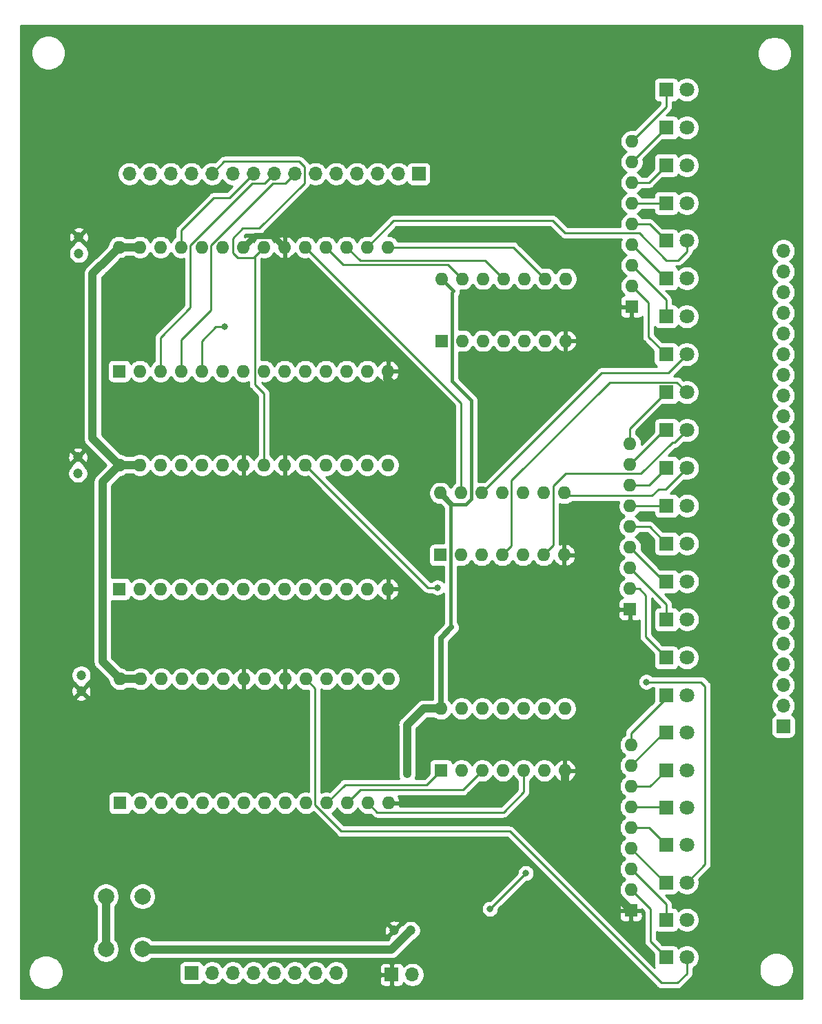
<source format=gbr>
%TF.GenerationSoftware,KiCad,Pcbnew,(5.1.9-0-10_14)*%
%TF.CreationDate,2021-04-22T20:40:29-04:00*%
%TF.ProjectId,CONTROL_LOGIC,434f4e54-524f-44c5-9f4c-4f4749432e6b,rev?*%
%TF.SameCoordinates,Original*%
%TF.FileFunction,Copper,L2,Bot*%
%TF.FilePolarity,Positive*%
%FSLAX46Y46*%
G04 Gerber Fmt 4.6, Leading zero omitted, Abs format (unit mm)*
G04 Created by KiCad (PCBNEW (5.1.9-0-10_14)) date 2021-04-22 20:40:29*
%MOMM*%
%LPD*%
G01*
G04 APERTURE LIST*
%TA.AperFunction,ComponentPad*%
%ADD10O,1.600000X1.600000*%
%TD*%
%TA.AperFunction,ComponentPad*%
%ADD11R,1.600000X1.600000*%
%TD*%
%TA.AperFunction,ComponentPad*%
%ADD12C,2.000000*%
%TD*%
%TA.AperFunction,ComponentPad*%
%ADD13O,1.700000X1.700000*%
%TD*%
%TA.AperFunction,ComponentPad*%
%ADD14R,1.700000X1.700000*%
%TD*%
%TA.AperFunction,ComponentPad*%
%ADD15C,1.800000*%
%TD*%
%TA.AperFunction,ComponentPad*%
%ADD16R,1.800000X1.800000*%
%TD*%
%TA.AperFunction,ComponentPad*%
%ADD17C,1.200000*%
%TD*%
%TA.AperFunction,ViaPad*%
%ADD18C,0.800000*%
%TD*%
%TA.AperFunction,Conductor*%
%ADD19C,1.000000*%
%TD*%
%TA.AperFunction,Conductor*%
%ADD20C,0.250000*%
%TD*%
%TA.AperFunction,Conductor*%
%ADD21C,0.800000*%
%TD*%
%TA.AperFunction,Conductor*%
%ADD22C,0.700000*%
%TD*%
%TA.AperFunction,Conductor*%
%ADD23C,0.400000*%
%TD*%
%TA.AperFunction,Conductor*%
%ADD24C,0.254000*%
%TD*%
%TA.AperFunction,Conductor*%
%ADD25C,0.100000*%
%TD*%
G04 APERTURE END LIST*
D10*
%TO.P,U3,14*%
%TO.N,VCC*%
X146100800Y-56718200D03*
%TO.P,U3,7*%
%TO.N,GND*%
X161340800Y-64338200D03*
%TO.P,U3,13*%
%TO.N,/D22*%
X148640800Y-56718200D03*
%TO.P,U3,6*%
%TO.N,Net-(D19-Pad2)*%
X158800800Y-64338200D03*
%TO.P,U3,12*%
%TO.N,Net-(D22-Pad2)*%
X151180800Y-56718200D03*
%TO.P,U3,5*%
%TO.N,/D19*%
X156260800Y-64338200D03*
%TO.P,U3,11*%
%TO.N,Net-(U3-Pad11)*%
X153720800Y-56718200D03*
%TO.P,U3,4*%
%TO.N,Net-(D18-Pad2)*%
X153720800Y-64338200D03*
%TO.P,U3,10*%
%TO.N,Net-(U3-Pad10)*%
X156260800Y-56718200D03*
%TO.P,U3,3*%
%TO.N,/D18*%
X151180800Y-64338200D03*
%TO.P,U3,9*%
%TO.N,Net-(U3-Pad9)*%
X158800800Y-56718200D03*
%TO.P,U3,2*%
%TO.N,Net-(D17-Pad2)*%
X148640800Y-64338200D03*
%TO.P,U3,8*%
%TO.N,Net-(U3-Pad8)*%
X161340800Y-56718200D03*
D11*
%TO.P,U3,1*%
%TO.N,/D17*%
X146100800Y-64338200D03*
%TD*%
D10*
%TO.P,EEPROM3,28*%
%TO.N,VCC*%
X106654600Y-53086000D03*
%TO.P,EEPROM3,14*%
%TO.N,GND*%
X139674600Y-68326000D03*
%TO.P,EEPROM3,27*%
%TO.N,VCC*%
X109194600Y-53086000D03*
%TO.P,EEPROM3,13*%
%TO.N,/D19*%
X137134600Y-68326000D03*
%TO.P,EEPROM3,26*%
%TO.N,/INST7*%
X111734600Y-53086000D03*
%TO.P,EEPROM3,12*%
%TO.N,/D18*%
X134594600Y-68326000D03*
%TO.P,EEPROM3,25*%
%TO.N,/INST2*%
X114274600Y-53086000D03*
%TO.P,EEPROM3,11*%
%TO.N,/D17*%
X132054600Y-68326000D03*
%TO.P,EEPROM3,24*%
%TO.N,/INST3*%
X116814600Y-53086000D03*
%TO.P,EEPROM3,10*%
%TO.N,/STEP1*%
X129514600Y-68326000D03*
%TO.P,EEPROM3,23*%
%TO.N,/INST5*%
X119354600Y-53086000D03*
%TO.P,EEPROM3,9*%
%TO.N,/STEP2*%
X126974600Y-68326000D03*
%TO.P,EEPROM3,22*%
%TO.N,GND*%
X121894600Y-53086000D03*
%TO.P,EEPROM3,8*%
%TO.N,/STEP3*%
X124434600Y-68326000D03*
%TO.P,EEPROM3,21*%
%TO.N,/INST4*%
X124434600Y-53086000D03*
%TO.P,EEPROM3,7*%
%TO.N,/FLAG1*%
X121894600Y-68326000D03*
%TO.P,EEPROM3,20*%
%TO.N,GND*%
X126974600Y-53086000D03*
%TO.P,EEPROM3,6*%
%TO.N,/FLAG2*%
X119354600Y-68326000D03*
%TO.P,EEPROM3,19*%
%TO.N,/D24*%
X129514600Y-53086000D03*
%TO.P,EEPROM3,5*%
%TO.N,/FLAG3*%
X116814600Y-68326000D03*
%TO.P,EEPROM3,18*%
%TO.N,/D23*%
X132054600Y-53086000D03*
%TO.P,EEPROM3,4*%
%TO.N,/FLAG4*%
X114274600Y-68326000D03*
%TO.P,EEPROM3,17*%
%TO.N,/D22*%
X134594600Y-53086000D03*
%TO.P,EEPROM3,3*%
%TO.N,/INST1*%
X111734600Y-68326000D03*
%TO.P,EEPROM3,16*%
%TO.N,/D21*%
X137134600Y-53086000D03*
%TO.P,EEPROM3,2*%
%TO.N,/INST6*%
X109194600Y-68326000D03*
%TO.P,EEPROM3,15*%
%TO.N,/D20*%
X139674600Y-53086000D03*
D11*
%TO.P,EEPROM3,1*%
%TO.N,/INST8*%
X106654600Y-68326000D03*
%TD*%
D10*
%TO.P,EEPROM2,28*%
%TO.N,VCC*%
X106578400Y-26797000D03*
%TO.P,EEPROM2,14*%
%TO.N,GND*%
X139598400Y-42037000D03*
%TO.P,EEPROM2,27*%
%TO.N,VCC*%
X109118400Y-26797000D03*
%TO.P,EEPROM2,13*%
%TO.N,/D11*%
X137058400Y-42037000D03*
%TO.P,EEPROM2,26*%
%TO.N,/INST7*%
X111658400Y-26797000D03*
%TO.P,EEPROM2,12*%
%TO.N,/D10*%
X134518400Y-42037000D03*
%TO.P,EEPROM2,25*%
%TO.N,/INST2*%
X114198400Y-26797000D03*
%TO.P,EEPROM2,11*%
%TO.N,/D9*%
X131978400Y-42037000D03*
%TO.P,EEPROM2,24*%
%TO.N,/INST3*%
X116738400Y-26797000D03*
%TO.P,EEPROM2,10*%
%TO.N,/STEP1*%
X129438400Y-42037000D03*
%TO.P,EEPROM2,23*%
%TO.N,/INST5*%
X119278400Y-26797000D03*
%TO.P,EEPROM2,9*%
%TO.N,/STEP2*%
X126898400Y-42037000D03*
%TO.P,EEPROM2,22*%
%TO.N,GND*%
X121818400Y-26797000D03*
%TO.P,EEPROM2,8*%
%TO.N,/STEP3*%
X124358400Y-42037000D03*
%TO.P,EEPROM2,21*%
%TO.N,/INST4*%
X124358400Y-26797000D03*
%TO.P,EEPROM2,7*%
%TO.N,/FLAG1*%
X121818400Y-42037000D03*
%TO.P,EEPROM2,20*%
%TO.N,GND*%
X126898400Y-26797000D03*
%TO.P,EEPROM2,6*%
%TO.N,/FLAG2*%
X119278400Y-42037000D03*
%TO.P,EEPROM2,19*%
%TO.N,/D16*%
X129438400Y-26797000D03*
%TO.P,EEPROM2,5*%
%TO.N,/FLAG3*%
X116738400Y-42037000D03*
%TO.P,EEPROM2,18*%
%TO.N,/D15*%
X131978400Y-26797000D03*
%TO.P,EEPROM2,4*%
%TO.N,/FLAG4*%
X114198400Y-42037000D03*
%TO.P,EEPROM2,17*%
%TO.N,/D14*%
X134518400Y-26797000D03*
%TO.P,EEPROM2,3*%
%TO.N,/INST1*%
X111658400Y-42037000D03*
%TO.P,EEPROM2,16*%
%TO.N,/D13*%
X137058400Y-26797000D03*
%TO.P,EEPROM2,2*%
%TO.N,/INST6*%
X109118400Y-42037000D03*
%TO.P,EEPROM2,15*%
%TO.N,/D12*%
X139598400Y-26797000D03*
D11*
%TO.P,EEPROM2,1*%
%TO.N,/INST8*%
X106578400Y-42037000D03*
%TD*%
D10*
%TO.P,EEPROM1,28*%
%TO.N,VCC*%
X106578400Y-25400D03*
%TO.P,EEPROM1,14*%
%TO.N,GND*%
X139598400Y-15265400D03*
%TO.P,EEPROM1,27*%
%TO.N,VCC*%
X109118400Y-25400D03*
%TO.P,EEPROM1,13*%
%TO.N,/D3*%
X137058400Y-15265400D03*
%TO.P,EEPROM1,26*%
%TO.N,/INST7*%
X111658400Y-25400D03*
%TO.P,EEPROM1,12*%
%TO.N,/D2*%
X134518400Y-15265400D03*
%TO.P,EEPROM1,25*%
%TO.N,/INST2*%
X114198400Y-25400D03*
%TO.P,EEPROM1,11*%
%TO.N,/D1*%
X131978400Y-15265400D03*
%TO.P,EEPROM1,24*%
%TO.N,/INST3*%
X116738400Y-25400D03*
%TO.P,EEPROM1,10*%
%TO.N,/STEP1*%
X129438400Y-15265400D03*
%TO.P,EEPROM1,23*%
%TO.N,/INST5*%
X119278400Y-25400D03*
%TO.P,EEPROM1,9*%
%TO.N,/STEP2*%
X126898400Y-15265400D03*
%TO.P,EEPROM1,22*%
%TO.N,GND*%
X121818400Y-25400D03*
%TO.P,EEPROM1,8*%
%TO.N,/STEP3*%
X124358400Y-15265400D03*
%TO.P,EEPROM1,21*%
%TO.N,/INST4*%
X124358400Y-25400D03*
%TO.P,EEPROM1,7*%
%TO.N,/FLAG1*%
X121818400Y-15265400D03*
%TO.P,EEPROM1,20*%
%TO.N,GND*%
X126898400Y-25400D03*
%TO.P,EEPROM1,6*%
%TO.N,/FLAG2*%
X119278400Y-15265400D03*
%TO.P,EEPROM1,19*%
%TO.N,/D8*%
X129438400Y-25400D03*
%TO.P,EEPROM1,5*%
%TO.N,/FLAG3*%
X116738400Y-15265400D03*
%TO.P,EEPROM1,18*%
%TO.N,/D7*%
X131978400Y-25400D03*
%TO.P,EEPROM1,4*%
%TO.N,/FLAG4*%
X114198400Y-15265400D03*
%TO.P,EEPROM1,17*%
%TO.N,/D6*%
X134518400Y-25400D03*
%TO.P,EEPROM1,3*%
%TO.N,/INST1*%
X111658400Y-15265400D03*
%TO.P,EEPROM1,16*%
%TO.N,/D5*%
X137058400Y-25400D03*
%TO.P,EEPROM1,2*%
%TO.N,/INST6*%
X109118400Y-15265400D03*
%TO.P,EEPROM1,15*%
%TO.N,/D4*%
X139598400Y-25400D03*
D11*
%TO.P,EEPROM1,1*%
%TO.N,/INST8*%
X106578400Y-15265400D03*
%TD*%
D10*
%TO.P,U2,14*%
%TO.N,VCC*%
X146177000Y-3911600D03*
%TO.P,U2,7*%
%TO.N,GND*%
X161417000Y-11531600D03*
%TO.P,U2,13*%
%TO.N,/D7*%
X148717000Y-3911600D03*
%TO.P,U2,6*%
%TO.N,Net-(D3-Pad2)*%
X158877000Y-11531600D03*
%TO.P,U2,12*%
%TO.N,Net-(D7-Pad2)*%
X151257000Y-3911600D03*
%TO.P,U2,5*%
%TO.N,/D3*%
X156337000Y-11531600D03*
%TO.P,U2,11*%
%TO.N,/D6*%
X153797000Y-3911600D03*
%TO.P,U2,4*%
%TO.N,Net-(D2-Pad2)*%
X153797000Y-11531600D03*
%TO.P,U2,10*%
%TO.N,Net-(D6-Pad2)*%
X156337000Y-3911600D03*
%TO.P,U2,3*%
%TO.N,/D2*%
X151257000Y-11531600D03*
%TO.P,U2,9*%
%TO.N,/D4*%
X158877000Y-3911600D03*
%TO.P,U2,2*%
%TO.N,Net-(D1-Pad2)*%
X148717000Y-11531600D03*
%TO.P,U2,8*%
%TO.N,Net-(D4-Pad2)*%
X161417000Y-3911600D03*
D11*
%TO.P,U2,1*%
%TO.N,/D1*%
X146177000Y-11531600D03*
%TD*%
D12*
%TO.P,SW1,1*%
%TO.N,/D21*%
X104927400Y-79783800D03*
%TO.P,SW1,2*%
%TO.N,VCC*%
X109427400Y-79783800D03*
%TO.P,SW1,1*%
%TO.N,/D21*%
X104927400Y-86283800D03*
%TO.P,SW1,2*%
%TO.N,VCC*%
X109427400Y-86283800D03*
%TD*%
D10*
%TO.P,U1,14*%
%TO.N,VCC*%
X146028600Y-30238400D03*
%TO.P,U1,7*%
%TO.N,GND*%
X161268600Y-37858400D03*
%TO.P,U1,13*%
%TO.N,/D8*%
X148568600Y-30238400D03*
%TO.P,U1,6*%
%TO.N,Net-(D10-Pad2)*%
X158728600Y-37858400D03*
%TO.P,U1,12*%
%TO.N,Net-(D8-Pad2)*%
X151108600Y-30238400D03*
%TO.P,U1,5*%
%TO.N,/D10*%
X156188600Y-37858400D03*
%TO.P,U1,11*%
%TO.N,Net-(U1-Pad11)*%
X153648600Y-30238400D03*
%TO.P,U1,4*%
%TO.N,Net-(D9-Pad2)*%
X153648600Y-37858400D03*
%TO.P,U1,10*%
%TO.N,Net-(U1-Pad10)*%
X156188600Y-30238400D03*
%TO.P,U1,3*%
%TO.N,/D9*%
X151108600Y-37858400D03*
%TO.P,U1,9*%
%TO.N,/D11*%
X158728600Y-30238400D03*
%TO.P,U1,2*%
%TO.N,Net-(U1-Pad2)*%
X148568600Y-37858400D03*
%TO.P,U1,8*%
%TO.N,Net-(D11-Pad2)*%
X161268600Y-30238400D03*
D11*
%TO.P,U1,1*%
%TO.N,Net-(U1-Pad1)*%
X146028600Y-37858400D03*
%TD*%
D13*
%TO.P,J4,8*%
%TO.N,/D21*%
X133223000Y-89204800D03*
%TO.P,J4,7*%
X130683000Y-89204800D03*
%TO.P,J4,6*%
X128143000Y-89204800D03*
%TO.P,J4,5*%
X125603000Y-89204800D03*
%TO.P,J4,4*%
X123063000Y-89204800D03*
%TO.P,J4,3*%
X120523000Y-89204800D03*
%TO.P,J4,2*%
X117983000Y-89204800D03*
D14*
%TO.P,J4,1*%
X115443000Y-89204800D03*
%TD*%
D13*
%TO.P,J3,24*%
%TO.N,Net-(D1-Pad2)*%
X188188600Y-482600D03*
%TO.P,J3,23*%
%TO.N,Net-(D2-Pad2)*%
X188188600Y-3022600D03*
%TO.P,J3,22*%
%TO.N,Net-(D3-Pad2)*%
X188188600Y-5562600D03*
%TO.P,J3,21*%
%TO.N,Net-(D4-Pad2)*%
X188188600Y-8102600D03*
%TO.P,J3,20*%
%TO.N,/D5*%
X188188600Y-10642600D03*
%TO.P,J3,19*%
%TO.N,Net-(D6-Pad2)*%
X188188600Y-13182600D03*
%TO.P,J3,18*%
%TO.N,Net-(D7-Pad2)*%
X188188600Y-15722600D03*
%TO.P,J3,17*%
%TO.N,Net-(D8-Pad2)*%
X188188600Y-18262600D03*
%TO.P,J3,16*%
%TO.N,Net-(D9-Pad2)*%
X188188600Y-20802600D03*
%TO.P,J3,15*%
%TO.N,Net-(D10-Pad2)*%
X188188600Y-23342600D03*
%TO.P,J3,14*%
%TO.N,Net-(D11-Pad2)*%
X188188600Y-25882600D03*
%TO.P,J3,13*%
%TO.N,/D12*%
X188188600Y-28422600D03*
%TO.P,J3,12*%
%TO.N,/D13*%
X188188600Y-30962600D03*
%TO.P,J3,11*%
%TO.N,/D14*%
X188188600Y-33502600D03*
%TO.P,J3,10*%
%TO.N,/D15*%
X188188600Y-36042600D03*
%TO.P,J3,9*%
%TO.N,/D16*%
X188188600Y-38582600D03*
%TO.P,J3,8*%
%TO.N,Net-(D17-Pad2)*%
X188188600Y-41122600D03*
%TO.P,J3,7*%
%TO.N,Net-(D18-Pad2)*%
X188188600Y-43662600D03*
%TO.P,J3,6*%
%TO.N,Net-(D19-Pad2)*%
X188188600Y-46202600D03*
%TO.P,J3,5*%
%TO.N,/D20*%
X188188600Y-48742600D03*
%TO.P,J3,4*%
%TO.N,/D21*%
X188188600Y-51282600D03*
%TO.P,J3,3*%
%TO.N,Net-(D22-Pad2)*%
X188188600Y-53822600D03*
%TO.P,J3,2*%
%TO.N,/D23*%
X188188600Y-56362600D03*
D14*
%TO.P,J3,1*%
%TO.N,/D24*%
X188188600Y-58902600D03*
%TD*%
D10*
%TO.P,RN3,9*%
%TO.N,Net-(D17-Pad1)*%
X169443400Y-61188600D03*
%TO.P,RN3,8*%
%TO.N,Net-(D18-Pad1)*%
X169443400Y-63728600D03*
%TO.P,RN3,7*%
%TO.N,Net-(D19-Pad1)*%
X169443400Y-66268600D03*
%TO.P,RN3,6*%
%TO.N,Net-(D20-Pad1)*%
X169443400Y-68808600D03*
%TO.P,RN3,5*%
%TO.N,Net-(D21-Pad1)*%
X169443400Y-71348600D03*
%TO.P,RN3,4*%
%TO.N,Net-(D22-Pad1)*%
X169443400Y-73888600D03*
%TO.P,RN3,3*%
%TO.N,Net-(D23-Pad1)*%
X169443400Y-76428600D03*
%TO.P,RN3,2*%
%TO.N,Net-(D24-Pad1)*%
X169443400Y-78968600D03*
D11*
%TO.P,RN3,1*%
%TO.N,GND*%
X169443400Y-81508600D03*
%TD*%
D10*
%TO.P,RN2,9*%
%TO.N,Net-(D9-Pad1)*%
X169341800Y-24206200D03*
%TO.P,RN2,8*%
%TO.N,Net-(D10-Pad1)*%
X169341800Y-26746200D03*
%TO.P,RN2,7*%
%TO.N,Net-(D11-Pad1)*%
X169341800Y-29286200D03*
%TO.P,RN2,6*%
%TO.N,Net-(D12-Pad1)*%
X169341800Y-31826200D03*
%TO.P,RN2,5*%
%TO.N,Net-(D13-Pad1)*%
X169341800Y-34366200D03*
%TO.P,RN2,4*%
%TO.N,Net-(D14-Pad1)*%
X169341800Y-36906200D03*
%TO.P,RN2,3*%
%TO.N,Net-(D15-Pad1)*%
X169341800Y-39446200D03*
%TO.P,RN2,2*%
%TO.N,Net-(D16-Pad1)*%
X169341800Y-41986200D03*
D11*
%TO.P,RN2,1*%
%TO.N,GND*%
X169341800Y-44526200D03*
%TD*%
D15*
%TO.P,D24,2*%
%TO.N,/D24*%
X176326800Y-87274400D03*
D16*
%TO.P,D24,1*%
%TO.N,Net-(D24-Pad1)*%
X173786800Y-87274400D03*
%TD*%
D15*
%TO.P,D23,2*%
%TO.N,/D23*%
X176326800Y-82677000D03*
D16*
%TO.P,D23,1*%
%TO.N,Net-(D23-Pad1)*%
X173786800Y-82677000D03*
%TD*%
D15*
%TO.P,D22,2*%
%TO.N,Net-(D22-Pad2)*%
X176326800Y-78079600D03*
D16*
%TO.P,D22,1*%
%TO.N,Net-(D22-Pad1)*%
X173786800Y-78079600D03*
%TD*%
D15*
%TO.P,D21,2*%
%TO.N,/D21*%
X176326800Y-73482200D03*
D16*
%TO.P,D21,1*%
%TO.N,Net-(D21-Pad1)*%
X173786800Y-73482200D03*
%TD*%
D15*
%TO.P,D20,2*%
%TO.N,/D20*%
X176326800Y-68884800D03*
D16*
%TO.P,D20,1*%
%TO.N,Net-(D20-Pad1)*%
X173786800Y-68884800D03*
%TD*%
D15*
%TO.P,D19,2*%
%TO.N,Net-(D19-Pad2)*%
X176326800Y-64287400D03*
D16*
%TO.P,D19,1*%
%TO.N,Net-(D19-Pad1)*%
X173786800Y-64287400D03*
%TD*%
D15*
%TO.P,D18,2*%
%TO.N,Net-(D18-Pad2)*%
X176326800Y-59690000D03*
D16*
%TO.P,D18,1*%
%TO.N,Net-(D18-Pad1)*%
X173786800Y-59690000D03*
%TD*%
D15*
%TO.P,D17,2*%
%TO.N,Net-(D17-Pad2)*%
X176326800Y-55067200D03*
D16*
%TO.P,D17,1*%
%TO.N,Net-(D17-Pad1)*%
X173786800Y-55067200D03*
%TD*%
D15*
%TO.P,D16,2*%
%TO.N,/D16*%
X176326800Y-50444400D03*
D16*
%TO.P,D16,1*%
%TO.N,Net-(D16-Pad1)*%
X173786800Y-50444400D03*
%TD*%
D15*
%TO.P,D15,2*%
%TO.N,/D15*%
X176352200Y-45770800D03*
D16*
%TO.P,D15,1*%
%TO.N,Net-(D15-Pad1)*%
X173812200Y-45770800D03*
%TD*%
D15*
%TO.P,D14,2*%
%TO.N,/D14*%
X176352200Y-41097200D03*
D16*
%TO.P,D14,1*%
%TO.N,Net-(D14-Pad1)*%
X173812200Y-41097200D03*
%TD*%
D15*
%TO.P,D13,2*%
%TO.N,/D13*%
X176352200Y-36449000D03*
D16*
%TO.P,D13,1*%
%TO.N,Net-(D13-Pad1)*%
X173812200Y-36449000D03*
%TD*%
D15*
%TO.P,D12,2*%
%TO.N,/D12*%
X176352200Y-31800800D03*
D16*
%TO.P,D12,1*%
%TO.N,Net-(D12-Pad1)*%
X173812200Y-31800800D03*
%TD*%
D15*
%TO.P,D11,2*%
%TO.N,Net-(D11-Pad2)*%
X176352200Y-27152600D03*
D16*
%TO.P,D11,1*%
%TO.N,Net-(D11-Pad1)*%
X173812200Y-27152600D03*
%TD*%
D15*
%TO.P,D10,2*%
%TO.N,Net-(D10-Pad2)*%
X176352200Y-22504400D03*
D16*
%TO.P,D10,1*%
%TO.N,Net-(D10-Pad1)*%
X173812200Y-22504400D03*
%TD*%
D15*
%TO.P,D9,2*%
%TO.N,Net-(D9-Pad2)*%
X176326800Y-17856200D03*
D16*
%TO.P,D9,1*%
%TO.N,Net-(D9-Pad1)*%
X173786800Y-17856200D03*
%TD*%
D15*
%TO.P,D8,2*%
%TO.N,Net-(D8-Pad2)*%
X176301400Y-13208000D03*
D16*
%TO.P,D8,1*%
%TO.N,Net-(D8-Pad1)*%
X173761400Y-13208000D03*
%TD*%
D15*
%TO.P,D7,2*%
%TO.N,Net-(D7-Pad2)*%
X176301400Y-8534400D03*
D16*
%TO.P,D7,1*%
%TO.N,Net-(D7-Pad1)*%
X173761400Y-8534400D03*
%TD*%
D15*
%TO.P,D6,2*%
%TO.N,Net-(D6-Pad2)*%
X176326800Y-3860800D03*
D16*
%TO.P,D6,1*%
%TO.N,Net-(D6-Pad1)*%
X173786800Y-3860800D03*
%TD*%
D15*
%TO.P,D5,2*%
%TO.N,/D5*%
X176326800Y762000D03*
D16*
%TO.P,D5,1*%
%TO.N,Net-(D5-Pad1)*%
X173786800Y762000D03*
%TD*%
D15*
%TO.P,D4,2*%
%TO.N,Net-(D4-Pad2)*%
X176326800Y5384800D03*
D16*
%TO.P,D4,1*%
%TO.N,Net-(D4-Pad1)*%
X173786800Y5384800D03*
%TD*%
D15*
%TO.P,D3,2*%
%TO.N,Net-(D3-Pad2)*%
X176326800Y10033000D03*
D16*
%TO.P,D3,1*%
%TO.N,Net-(D3-Pad1)*%
X173786800Y10033000D03*
%TD*%
D15*
%TO.P,D2,2*%
%TO.N,Net-(D2-Pad2)*%
X176326800Y14655800D03*
D16*
%TO.P,D2,1*%
%TO.N,Net-(D2-Pad1)*%
X173786800Y14655800D03*
%TD*%
D15*
%TO.P,D1,2*%
%TO.N,Net-(D1-Pad2)*%
X176326800Y19304000D03*
D16*
%TO.P,D1,1*%
%TO.N,Net-(D1-Pad1)*%
X173786800Y19304000D03*
%TD*%
D10*
%TO.P,RN1,9*%
%TO.N,Net-(D1-Pad1)*%
X169545000Y12979400D03*
%TO.P,RN1,8*%
%TO.N,Net-(D2-Pad1)*%
X169545000Y10439400D03*
%TO.P,RN1,7*%
%TO.N,Net-(D3-Pad1)*%
X169545000Y7899400D03*
%TO.P,RN1,6*%
%TO.N,Net-(D4-Pad1)*%
X169545000Y5359400D03*
%TO.P,RN1,5*%
%TO.N,Net-(D5-Pad1)*%
X169545000Y2819400D03*
%TO.P,RN1,4*%
%TO.N,Net-(D6-Pad1)*%
X169545000Y279400D03*
%TO.P,RN1,3*%
%TO.N,Net-(D7-Pad1)*%
X169545000Y-2260600D03*
%TO.P,RN1,2*%
%TO.N,Net-(D8-Pad1)*%
X169545000Y-4800600D03*
D11*
%TO.P,RN1,1*%
%TO.N,GND*%
X169545000Y-7340600D03*
%TD*%
D13*
%TO.P,J2,15*%
%TO.N,/INST8*%
X107823000Y8991600D03*
%TO.P,J2,14*%
%TO.N,/INST7*%
X110363000Y8991600D03*
%TO.P,J2,13*%
%TO.N,/INST6*%
X112903000Y8991600D03*
%TO.P,J2,12*%
%TO.N,/INST5*%
X115443000Y8991600D03*
%TO.P,J2,11*%
%TO.N,/INST4*%
X117983000Y8991600D03*
%TO.P,J2,10*%
%TO.N,/INST3*%
X120523000Y8991600D03*
%TO.P,J2,9*%
%TO.N,/INST2*%
X123063000Y8991600D03*
%TO.P,J2,8*%
%TO.N,/INST1*%
X125603000Y8991600D03*
%TO.P,J2,7*%
%TO.N,/FLAG4*%
X128143000Y8991600D03*
%TO.P,J2,6*%
%TO.N,/FLAG3*%
X130683000Y8991600D03*
%TO.P,J2,5*%
%TO.N,/FLAG2*%
X133223000Y8991600D03*
%TO.P,J2,4*%
%TO.N,/FLAG1*%
X135763000Y8991600D03*
%TO.P,J2,3*%
%TO.N,/STEP3*%
X138303000Y8991600D03*
%TO.P,J2,2*%
%TO.N,/STEP2*%
X140843000Y8991600D03*
D14*
%TO.P,J2,1*%
%TO.N,/STEP1*%
X143383000Y8991600D03*
%TD*%
D13*
%TO.P,J1,2*%
%TO.N,VCC*%
X142595600Y-89408000D03*
D14*
%TO.P,J1,1*%
%TO.N,GND*%
X140055600Y-89408000D03*
%TD*%
D17*
%TO.P,C5,1*%
%TO.N,VCC*%
X101498400Y-27813000D03*
%TO.P,C5,2*%
%TO.N,GND*%
X101498400Y-25813000D03*
%TD*%
%TO.P,C3,2*%
%TO.N,GND*%
X101600000Y1212600D03*
%TO.P,C3,1*%
%TO.N,VCC*%
X101600000Y-787400D03*
%TD*%
%TO.P,C2,2*%
%TO.N,GND*%
X140392400Y-83972400D03*
%TO.P,C2,1*%
%TO.N,VCC*%
X142392400Y-83972400D03*
%TD*%
%TO.P,C1,2*%
%TO.N,GND*%
X101904800Y-54603400D03*
%TO.P,C1,1*%
%TO.N,VCC*%
X101904800Y-52603400D03*
%TD*%
D18*
%TO.N,GND*%
X141249400Y-17907000D03*
%TO.N,VCC*%
X141960600Y-64770000D03*
X103352600Y-3429000D03*
X104521000Y-28905200D03*
%TO.N,/D16*%
X145669000Y-41847610D03*
%TO.N,/D21*%
X152146000Y-81330800D03*
X156532160Y-76944640D03*
%TO.N,/FLAG3*%
X119507000Y-9829800D03*
%TO.N,Net-(D22-Pad2)*%
X171348400Y-53441600D03*
%TD*%
D19*
%TO.N,GND*%
X141249400Y-17907000D02*
X139547600Y-16205200D01*
D20*
X139547600Y-15316200D02*
X139598400Y-15265400D01*
D19*
X139547600Y-16205200D02*
X139547600Y-15316200D01*
D21*
X121818400Y-25400D02*
X123266200Y1422400D01*
X125450600Y1422400D02*
X126898400Y-25400D01*
X123266200Y1422400D02*
X125450600Y1422400D01*
D19*
X161340800Y-73406000D02*
X169443400Y-81508600D01*
X161340800Y-64338200D02*
X161340800Y-73406000D01*
%TO.N,VCC*%
X109118400Y-25400D02*
X106578400Y-25400D01*
X109118400Y-26797000D02*
X106578400Y-26797000D01*
X106578400Y-26797000D02*
X104521000Y-28854400D01*
X104521000Y-50952400D02*
X106654600Y-53086000D01*
X104521000Y-28854400D02*
X104521000Y-28905200D01*
X109194600Y-53086000D02*
X106654600Y-53086000D01*
D22*
X146100800Y-56718200D02*
X146100800Y-48056800D01*
X146100800Y-48056800D02*
X147421600Y-46736000D01*
X147421600Y-31631400D02*
X146028600Y-30238400D01*
D23*
X146177000Y-3911600D02*
X147675600Y-5410200D01*
D20*
X147675600Y-5410200D02*
X147591999Y-5493801D01*
D23*
X149191200Y-31631400D02*
X147421600Y-31631400D01*
X149834600Y-30988000D02*
X149191200Y-31631400D01*
X149834600Y-18846800D02*
X149834600Y-30988000D01*
X147447000Y-16459200D02*
X149834600Y-18846800D01*
X147447000Y-5638800D02*
X147447000Y-16459200D01*
X147591999Y-5493801D02*
X147447000Y-5638800D01*
X147294600Y-31758400D02*
X147421600Y-31631400D01*
X147294600Y-46609000D02*
X147294600Y-31758400D01*
X147421600Y-46736000D02*
X147294600Y-46609000D01*
D19*
X103301800Y-23520400D02*
X106578400Y-26797000D01*
X104343200Y-2260600D02*
X104317800Y-2260600D01*
X104317800Y-2260600D02*
X103301800Y-3276600D01*
X106578400Y-25400D02*
X104343200Y-2260600D01*
X103301800Y-3276600D02*
X103301800Y-23520400D01*
X146100800Y-56718200D02*
X143967200Y-56718200D01*
X141960600Y-58724800D02*
X141960600Y-64770000D01*
X143967200Y-56718200D02*
X141960600Y-58724800D01*
X142392400Y-83972400D02*
X140055600Y-86309200D01*
D20*
X109757600Y-86614000D02*
X109427400Y-86283800D01*
D19*
X140055600Y-86309200D02*
X111561000Y-86309200D01*
D20*
X109452800Y-86309200D02*
X109427400Y-86283800D01*
D19*
X111561000Y-86309200D02*
X109452800Y-86309200D01*
X104521000Y-28905200D02*
X104521000Y-50952400D01*
D20*
%TO.N,/D5*%
X137058400Y-25400D02*
X140309600Y3225800D01*
X140309600Y3225800D02*
X159842200Y3225800D01*
X170469399Y1694399D02*
X173789398Y-1625600D01*
X161373601Y1694399D02*
X170469399Y1694399D01*
X159842200Y3225800D02*
X161373601Y1694399D01*
X173789398Y-1625600D02*
X175234600Y-1625600D01*
X176326800Y-533400D02*
X176326800Y762000D01*
X175234600Y-1625600D02*
X176326800Y-533400D01*
%TO.N,/D4*%
X154990800Y-25400D02*
X158877000Y-3911600D01*
X139598400Y-25400D02*
X154990800Y-25400D01*
%TO.N,/D8*%
X148568600Y-19155600D02*
X148568600Y-30238400D01*
X129438400Y-25400D02*
X148568600Y-19155600D01*
%TO.N,/D7*%
X146939000Y-2133600D02*
X148717000Y-3911600D01*
X131978400Y-25400D02*
X134086600Y-2133600D01*
X134086600Y-2133600D02*
X146939000Y-2133600D01*
%TO.N,/D6*%
X136176589Y-1683589D02*
X151568989Y-1683589D01*
X134518400Y-25400D02*
X136176589Y-1683589D01*
X151568989Y-1683589D02*
X153797000Y-3911600D01*
%TO.N,/D16*%
X144489010Y-41847610D02*
X145669000Y-41847610D01*
X129438400Y-26797000D02*
X144489010Y-41847610D01*
D19*
%TO.N,/D21*%
X104927400Y-79783800D02*
X104927400Y-86283800D01*
D20*
X152146000Y-81330800D02*
X156532160Y-76944640D01*
%TO.N,/D19*%
X138259601Y-69451001D02*
X153789599Y-69451001D01*
X137134600Y-68326000D02*
X138259601Y-69451001D01*
X156260800Y-66979800D02*
X156260800Y-64338200D01*
X153789599Y-69451001D02*
X156260800Y-66979800D01*
%TO.N,/D18*%
X134594600Y-68326000D02*
X136194800Y-66725800D01*
X148793200Y-66725800D02*
X151180800Y-64338200D01*
X136194800Y-66725800D02*
X148793200Y-66725800D01*
%TO.N,/D17*%
X132054600Y-68326000D02*
X134315200Y-66065400D01*
X144373600Y-66065400D02*
X146100800Y-64338200D01*
X134315200Y-66065400D02*
X144373600Y-66065400D01*
%TO.N,/D24*%
X130639601Y-68576003D02*
X133869398Y-71805800D01*
X130639601Y-54211001D02*
X130639601Y-68576003D01*
X129514600Y-53086000D02*
X130639601Y-54211001D01*
X133869398Y-71805800D02*
X154559000Y-71805800D01*
X154559000Y-71805800D02*
X173177200Y-90424000D01*
X173177200Y-90424000D02*
X175158400Y-90424000D01*
X176326800Y-89255600D02*
X176326800Y-87274400D01*
X175158400Y-90424000D02*
X176326800Y-89255600D01*
%TO.N,/INST2*%
X123063000Y8991600D02*
X120116600Y6045200D01*
X120116600Y6045200D02*
X118211600Y6045200D01*
X114198400Y2032000D02*
X114198400Y-25400D01*
X118211600Y6045200D02*
X114198400Y2032000D01*
%TO.N,/INST4*%
X123233399Y-1150401D02*
X123233399Y-16883599D01*
X124358400Y-25400D02*
X123233399Y-1150401D01*
X124358400Y-18008600D02*
X124358400Y-26797000D01*
X123233399Y-16883599D02*
X124358400Y-18008600D01*
X120523000Y1041400D02*
X120523000Y-711200D01*
X121767600Y2286000D02*
X120523000Y1041400D01*
X123774200Y2286000D02*
X121767600Y2286000D01*
X129318001Y7829801D02*
X123774200Y2286000D01*
X121107200Y-1295400D02*
X123088400Y-1295400D01*
X129318001Y9873999D02*
X129318001Y7829801D01*
X120523000Y-711200D02*
X121107200Y-1295400D01*
X128701800Y10490200D02*
X129318001Y9873999D01*
X123088400Y-1295400D02*
X123233399Y-1150401D01*
X119481600Y10490200D02*
X128701800Y10490200D01*
X117983000Y8991600D02*
X119481600Y10490200D01*
%TO.N,/FLAG3*%
X119507000Y-9829800D02*
X118465600Y-9829800D01*
X116738400Y-11557000D02*
X116738400Y-15265400D01*
X118465600Y-9829800D02*
X116738400Y-11557000D01*
%TO.N,/FLAG4*%
X117863401Y224603D02*
X117863401Y-7739599D01*
X125455397Y7816599D02*
X117863401Y224603D01*
X126967999Y7816599D02*
X125455397Y7816599D01*
X128143000Y8991600D02*
X126967999Y7816599D01*
X114198400Y-11404600D02*
X114198400Y-15265400D01*
X117863401Y-7739599D02*
X114198400Y-11404600D01*
%TO.N,/INST1*%
X115323401Y224603D02*
X115323401Y-7460199D01*
X122915397Y7816599D02*
X115323401Y224603D01*
X124427999Y7816599D02*
X122915397Y7816599D01*
X125603000Y8991600D02*
X124427999Y7816599D01*
X111658400Y-11125200D02*
X111658400Y-15265400D01*
X115323401Y-7460199D02*
X111658400Y-11125200D01*
%TO.N,Net-(D1-Pad1)*%
X173786800Y19304000D02*
X173786800Y17221200D01*
X173786800Y17221200D02*
X169545000Y12979400D01*
%TO.N,Net-(D2-Pad1)*%
X173761400Y14655800D02*
X169545000Y10439400D01*
X173786800Y14655800D02*
X173761400Y14655800D01*
%TO.N,Net-(D3-Pad1)*%
X171653200Y7899400D02*
X173786800Y10033000D01*
X169545000Y7899400D02*
X171653200Y7899400D01*
%TO.N,Net-(D4-Pad1)*%
X173761400Y5359400D02*
X173786800Y5384800D01*
X169545000Y5359400D02*
X173761400Y5359400D01*
%TO.N,Net-(D5-Pad1)*%
X171729400Y2819400D02*
X173786800Y762000D01*
X169545000Y2819400D02*
X171729400Y2819400D01*
%TO.N,Net-(D6-Pad1)*%
X173685200Y-3860800D02*
X173786800Y-3860800D01*
X169545000Y279400D02*
X173685200Y-3860800D01*
%TO.N,Net-(D7-Pad1)*%
X173761400Y-6477000D02*
X173761400Y-8534400D01*
X169545000Y-2260600D02*
X173761400Y-6477000D01*
%TO.N,Net-(D8-Pad1)*%
X171577000Y-11023600D02*
X173761400Y-13208000D01*
X171577000Y-6832600D02*
X171577000Y-11023600D01*
X169545000Y-4800600D02*
X171577000Y-6832600D01*
%TO.N,Net-(D9-Pad1)*%
X169341800Y-22301200D02*
X173786800Y-17856200D01*
X169341800Y-24206200D02*
X169341800Y-22301200D01*
%TO.N,Net-(D10-Pad1)*%
X173583600Y-22504400D02*
X173812200Y-22504400D01*
X169341800Y-26746200D02*
X173583600Y-22504400D01*
%TO.N,Net-(D11-Pad1)*%
X171678600Y-29286200D02*
X173812200Y-27152600D01*
X169341800Y-29286200D02*
X171678600Y-29286200D01*
%TO.N,Net-(D12-Pad1)*%
X173786800Y-31826200D02*
X173812200Y-31800800D01*
X169341800Y-31826200D02*
X173786800Y-31826200D01*
%TO.N,Net-(D13-Pad1)*%
X171729400Y-34366200D02*
X173812200Y-36449000D01*
X169341800Y-34366200D02*
X171729400Y-34366200D01*
%TO.N,Net-(D14-Pad1)*%
X173532800Y-41097200D02*
X173812200Y-41097200D01*
X169341800Y-36906200D02*
X173532800Y-41097200D01*
%TO.N,Net-(D15-Pad1)*%
X169343211Y-39446200D02*
X173812200Y-43915189D01*
X169341800Y-39446200D02*
X169343211Y-39446200D01*
X173812200Y-43915189D02*
X173812200Y-45770800D01*
%TO.N,Net-(D16-Pad1)*%
X169341800Y-41986200D02*
X170459400Y-41986200D01*
X170459400Y-41986200D02*
X171246800Y-42773600D01*
X171246800Y-42773600D02*
X171246800Y-47904400D01*
X171246800Y-47904400D02*
X173786800Y-50444400D01*
%TO.N,Net-(D17-Pad1)*%
X169443400Y-59740800D02*
X169443400Y-61188600D01*
X173786800Y-55397400D02*
X169443400Y-59740800D01*
X173786800Y-55067200D02*
X173786800Y-55397400D01*
%TO.N,Net-(D18-Pad1)*%
X173482000Y-59690000D02*
X169443400Y-63728600D01*
X173786800Y-59690000D02*
X173482000Y-59690000D01*
%TO.N,Net-(D19-Pad1)*%
X171805600Y-66268600D02*
X173786800Y-64287400D01*
X169443400Y-66268600D02*
X171805600Y-66268600D01*
%TO.N,Net-(D20-Pad1)*%
X173710600Y-68808600D02*
X173786800Y-68884800D01*
X169443400Y-68808600D02*
X173710600Y-68808600D01*
%TO.N,Net-(D21-Pad1)*%
X171653200Y-71348600D02*
X173786800Y-73482200D01*
X169443400Y-71348600D02*
X171653200Y-71348600D01*
%TO.N,Net-(D22-Pad1)*%
X173634400Y-78079600D02*
X173786800Y-78079600D01*
X169443400Y-73888600D02*
X173634400Y-78079600D01*
%TO.N,Net-(D23-Pad1)*%
X173786800Y-80772000D02*
X173786800Y-82677000D01*
X169443400Y-76428600D02*
X173786800Y-80772000D01*
%TO.N,Net-(D24-Pad1)*%
X169443400Y-78968600D02*
X171831000Y-81356200D01*
X171831000Y-85318600D02*
X173786800Y-87274400D01*
X171831000Y-81356200D02*
X171831000Y-85318600D01*
%TO.N,Net-(D8-Pad2)*%
X174117000Y-15392400D02*
X176301400Y-13208000D01*
X151108600Y-30238400D02*
X165878400Y-15468600D01*
X174040800Y-15468600D02*
X174117000Y-15392400D01*
X165878400Y-15468600D02*
X174040800Y-15468600D01*
%TO.N,Net-(D9-Pad2)*%
X166833001Y-16631199D02*
X175101799Y-16631199D01*
X154773601Y-28690599D02*
X166833001Y-16631199D01*
X154773601Y-36733399D02*
X154773601Y-28690599D01*
X175101799Y-16631199D02*
X176326800Y-17856200D01*
X153648600Y-37858400D02*
X154773601Y-36733399D01*
%TO.N,Net-(D10-Pad2)*%
X174828200Y-24028400D02*
X176352200Y-22504400D01*
X174551398Y-24028400D02*
X174828200Y-24028400D01*
X170708597Y-27871201D02*
X174551398Y-24028400D01*
X161409599Y-27871201D02*
X170708597Y-27871201D01*
X159943800Y-29337000D02*
X161409599Y-27871201D01*
X159943800Y-36643200D02*
X159943800Y-29337000D01*
X158728600Y-37858400D02*
X159943800Y-36643200D01*
%TO.N,Net-(D11-Pad2)*%
X161268600Y-30238400D02*
X161312201Y-30194799D01*
X173736000Y-29768800D02*
X176352200Y-27152600D01*
X172872400Y-29768800D02*
X173736000Y-29768800D01*
X172065401Y-30575799D02*
X172872400Y-29768800D01*
X161605999Y-30575799D02*
X172065401Y-30575799D01*
X161268600Y-30238400D02*
X161605999Y-30575799D01*
%TO.N,Net-(D22-Pad2)*%
X171348400Y-53441600D02*
X178054000Y-53441600D01*
X178054000Y-53441600D02*
X178562000Y-53949600D01*
X178562000Y-75844400D02*
X176326800Y-78079600D01*
X178562000Y-53949600D02*
X178562000Y-75844400D01*
%TD*%
D24*
%TO.N,GND*%
X190449601Y-92354800D02*
X94462200Y-92354800D01*
X94462200Y-88918321D01*
X95426400Y-88918321D01*
X95426400Y-89338879D01*
X95508447Y-89751356D01*
X95669388Y-90139902D01*
X95903037Y-90489583D01*
X96200417Y-90786963D01*
X96550098Y-91020612D01*
X96938644Y-91181553D01*
X97351121Y-91263600D01*
X97771679Y-91263600D01*
X98184156Y-91181553D01*
X98572702Y-91020612D01*
X98922383Y-90786963D01*
X99219763Y-90489583D01*
X99453412Y-90139902D01*
X99614353Y-89751356D01*
X99696400Y-89338879D01*
X99696400Y-88918321D01*
X99614353Y-88505844D01*
X99551789Y-88354800D01*
X113954928Y-88354800D01*
X113954928Y-90054800D01*
X113967188Y-90179282D01*
X114003498Y-90298980D01*
X114062463Y-90409294D01*
X114141815Y-90505985D01*
X114238506Y-90585337D01*
X114348820Y-90644302D01*
X114468518Y-90680612D01*
X114593000Y-90692872D01*
X116293000Y-90692872D01*
X116417482Y-90680612D01*
X116537180Y-90644302D01*
X116647494Y-90585337D01*
X116744185Y-90505985D01*
X116823537Y-90409294D01*
X116882502Y-90298980D01*
X116904513Y-90226420D01*
X117036368Y-90358275D01*
X117279589Y-90520790D01*
X117549842Y-90632732D01*
X117836740Y-90689800D01*
X118129260Y-90689800D01*
X118416158Y-90632732D01*
X118686411Y-90520790D01*
X118929632Y-90358275D01*
X119136475Y-90151432D01*
X119253000Y-89977040D01*
X119369525Y-90151432D01*
X119576368Y-90358275D01*
X119819589Y-90520790D01*
X120089842Y-90632732D01*
X120376740Y-90689800D01*
X120669260Y-90689800D01*
X120956158Y-90632732D01*
X121226411Y-90520790D01*
X121469632Y-90358275D01*
X121676475Y-90151432D01*
X121793000Y-89977040D01*
X121909525Y-90151432D01*
X122116368Y-90358275D01*
X122359589Y-90520790D01*
X122629842Y-90632732D01*
X122916740Y-90689800D01*
X123209260Y-90689800D01*
X123496158Y-90632732D01*
X123766411Y-90520790D01*
X124009632Y-90358275D01*
X124216475Y-90151432D01*
X124333000Y-89977040D01*
X124449525Y-90151432D01*
X124656368Y-90358275D01*
X124899589Y-90520790D01*
X125169842Y-90632732D01*
X125456740Y-90689800D01*
X125749260Y-90689800D01*
X126036158Y-90632732D01*
X126306411Y-90520790D01*
X126549632Y-90358275D01*
X126756475Y-90151432D01*
X126873000Y-89977040D01*
X126989525Y-90151432D01*
X127196368Y-90358275D01*
X127439589Y-90520790D01*
X127709842Y-90632732D01*
X127996740Y-90689800D01*
X128289260Y-90689800D01*
X128576158Y-90632732D01*
X128846411Y-90520790D01*
X129089632Y-90358275D01*
X129296475Y-90151432D01*
X129413000Y-89977040D01*
X129529525Y-90151432D01*
X129736368Y-90358275D01*
X129979589Y-90520790D01*
X130249842Y-90632732D01*
X130536740Y-90689800D01*
X130829260Y-90689800D01*
X131116158Y-90632732D01*
X131386411Y-90520790D01*
X131629632Y-90358275D01*
X131836475Y-90151432D01*
X131953000Y-89977040D01*
X132069525Y-90151432D01*
X132276368Y-90358275D01*
X132519589Y-90520790D01*
X132789842Y-90632732D01*
X133076740Y-90689800D01*
X133369260Y-90689800D01*
X133656158Y-90632732D01*
X133926411Y-90520790D01*
X134169632Y-90358275D01*
X134269907Y-90258000D01*
X138567528Y-90258000D01*
X138579788Y-90382482D01*
X138616098Y-90502180D01*
X138675063Y-90612494D01*
X138754415Y-90709185D01*
X138851106Y-90788537D01*
X138961420Y-90847502D01*
X139081118Y-90883812D01*
X139205600Y-90896072D01*
X139769850Y-90893000D01*
X139928600Y-90734250D01*
X139928600Y-89535000D01*
X138729350Y-89535000D01*
X138570600Y-89693750D01*
X138567528Y-90258000D01*
X134269907Y-90258000D01*
X134376475Y-90151432D01*
X134538990Y-89908211D01*
X134650932Y-89637958D01*
X134708000Y-89351060D01*
X134708000Y-89058540D01*
X134650932Y-88771642D01*
X134562439Y-88558000D01*
X138567528Y-88558000D01*
X138570600Y-89122250D01*
X138729350Y-89281000D01*
X139928600Y-89281000D01*
X139928600Y-88081750D01*
X140182600Y-88081750D01*
X140182600Y-89281000D01*
X140202600Y-89281000D01*
X140202600Y-89535000D01*
X140182600Y-89535000D01*
X140182600Y-90734250D01*
X140341350Y-90893000D01*
X140905600Y-90896072D01*
X141030082Y-90883812D01*
X141149780Y-90847502D01*
X141260094Y-90788537D01*
X141356785Y-90709185D01*
X141436137Y-90612494D01*
X141495102Y-90502180D01*
X141517113Y-90429620D01*
X141648968Y-90561475D01*
X141892189Y-90723990D01*
X142162442Y-90835932D01*
X142449340Y-90893000D01*
X142741860Y-90893000D01*
X143028758Y-90835932D01*
X143299011Y-90723990D01*
X143542232Y-90561475D01*
X143749075Y-90354632D01*
X143911590Y-90111411D01*
X144023532Y-89841158D01*
X144080600Y-89554260D01*
X144080600Y-89261740D01*
X144023532Y-88974842D01*
X143911590Y-88704589D01*
X143749075Y-88461368D01*
X143542232Y-88254525D01*
X143299011Y-88092010D01*
X143028758Y-87980068D01*
X142741860Y-87923000D01*
X142449340Y-87923000D01*
X142162442Y-87980068D01*
X141892189Y-88092010D01*
X141648968Y-88254525D01*
X141517113Y-88386380D01*
X141495102Y-88313820D01*
X141436137Y-88203506D01*
X141356785Y-88106815D01*
X141260094Y-88027463D01*
X141149780Y-87968498D01*
X141030082Y-87932188D01*
X140905600Y-87919928D01*
X140341350Y-87923000D01*
X140182600Y-88081750D01*
X139928600Y-88081750D01*
X139769850Y-87923000D01*
X139205600Y-87919928D01*
X139081118Y-87932188D01*
X138961420Y-87968498D01*
X138851106Y-88027463D01*
X138754415Y-88106815D01*
X138675063Y-88203506D01*
X138616098Y-88313820D01*
X138579788Y-88433518D01*
X138567528Y-88558000D01*
X134562439Y-88558000D01*
X134538990Y-88501389D01*
X134376475Y-88258168D01*
X134169632Y-88051325D01*
X133926411Y-87888810D01*
X133656158Y-87776868D01*
X133369260Y-87719800D01*
X133076740Y-87719800D01*
X132789842Y-87776868D01*
X132519589Y-87888810D01*
X132276368Y-88051325D01*
X132069525Y-88258168D01*
X131953000Y-88432560D01*
X131836475Y-88258168D01*
X131629632Y-88051325D01*
X131386411Y-87888810D01*
X131116158Y-87776868D01*
X130829260Y-87719800D01*
X130536740Y-87719800D01*
X130249842Y-87776868D01*
X129979589Y-87888810D01*
X129736368Y-88051325D01*
X129529525Y-88258168D01*
X129413000Y-88432560D01*
X129296475Y-88258168D01*
X129089632Y-88051325D01*
X128846411Y-87888810D01*
X128576158Y-87776868D01*
X128289260Y-87719800D01*
X127996740Y-87719800D01*
X127709842Y-87776868D01*
X127439589Y-87888810D01*
X127196368Y-88051325D01*
X126989525Y-88258168D01*
X126873000Y-88432560D01*
X126756475Y-88258168D01*
X126549632Y-88051325D01*
X126306411Y-87888810D01*
X126036158Y-87776868D01*
X125749260Y-87719800D01*
X125456740Y-87719800D01*
X125169842Y-87776868D01*
X124899589Y-87888810D01*
X124656368Y-88051325D01*
X124449525Y-88258168D01*
X124333000Y-88432560D01*
X124216475Y-88258168D01*
X124009632Y-88051325D01*
X123766411Y-87888810D01*
X123496158Y-87776868D01*
X123209260Y-87719800D01*
X122916740Y-87719800D01*
X122629842Y-87776868D01*
X122359589Y-87888810D01*
X122116368Y-88051325D01*
X121909525Y-88258168D01*
X121793000Y-88432560D01*
X121676475Y-88258168D01*
X121469632Y-88051325D01*
X121226411Y-87888810D01*
X120956158Y-87776868D01*
X120669260Y-87719800D01*
X120376740Y-87719800D01*
X120089842Y-87776868D01*
X119819589Y-87888810D01*
X119576368Y-88051325D01*
X119369525Y-88258168D01*
X119253000Y-88432560D01*
X119136475Y-88258168D01*
X118929632Y-88051325D01*
X118686411Y-87888810D01*
X118416158Y-87776868D01*
X118129260Y-87719800D01*
X117836740Y-87719800D01*
X117549842Y-87776868D01*
X117279589Y-87888810D01*
X117036368Y-88051325D01*
X116904513Y-88183180D01*
X116882502Y-88110620D01*
X116823537Y-88000306D01*
X116744185Y-87903615D01*
X116647494Y-87824263D01*
X116537180Y-87765298D01*
X116417482Y-87728988D01*
X116293000Y-87716728D01*
X114593000Y-87716728D01*
X114468518Y-87728988D01*
X114348820Y-87765298D01*
X114238506Y-87824263D01*
X114141815Y-87903615D01*
X114062463Y-88000306D01*
X114003498Y-88110620D01*
X113967188Y-88230318D01*
X113954928Y-88354800D01*
X99551789Y-88354800D01*
X99453412Y-88117298D01*
X99219763Y-87767617D01*
X98922383Y-87470237D01*
X98572702Y-87236588D01*
X98184156Y-87075647D01*
X97771679Y-86993600D01*
X97351121Y-86993600D01*
X96938644Y-87075647D01*
X96550098Y-87236588D01*
X96200417Y-87470237D01*
X95903037Y-87767617D01*
X95669388Y-88117298D01*
X95508447Y-88505844D01*
X95426400Y-88918321D01*
X94462200Y-88918321D01*
X94462200Y-79622767D01*
X103292400Y-79622767D01*
X103292400Y-79944833D01*
X103355232Y-80260712D01*
X103478482Y-80558263D01*
X103657413Y-80826052D01*
X103792400Y-80961039D01*
X103792401Y-85106560D01*
X103657413Y-85241548D01*
X103478482Y-85509337D01*
X103355232Y-85806888D01*
X103292400Y-86122767D01*
X103292400Y-86444833D01*
X103355232Y-86760712D01*
X103478482Y-87058263D01*
X103657413Y-87326052D01*
X103885148Y-87553787D01*
X104152937Y-87732718D01*
X104450488Y-87855968D01*
X104766367Y-87918800D01*
X105088433Y-87918800D01*
X105404312Y-87855968D01*
X105701863Y-87732718D01*
X105969652Y-87553787D01*
X106197387Y-87326052D01*
X106376318Y-87058263D01*
X106499568Y-86760712D01*
X106562400Y-86444833D01*
X106562400Y-86122767D01*
X107792400Y-86122767D01*
X107792400Y-86444833D01*
X107855232Y-86760712D01*
X107978482Y-87058263D01*
X108157413Y-87326052D01*
X108385148Y-87553787D01*
X108652937Y-87732718D01*
X108950488Y-87855968D01*
X109266367Y-87918800D01*
X109588433Y-87918800D01*
X109904312Y-87855968D01*
X110201863Y-87732718D01*
X110469652Y-87553787D01*
X110579239Y-87444200D01*
X139999849Y-87444200D01*
X140055600Y-87449691D01*
X140111351Y-87444200D01*
X140111352Y-87444200D01*
X140278099Y-87427777D01*
X140492047Y-87362876D01*
X140689223Y-87257484D01*
X140862049Y-87115649D01*
X140897596Y-87072335D01*
X142850549Y-85119383D01*
X142977392Y-85066843D01*
X143179667Y-84931687D01*
X143351687Y-84759667D01*
X143486843Y-84557392D01*
X143579940Y-84332636D01*
X143627400Y-84094037D01*
X143627400Y-83850763D01*
X143579940Y-83612164D01*
X143486843Y-83387408D01*
X143351687Y-83185133D01*
X143179667Y-83013113D01*
X142977392Y-82877957D01*
X142752636Y-82784860D01*
X142514037Y-82737400D01*
X142270763Y-82737400D01*
X142032164Y-82784860D01*
X141807408Y-82877957D01*
X141605133Y-83013113D01*
X141433113Y-83185133D01*
X141340904Y-83323133D01*
X141242164Y-83302241D01*
X140572005Y-83972400D01*
X140586148Y-83986543D01*
X140406543Y-84166148D01*
X140392400Y-84152005D01*
X139722241Y-84822164D01*
X139759834Y-84999835D01*
X139585469Y-85174200D01*
X110630039Y-85174200D01*
X110469652Y-85013813D01*
X110201863Y-84834882D01*
X109904312Y-84711632D01*
X109588433Y-84648800D01*
X109266367Y-84648800D01*
X108950488Y-84711632D01*
X108652937Y-84834882D01*
X108385148Y-85013813D01*
X108157413Y-85241548D01*
X107978482Y-85509337D01*
X107855232Y-85806888D01*
X107792400Y-86122767D01*
X106562400Y-86122767D01*
X106499568Y-85806888D01*
X106376318Y-85509337D01*
X106197387Y-85241548D01*
X106062400Y-85106561D01*
X106062400Y-84050838D01*
X139153905Y-84050838D01*
X139193005Y-84290949D01*
X139278198Y-84518818D01*
X139319052Y-84595252D01*
X139542636Y-84642559D01*
X140212795Y-83972400D01*
X139542636Y-83302241D01*
X139319052Y-83349548D01*
X139218163Y-83570916D01*
X139162400Y-83807713D01*
X139153905Y-84050838D01*
X106062400Y-84050838D01*
X106062400Y-83122636D01*
X139722241Y-83122636D01*
X140392400Y-83792795D01*
X141062559Y-83122636D01*
X141015252Y-82899052D01*
X140793884Y-82798163D01*
X140557087Y-82742400D01*
X140313962Y-82733905D01*
X140073851Y-82773005D01*
X139845982Y-82858198D01*
X139769548Y-82899052D01*
X139722241Y-83122636D01*
X106062400Y-83122636D01*
X106062400Y-80961039D01*
X106197387Y-80826052D01*
X106376318Y-80558263D01*
X106499568Y-80260712D01*
X106562400Y-79944833D01*
X106562400Y-79622767D01*
X107792400Y-79622767D01*
X107792400Y-79944833D01*
X107855232Y-80260712D01*
X107978482Y-80558263D01*
X108157413Y-80826052D01*
X108385148Y-81053787D01*
X108652937Y-81232718D01*
X108950488Y-81355968D01*
X109266367Y-81418800D01*
X109588433Y-81418800D01*
X109904312Y-81355968D01*
X110201863Y-81232718D01*
X110207635Y-81228861D01*
X151111000Y-81228861D01*
X151111000Y-81432739D01*
X151150774Y-81632698D01*
X151228795Y-81821056D01*
X151342063Y-81990574D01*
X151486226Y-82134737D01*
X151655744Y-82248005D01*
X151844102Y-82326026D01*
X152044061Y-82365800D01*
X152247939Y-82365800D01*
X152447898Y-82326026D01*
X152636256Y-82248005D01*
X152805774Y-82134737D01*
X152949937Y-81990574D01*
X153063205Y-81821056D01*
X153141226Y-81632698D01*
X153181000Y-81432739D01*
X153181000Y-81370601D01*
X156571962Y-77979640D01*
X156634099Y-77979640D01*
X156834058Y-77939866D01*
X157022416Y-77861845D01*
X157191934Y-77748577D01*
X157336097Y-77604414D01*
X157449365Y-77434896D01*
X157527386Y-77246538D01*
X157567160Y-77046579D01*
X157567160Y-76842701D01*
X157527386Y-76642742D01*
X157449365Y-76454384D01*
X157336097Y-76284866D01*
X157191934Y-76140703D01*
X157022416Y-76027435D01*
X156834058Y-75949414D01*
X156634099Y-75909640D01*
X156430221Y-75909640D01*
X156230262Y-75949414D01*
X156041904Y-76027435D01*
X155872386Y-76140703D01*
X155728223Y-76284866D01*
X155614955Y-76454384D01*
X155536934Y-76642742D01*
X155497160Y-76842701D01*
X155497160Y-76904838D01*
X152106199Y-80295800D01*
X152044061Y-80295800D01*
X151844102Y-80335574D01*
X151655744Y-80413595D01*
X151486226Y-80526863D01*
X151342063Y-80671026D01*
X151228795Y-80840544D01*
X151150774Y-81028902D01*
X151111000Y-81228861D01*
X110207635Y-81228861D01*
X110469652Y-81053787D01*
X110697387Y-80826052D01*
X110876318Y-80558263D01*
X110999568Y-80260712D01*
X111062400Y-79944833D01*
X111062400Y-79622767D01*
X110999568Y-79306888D01*
X110876318Y-79009337D01*
X110697387Y-78741548D01*
X110469652Y-78513813D01*
X110201863Y-78334882D01*
X109904312Y-78211632D01*
X109588433Y-78148800D01*
X109266367Y-78148800D01*
X108950488Y-78211632D01*
X108652937Y-78334882D01*
X108385148Y-78513813D01*
X108157413Y-78741548D01*
X107978482Y-79009337D01*
X107855232Y-79306888D01*
X107792400Y-79622767D01*
X106562400Y-79622767D01*
X106499568Y-79306888D01*
X106376318Y-79009337D01*
X106197387Y-78741548D01*
X105969652Y-78513813D01*
X105701863Y-78334882D01*
X105404312Y-78211632D01*
X105088433Y-78148800D01*
X104766367Y-78148800D01*
X104450488Y-78211632D01*
X104152937Y-78334882D01*
X103885148Y-78513813D01*
X103657413Y-78741548D01*
X103478482Y-79009337D01*
X103355232Y-79306888D01*
X103292400Y-79622767D01*
X94462200Y-79622767D01*
X94462200Y-67526000D01*
X105216528Y-67526000D01*
X105216528Y-69126000D01*
X105228788Y-69250482D01*
X105265098Y-69370180D01*
X105324063Y-69480494D01*
X105403415Y-69577185D01*
X105500106Y-69656537D01*
X105610420Y-69715502D01*
X105730118Y-69751812D01*
X105854600Y-69764072D01*
X107454600Y-69764072D01*
X107579082Y-69751812D01*
X107698780Y-69715502D01*
X107809094Y-69656537D01*
X107905785Y-69577185D01*
X107985137Y-69480494D01*
X108044102Y-69370180D01*
X108080412Y-69250482D01*
X108081243Y-69242039D01*
X108279841Y-69440637D01*
X108514873Y-69597680D01*
X108776026Y-69705853D01*
X109053265Y-69761000D01*
X109335935Y-69761000D01*
X109613174Y-69705853D01*
X109874327Y-69597680D01*
X110109359Y-69440637D01*
X110309237Y-69240759D01*
X110464600Y-69008241D01*
X110619963Y-69240759D01*
X110819841Y-69440637D01*
X111054873Y-69597680D01*
X111316026Y-69705853D01*
X111593265Y-69761000D01*
X111875935Y-69761000D01*
X112153174Y-69705853D01*
X112414327Y-69597680D01*
X112649359Y-69440637D01*
X112849237Y-69240759D01*
X113004600Y-69008241D01*
X113159963Y-69240759D01*
X113359841Y-69440637D01*
X113594873Y-69597680D01*
X113856026Y-69705853D01*
X114133265Y-69761000D01*
X114415935Y-69761000D01*
X114693174Y-69705853D01*
X114954327Y-69597680D01*
X115189359Y-69440637D01*
X115389237Y-69240759D01*
X115544600Y-69008241D01*
X115699963Y-69240759D01*
X115899841Y-69440637D01*
X116134873Y-69597680D01*
X116396026Y-69705853D01*
X116673265Y-69761000D01*
X116955935Y-69761000D01*
X117233174Y-69705853D01*
X117494327Y-69597680D01*
X117729359Y-69440637D01*
X117929237Y-69240759D01*
X118084600Y-69008241D01*
X118239963Y-69240759D01*
X118439841Y-69440637D01*
X118674873Y-69597680D01*
X118936026Y-69705853D01*
X119213265Y-69761000D01*
X119495935Y-69761000D01*
X119773174Y-69705853D01*
X120034327Y-69597680D01*
X120269359Y-69440637D01*
X120469237Y-69240759D01*
X120624600Y-69008241D01*
X120779963Y-69240759D01*
X120979841Y-69440637D01*
X121214873Y-69597680D01*
X121476026Y-69705853D01*
X121753265Y-69761000D01*
X122035935Y-69761000D01*
X122313174Y-69705853D01*
X122574327Y-69597680D01*
X122809359Y-69440637D01*
X123009237Y-69240759D01*
X123164600Y-69008241D01*
X123319963Y-69240759D01*
X123519841Y-69440637D01*
X123754873Y-69597680D01*
X124016026Y-69705853D01*
X124293265Y-69761000D01*
X124575935Y-69761000D01*
X124853174Y-69705853D01*
X125114327Y-69597680D01*
X125349359Y-69440637D01*
X125549237Y-69240759D01*
X125704600Y-69008241D01*
X125859963Y-69240759D01*
X126059841Y-69440637D01*
X126294873Y-69597680D01*
X126556026Y-69705853D01*
X126833265Y-69761000D01*
X127115935Y-69761000D01*
X127393174Y-69705853D01*
X127654327Y-69597680D01*
X127889359Y-69440637D01*
X128089237Y-69240759D01*
X128244600Y-69008241D01*
X128399963Y-69240759D01*
X128599841Y-69440637D01*
X128834873Y-69597680D01*
X129096026Y-69705853D01*
X129373265Y-69761000D01*
X129655935Y-69761000D01*
X129933174Y-69705853D01*
X130194327Y-69597680D01*
X130429359Y-69440637D01*
X130429396Y-69440600D01*
X133305598Y-72316802D01*
X133329397Y-72345801D01*
X133445122Y-72440774D01*
X133577151Y-72511346D01*
X133720412Y-72554803D01*
X133832065Y-72565800D01*
X133832073Y-72565800D01*
X133869398Y-72569476D01*
X133906723Y-72565800D01*
X154244199Y-72565800D01*
X172613401Y-90935003D01*
X172637199Y-90964001D01*
X172666197Y-90987799D01*
X172752923Y-91058974D01*
X172884953Y-91129546D01*
X173028214Y-91173003D01*
X173139867Y-91184000D01*
X173139877Y-91184000D01*
X173177200Y-91187676D01*
X173214523Y-91184000D01*
X175121078Y-91184000D01*
X175158400Y-91187676D01*
X175195722Y-91184000D01*
X175195733Y-91184000D01*
X175307386Y-91173003D01*
X175450647Y-91129546D01*
X175582676Y-91058974D01*
X175698401Y-90964001D01*
X175722204Y-90934997D01*
X176837804Y-89819398D01*
X176866801Y-89795601D01*
X176930114Y-89718454D01*
X176961774Y-89679877D01*
X177032346Y-89547847D01*
X177036243Y-89535000D01*
X177075803Y-89404586D01*
X177086800Y-89292933D01*
X177086800Y-89292924D01*
X177090476Y-89255601D01*
X177086800Y-89218278D01*
X177086800Y-88612713D01*
X177123604Y-88588121D01*
X185190000Y-88588121D01*
X185190000Y-89008679D01*
X185272047Y-89421156D01*
X185432988Y-89809702D01*
X185666637Y-90159383D01*
X185964017Y-90456763D01*
X186313698Y-90690412D01*
X186702244Y-90851353D01*
X187114721Y-90933400D01*
X187535279Y-90933400D01*
X187947756Y-90851353D01*
X188336302Y-90690412D01*
X188685983Y-90456763D01*
X188983363Y-90159383D01*
X189217012Y-89809702D01*
X189377953Y-89421156D01*
X189460000Y-89008679D01*
X189460000Y-88588121D01*
X189377953Y-88175644D01*
X189217012Y-87787098D01*
X188983363Y-87437417D01*
X188685983Y-87140037D01*
X188336302Y-86906388D01*
X187947756Y-86745447D01*
X187535279Y-86663400D01*
X187114721Y-86663400D01*
X186702244Y-86745447D01*
X186313698Y-86906388D01*
X185964017Y-87140037D01*
X185666637Y-87437417D01*
X185432988Y-87787098D01*
X185272047Y-88175644D01*
X185190000Y-88588121D01*
X177123604Y-88588121D01*
X177305305Y-88466712D01*
X177519112Y-88252905D01*
X177687099Y-88001495D01*
X177802811Y-87722143D01*
X177861800Y-87425584D01*
X177861800Y-87123216D01*
X177802811Y-86826657D01*
X177687099Y-86547305D01*
X177519112Y-86295895D01*
X177305305Y-86082088D01*
X177053895Y-85914101D01*
X176774543Y-85798389D01*
X176477984Y-85739400D01*
X176175616Y-85739400D01*
X175879057Y-85798389D01*
X175599705Y-85914101D01*
X175348295Y-86082088D01*
X175281856Y-86148527D01*
X175276302Y-86130220D01*
X175217337Y-86019906D01*
X175137985Y-85923215D01*
X175041294Y-85843863D01*
X174930980Y-85784898D01*
X174811282Y-85748588D01*
X174686800Y-85736328D01*
X173323529Y-85736328D01*
X172591000Y-85003799D01*
X172591000Y-84138910D01*
X172642620Y-84166502D01*
X172762318Y-84202812D01*
X172886800Y-84215072D01*
X174686800Y-84215072D01*
X174811282Y-84202812D01*
X174930980Y-84166502D01*
X175041294Y-84107537D01*
X175137985Y-84028185D01*
X175217337Y-83931494D01*
X175276302Y-83821180D01*
X175281856Y-83802873D01*
X175348295Y-83869312D01*
X175599705Y-84037299D01*
X175879057Y-84153011D01*
X176175616Y-84212000D01*
X176477984Y-84212000D01*
X176774543Y-84153011D01*
X177053895Y-84037299D01*
X177305305Y-83869312D01*
X177519112Y-83655505D01*
X177687099Y-83404095D01*
X177802811Y-83124743D01*
X177861800Y-82828184D01*
X177861800Y-82525816D01*
X177802811Y-82229257D01*
X177687099Y-81949905D01*
X177519112Y-81698495D01*
X177305305Y-81484688D01*
X177053895Y-81316701D01*
X176774543Y-81200989D01*
X176477984Y-81142000D01*
X176175616Y-81142000D01*
X175879057Y-81200989D01*
X175599705Y-81316701D01*
X175348295Y-81484688D01*
X175281856Y-81551127D01*
X175276302Y-81532820D01*
X175217337Y-81422506D01*
X175137985Y-81325815D01*
X175041294Y-81246463D01*
X174930980Y-81187498D01*
X174811282Y-81151188D01*
X174686800Y-81138928D01*
X174546800Y-81138928D01*
X174546800Y-80809322D01*
X174550476Y-80771999D01*
X174546800Y-80734676D01*
X174546800Y-80734667D01*
X174535803Y-80623014D01*
X174492346Y-80479753D01*
X174421774Y-80347724D01*
X174326801Y-80231999D01*
X174297804Y-80208202D01*
X173707274Y-79617672D01*
X174686800Y-79617672D01*
X174811282Y-79605412D01*
X174930980Y-79569102D01*
X175041294Y-79510137D01*
X175137985Y-79430785D01*
X175217337Y-79334094D01*
X175276302Y-79223780D01*
X175281856Y-79205473D01*
X175348295Y-79271912D01*
X175599705Y-79439899D01*
X175879057Y-79555611D01*
X176175616Y-79614600D01*
X176477984Y-79614600D01*
X176774543Y-79555611D01*
X177053895Y-79439899D01*
X177305305Y-79271912D01*
X177519112Y-79058105D01*
X177687099Y-78806695D01*
X177802811Y-78527343D01*
X177861800Y-78230784D01*
X177861800Y-77928416D01*
X177810531Y-77670670D01*
X179073003Y-76408199D01*
X179102001Y-76384401D01*
X179128332Y-76352317D01*
X179196974Y-76268677D01*
X179267546Y-76136647D01*
X179267635Y-76136354D01*
X179311003Y-75993386D01*
X179322000Y-75881733D01*
X179322000Y-75881724D01*
X179325676Y-75844401D01*
X179322000Y-75807078D01*
X179322000Y-58052600D01*
X186700528Y-58052600D01*
X186700528Y-59752600D01*
X186712788Y-59877082D01*
X186749098Y-59996780D01*
X186808063Y-60107094D01*
X186887415Y-60203785D01*
X186984106Y-60283137D01*
X187094420Y-60342102D01*
X187214118Y-60378412D01*
X187338600Y-60390672D01*
X189038600Y-60390672D01*
X189163082Y-60378412D01*
X189282780Y-60342102D01*
X189393094Y-60283137D01*
X189489785Y-60203785D01*
X189569137Y-60107094D01*
X189628102Y-59996780D01*
X189664412Y-59877082D01*
X189676672Y-59752600D01*
X189676672Y-58052600D01*
X189664412Y-57928118D01*
X189628102Y-57808420D01*
X189569137Y-57698106D01*
X189489785Y-57601415D01*
X189393094Y-57522063D01*
X189282780Y-57463098D01*
X189210220Y-57441087D01*
X189342075Y-57309232D01*
X189504590Y-57066011D01*
X189616532Y-56795758D01*
X189673600Y-56508860D01*
X189673600Y-56216340D01*
X189616532Y-55929442D01*
X189504590Y-55659189D01*
X189342075Y-55415968D01*
X189135232Y-55209125D01*
X188960840Y-55092600D01*
X189135232Y-54976075D01*
X189342075Y-54769232D01*
X189504590Y-54526011D01*
X189616532Y-54255758D01*
X189673600Y-53968860D01*
X189673600Y-53676340D01*
X189616532Y-53389442D01*
X189504590Y-53119189D01*
X189342075Y-52875968D01*
X189135232Y-52669125D01*
X188960840Y-52552600D01*
X189135232Y-52436075D01*
X189342075Y-52229232D01*
X189504590Y-51986011D01*
X189616532Y-51715758D01*
X189673600Y-51428860D01*
X189673600Y-51136340D01*
X189616532Y-50849442D01*
X189504590Y-50579189D01*
X189342075Y-50335968D01*
X189135232Y-50129125D01*
X188960840Y-50012600D01*
X189135232Y-49896075D01*
X189342075Y-49689232D01*
X189504590Y-49446011D01*
X189616532Y-49175758D01*
X189673600Y-48888860D01*
X189673600Y-48596340D01*
X189616532Y-48309442D01*
X189504590Y-48039189D01*
X189342075Y-47795968D01*
X189135232Y-47589125D01*
X188960840Y-47472600D01*
X189135232Y-47356075D01*
X189342075Y-47149232D01*
X189504590Y-46906011D01*
X189616532Y-46635758D01*
X189673600Y-46348860D01*
X189673600Y-46056340D01*
X189616532Y-45769442D01*
X189504590Y-45499189D01*
X189342075Y-45255968D01*
X189135232Y-45049125D01*
X188960840Y-44932600D01*
X189135232Y-44816075D01*
X189342075Y-44609232D01*
X189504590Y-44366011D01*
X189616532Y-44095758D01*
X189673600Y-43808860D01*
X189673600Y-43516340D01*
X189616532Y-43229442D01*
X189504590Y-42959189D01*
X189342075Y-42715968D01*
X189135232Y-42509125D01*
X188960840Y-42392600D01*
X189135232Y-42276075D01*
X189342075Y-42069232D01*
X189504590Y-41826011D01*
X189616532Y-41555758D01*
X189673600Y-41268860D01*
X189673600Y-40976340D01*
X189616532Y-40689442D01*
X189504590Y-40419189D01*
X189342075Y-40175968D01*
X189135232Y-39969125D01*
X188960840Y-39852600D01*
X189135232Y-39736075D01*
X189342075Y-39529232D01*
X189504590Y-39286011D01*
X189616532Y-39015758D01*
X189673600Y-38728860D01*
X189673600Y-38436340D01*
X189616532Y-38149442D01*
X189504590Y-37879189D01*
X189342075Y-37635968D01*
X189135232Y-37429125D01*
X188960840Y-37312600D01*
X189135232Y-37196075D01*
X189342075Y-36989232D01*
X189504590Y-36746011D01*
X189616532Y-36475758D01*
X189673600Y-36188860D01*
X189673600Y-35896340D01*
X189616532Y-35609442D01*
X189504590Y-35339189D01*
X189342075Y-35095968D01*
X189135232Y-34889125D01*
X188960840Y-34772600D01*
X189135232Y-34656075D01*
X189342075Y-34449232D01*
X189504590Y-34206011D01*
X189616532Y-33935758D01*
X189673600Y-33648860D01*
X189673600Y-33356340D01*
X189616532Y-33069442D01*
X189504590Y-32799189D01*
X189342075Y-32555968D01*
X189135232Y-32349125D01*
X188960840Y-32232600D01*
X189135232Y-32116075D01*
X189342075Y-31909232D01*
X189504590Y-31666011D01*
X189616532Y-31395758D01*
X189673600Y-31108860D01*
X189673600Y-30816340D01*
X189616532Y-30529442D01*
X189504590Y-30259189D01*
X189342075Y-30015968D01*
X189135232Y-29809125D01*
X188960840Y-29692600D01*
X189135232Y-29576075D01*
X189342075Y-29369232D01*
X189504590Y-29126011D01*
X189616532Y-28855758D01*
X189673600Y-28568860D01*
X189673600Y-28276340D01*
X189616532Y-27989442D01*
X189504590Y-27719189D01*
X189342075Y-27475968D01*
X189135232Y-27269125D01*
X188960840Y-27152600D01*
X189135232Y-27036075D01*
X189342075Y-26829232D01*
X189504590Y-26586011D01*
X189616532Y-26315758D01*
X189673600Y-26028860D01*
X189673600Y-25736340D01*
X189616532Y-25449442D01*
X189504590Y-25179189D01*
X189342075Y-24935968D01*
X189135232Y-24729125D01*
X188960840Y-24612600D01*
X189135232Y-24496075D01*
X189342075Y-24289232D01*
X189504590Y-24046011D01*
X189616532Y-23775758D01*
X189673600Y-23488860D01*
X189673600Y-23196340D01*
X189616532Y-22909442D01*
X189504590Y-22639189D01*
X189342075Y-22395968D01*
X189135232Y-22189125D01*
X188960840Y-22072600D01*
X189135232Y-21956075D01*
X189342075Y-21749232D01*
X189504590Y-21506011D01*
X189616532Y-21235758D01*
X189673600Y-20948860D01*
X189673600Y-20656340D01*
X189616532Y-20369442D01*
X189504590Y-20099189D01*
X189342075Y-19855968D01*
X189135232Y-19649125D01*
X188960840Y-19532600D01*
X189135232Y-19416075D01*
X189342075Y-19209232D01*
X189504590Y-18966011D01*
X189616532Y-18695758D01*
X189673600Y-18408860D01*
X189673600Y-18116340D01*
X189616532Y-17829442D01*
X189504590Y-17559189D01*
X189342075Y-17315968D01*
X189135232Y-17109125D01*
X188960840Y-16992600D01*
X189135232Y-16876075D01*
X189342075Y-16669232D01*
X189504590Y-16426011D01*
X189616532Y-16155758D01*
X189673600Y-15868860D01*
X189673600Y-15576340D01*
X189616532Y-15289442D01*
X189504590Y-15019189D01*
X189342075Y-14775968D01*
X189135232Y-14569125D01*
X188960840Y-14452600D01*
X189135232Y-14336075D01*
X189342075Y-14129232D01*
X189504590Y-13886011D01*
X189616532Y-13615758D01*
X189673600Y-13328860D01*
X189673600Y-13036340D01*
X189616532Y-12749442D01*
X189504590Y-12479189D01*
X189342075Y-12235968D01*
X189135232Y-12029125D01*
X188960840Y-11912600D01*
X189135232Y-11796075D01*
X189342075Y-11589232D01*
X189504590Y-11346011D01*
X189616532Y-11075758D01*
X189673600Y-10788860D01*
X189673600Y-10496340D01*
X189616532Y-10209442D01*
X189504590Y-9939189D01*
X189342075Y-9695968D01*
X189135232Y-9489125D01*
X188960840Y-9372600D01*
X189135232Y-9256075D01*
X189342075Y-9049232D01*
X189504590Y-8806011D01*
X189616532Y-8535758D01*
X189673600Y-8248860D01*
X189673600Y-7956340D01*
X189616532Y-7669442D01*
X189504590Y-7399189D01*
X189342075Y-7155968D01*
X189135232Y-6949125D01*
X188960840Y-6832600D01*
X189135232Y-6716075D01*
X189342075Y-6509232D01*
X189504590Y-6266011D01*
X189616532Y-5995758D01*
X189673600Y-5708860D01*
X189673600Y-5416340D01*
X189616532Y-5129442D01*
X189504590Y-4859189D01*
X189342075Y-4615968D01*
X189135232Y-4409125D01*
X188960840Y-4292600D01*
X189135232Y-4176075D01*
X189342075Y-3969232D01*
X189504590Y-3726011D01*
X189616532Y-3455758D01*
X189673600Y-3168860D01*
X189673600Y-2876340D01*
X189616532Y-2589442D01*
X189504590Y-2319189D01*
X189342075Y-2075968D01*
X189135232Y-1869125D01*
X188960840Y-1752600D01*
X189135232Y-1636075D01*
X189342075Y-1429232D01*
X189504590Y-1186011D01*
X189616532Y-915758D01*
X189673600Y-628860D01*
X189673600Y-336340D01*
X189616532Y-49442D01*
X189504590Y220811D01*
X189342075Y464032D01*
X189135232Y670875D01*
X188892011Y833390D01*
X188621758Y945332D01*
X188334860Y1002400D01*
X188042340Y1002400D01*
X187755442Y945332D01*
X187485189Y833390D01*
X187241968Y670875D01*
X187035125Y464032D01*
X186872610Y220811D01*
X186760668Y-49442D01*
X186703600Y-336340D01*
X186703600Y-628860D01*
X186760668Y-915758D01*
X186872610Y-1186011D01*
X187035125Y-1429232D01*
X187241968Y-1636075D01*
X187416360Y-1752600D01*
X187241968Y-1869125D01*
X187035125Y-2075968D01*
X186872610Y-2319189D01*
X186760668Y-2589442D01*
X186703600Y-2876340D01*
X186703600Y-3168860D01*
X186760668Y-3455758D01*
X186872610Y-3726011D01*
X187035125Y-3969232D01*
X187241968Y-4176075D01*
X187416360Y-4292600D01*
X187241968Y-4409125D01*
X187035125Y-4615968D01*
X186872610Y-4859189D01*
X186760668Y-5129442D01*
X186703600Y-5416340D01*
X186703600Y-5708860D01*
X186760668Y-5995758D01*
X186872610Y-6266011D01*
X187035125Y-6509232D01*
X187241968Y-6716075D01*
X187416360Y-6832600D01*
X187241968Y-6949125D01*
X187035125Y-7155968D01*
X186872610Y-7399189D01*
X186760668Y-7669442D01*
X186703600Y-7956340D01*
X186703600Y-8248860D01*
X186760668Y-8535758D01*
X186872610Y-8806011D01*
X187035125Y-9049232D01*
X187241968Y-9256075D01*
X187416360Y-9372600D01*
X187241968Y-9489125D01*
X187035125Y-9695968D01*
X186872610Y-9939189D01*
X186760668Y-10209442D01*
X186703600Y-10496340D01*
X186703600Y-10788860D01*
X186760668Y-11075758D01*
X186872610Y-11346011D01*
X187035125Y-11589232D01*
X187241968Y-11796075D01*
X187416360Y-11912600D01*
X187241968Y-12029125D01*
X187035125Y-12235968D01*
X186872610Y-12479189D01*
X186760668Y-12749442D01*
X186703600Y-13036340D01*
X186703600Y-13328860D01*
X186760668Y-13615758D01*
X186872610Y-13886011D01*
X187035125Y-14129232D01*
X187241968Y-14336075D01*
X187416360Y-14452600D01*
X187241968Y-14569125D01*
X187035125Y-14775968D01*
X186872610Y-15019189D01*
X186760668Y-15289442D01*
X186703600Y-15576340D01*
X186703600Y-15868860D01*
X186760668Y-16155758D01*
X186872610Y-16426011D01*
X187035125Y-16669232D01*
X187241968Y-16876075D01*
X187416360Y-16992600D01*
X187241968Y-17109125D01*
X187035125Y-17315968D01*
X186872610Y-17559189D01*
X186760668Y-17829442D01*
X186703600Y-18116340D01*
X186703600Y-18408860D01*
X186760668Y-18695758D01*
X186872610Y-18966011D01*
X187035125Y-19209232D01*
X187241968Y-19416075D01*
X187416360Y-19532600D01*
X187241968Y-19649125D01*
X187035125Y-19855968D01*
X186872610Y-20099189D01*
X186760668Y-20369442D01*
X186703600Y-20656340D01*
X186703600Y-20948860D01*
X186760668Y-21235758D01*
X186872610Y-21506011D01*
X187035125Y-21749232D01*
X187241968Y-21956075D01*
X187416360Y-22072600D01*
X187241968Y-22189125D01*
X187035125Y-22395968D01*
X186872610Y-22639189D01*
X186760668Y-22909442D01*
X186703600Y-23196340D01*
X186703600Y-23488860D01*
X186760668Y-23775758D01*
X186872610Y-24046011D01*
X187035125Y-24289232D01*
X187241968Y-24496075D01*
X187416360Y-24612600D01*
X187241968Y-24729125D01*
X187035125Y-24935968D01*
X186872610Y-25179189D01*
X186760668Y-25449442D01*
X186703600Y-25736340D01*
X186703600Y-26028860D01*
X186760668Y-26315758D01*
X186872610Y-26586011D01*
X187035125Y-26829232D01*
X187241968Y-27036075D01*
X187416360Y-27152600D01*
X187241968Y-27269125D01*
X187035125Y-27475968D01*
X186872610Y-27719189D01*
X186760668Y-27989442D01*
X186703600Y-28276340D01*
X186703600Y-28568860D01*
X186760668Y-28855758D01*
X186872610Y-29126011D01*
X187035125Y-29369232D01*
X187241968Y-29576075D01*
X187416360Y-29692600D01*
X187241968Y-29809125D01*
X187035125Y-30015968D01*
X186872610Y-30259189D01*
X186760668Y-30529442D01*
X186703600Y-30816340D01*
X186703600Y-31108860D01*
X186760668Y-31395758D01*
X186872610Y-31666011D01*
X187035125Y-31909232D01*
X187241968Y-32116075D01*
X187416360Y-32232600D01*
X187241968Y-32349125D01*
X187035125Y-32555968D01*
X186872610Y-32799189D01*
X186760668Y-33069442D01*
X186703600Y-33356340D01*
X186703600Y-33648860D01*
X186760668Y-33935758D01*
X186872610Y-34206011D01*
X187035125Y-34449232D01*
X187241968Y-34656075D01*
X187416360Y-34772600D01*
X187241968Y-34889125D01*
X187035125Y-35095968D01*
X186872610Y-35339189D01*
X186760668Y-35609442D01*
X186703600Y-35896340D01*
X186703600Y-36188860D01*
X186760668Y-36475758D01*
X186872610Y-36746011D01*
X187035125Y-36989232D01*
X187241968Y-37196075D01*
X187416360Y-37312600D01*
X187241968Y-37429125D01*
X187035125Y-37635968D01*
X186872610Y-37879189D01*
X186760668Y-38149442D01*
X186703600Y-38436340D01*
X186703600Y-38728860D01*
X186760668Y-39015758D01*
X186872610Y-39286011D01*
X187035125Y-39529232D01*
X187241968Y-39736075D01*
X187416360Y-39852600D01*
X187241968Y-39969125D01*
X187035125Y-40175968D01*
X186872610Y-40419189D01*
X186760668Y-40689442D01*
X186703600Y-40976340D01*
X186703600Y-41268860D01*
X186760668Y-41555758D01*
X186872610Y-41826011D01*
X187035125Y-42069232D01*
X187241968Y-42276075D01*
X187416360Y-42392600D01*
X187241968Y-42509125D01*
X187035125Y-42715968D01*
X186872610Y-42959189D01*
X186760668Y-43229442D01*
X186703600Y-43516340D01*
X186703600Y-43808860D01*
X186760668Y-44095758D01*
X186872610Y-44366011D01*
X187035125Y-44609232D01*
X187241968Y-44816075D01*
X187416360Y-44932600D01*
X187241968Y-45049125D01*
X187035125Y-45255968D01*
X186872610Y-45499189D01*
X186760668Y-45769442D01*
X186703600Y-46056340D01*
X186703600Y-46348860D01*
X186760668Y-46635758D01*
X186872610Y-46906011D01*
X187035125Y-47149232D01*
X187241968Y-47356075D01*
X187416360Y-47472600D01*
X187241968Y-47589125D01*
X187035125Y-47795968D01*
X186872610Y-48039189D01*
X186760668Y-48309442D01*
X186703600Y-48596340D01*
X186703600Y-48888860D01*
X186760668Y-49175758D01*
X186872610Y-49446011D01*
X187035125Y-49689232D01*
X187241968Y-49896075D01*
X187416360Y-50012600D01*
X187241968Y-50129125D01*
X187035125Y-50335968D01*
X186872610Y-50579189D01*
X186760668Y-50849442D01*
X186703600Y-51136340D01*
X186703600Y-51428860D01*
X186760668Y-51715758D01*
X186872610Y-51986011D01*
X187035125Y-52229232D01*
X187241968Y-52436075D01*
X187416360Y-52552600D01*
X187241968Y-52669125D01*
X187035125Y-52875968D01*
X186872610Y-53119189D01*
X186760668Y-53389442D01*
X186703600Y-53676340D01*
X186703600Y-53968860D01*
X186760668Y-54255758D01*
X186872610Y-54526011D01*
X187035125Y-54769232D01*
X187241968Y-54976075D01*
X187416360Y-55092600D01*
X187241968Y-55209125D01*
X187035125Y-55415968D01*
X186872610Y-55659189D01*
X186760668Y-55929442D01*
X186703600Y-56216340D01*
X186703600Y-56508860D01*
X186760668Y-56795758D01*
X186872610Y-57066011D01*
X187035125Y-57309232D01*
X187166980Y-57441087D01*
X187094420Y-57463098D01*
X186984106Y-57522063D01*
X186887415Y-57601415D01*
X186808063Y-57698106D01*
X186749098Y-57808420D01*
X186712788Y-57928118D01*
X186700528Y-58052600D01*
X179322000Y-58052600D01*
X179322000Y-53986922D01*
X179325676Y-53949599D01*
X179322000Y-53912276D01*
X179322000Y-53912267D01*
X179311003Y-53800614D01*
X179267546Y-53657353D01*
X179196974Y-53525324D01*
X179102001Y-53409599D01*
X179073003Y-53385802D01*
X178617803Y-52930602D01*
X178594001Y-52901599D01*
X178478276Y-52806626D01*
X178346247Y-52736054D01*
X178202986Y-52692597D01*
X178091333Y-52681600D01*
X178091322Y-52681600D01*
X178054000Y-52677924D01*
X178016678Y-52681600D01*
X172052111Y-52681600D01*
X172008174Y-52637663D01*
X171838656Y-52524395D01*
X171650298Y-52446374D01*
X171450339Y-52406600D01*
X171246461Y-52406600D01*
X171046502Y-52446374D01*
X170858144Y-52524395D01*
X170688626Y-52637663D01*
X170544463Y-52781826D01*
X170431195Y-52951344D01*
X170353174Y-53139702D01*
X170313400Y-53339661D01*
X170313400Y-53543539D01*
X170353174Y-53743498D01*
X170431195Y-53931856D01*
X170544463Y-54101374D01*
X170688626Y-54245537D01*
X170858144Y-54358805D01*
X171046502Y-54436826D01*
X171246461Y-54476600D01*
X171450339Y-54476600D01*
X171650298Y-54436826D01*
X171838656Y-54358805D01*
X172008174Y-54245537D01*
X172052111Y-54201600D01*
X172248728Y-54201600D01*
X172248728Y-55860670D01*
X168932403Y-59176996D01*
X168903399Y-59200799D01*
X168869376Y-59242257D01*
X168808426Y-59316524D01*
X168737855Y-59448553D01*
X168737854Y-59448554D01*
X168694397Y-59591815D01*
X168683400Y-59703468D01*
X168683400Y-59703478D01*
X168679724Y-59740800D01*
X168683400Y-59778123D01*
X168683400Y-59970556D01*
X168528641Y-60073963D01*
X168328763Y-60273841D01*
X168171720Y-60508873D01*
X168063547Y-60770026D01*
X168008400Y-61047265D01*
X168008400Y-61329935D01*
X168063547Y-61607174D01*
X168171720Y-61868327D01*
X168328763Y-62103359D01*
X168528641Y-62303237D01*
X168761159Y-62458600D01*
X168528641Y-62613963D01*
X168328763Y-62813841D01*
X168171720Y-63048873D01*
X168063547Y-63310026D01*
X168008400Y-63587265D01*
X168008400Y-63869935D01*
X168063547Y-64147174D01*
X168171720Y-64408327D01*
X168328763Y-64643359D01*
X168528641Y-64843237D01*
X168761159Y-64998600D01*
X168528641Y-65153963D01*
X168328763Y-65353841D01*
X168171720Y-65588873D01*
X168063547Y-65850026D01*
X168008400Y-66127265D01*
X168008400Y-66409935D01*
X168063547Y-66687174D01*
X168171720Y-66948327D01*
X168328763Y-67183359D01*
X168528641Y-67383237D01*
X168761159Y-67538600D01*
X168528641Y-67693963D01*
X168328763Y-67893841D01*
X168171720Y-68128873D01*
X168063547Y-68390026D01*
X168008400Y-68667265D01*
X168008400Y-68949935D01*
X168063547Y-69227174D01*
X168171720Y-69488327D01*
X168328763Y-69723359D01*
X168528641Y-69923237D01*
X168761159Y-70078600D01*
X168528641Y-70233963D01*
X168328763Y-70433841D01*
X168171720Y-70668873D01*
X168063547Y-70930026D01*
X168008400Y-71207265D01*
X168008400Y-71489935D01*
X168063547Y-71767174D01*
X168171720Y-72028327D01*
X168328763Y-72263359D01*
X168528641Y-72463237D01*
X168761159Y-72618600D01*
X168528641Y-72773963D01*
X168328763Y-72973841D01*
X168171720Y-73208873D01*
X168063547Y-73470026D01*
X168008400Y-73747265D01*
X168008400Y-74029935D01*
X168063547Y-74307174D01*
X168171720Y-74568327D01*
X168328763Y-74803359D01*
X168528641Y-75003237D01*
X168761159Y-75158600D01*
X168528641Y-75313963D01*
X168328763Y-75513841D01*
X168171720Y-75748873D01*
X168063547Y-76010026D01*
X168008400Y-76287265D01*
X168008400Y-76569935D01*
X168063547Y-76847174D01*
X168171720Y-77108327D01*
X168328763Y-77343359D01*
X168528641Y-77543237D01*
X168761159Y-77698600D01*
X168528641Y-77853963D01*
X168328763Y-78053841D01*
X168171720Y-78288873D01*
X168063547Y-78550026D01*
X168008400Y-78827265D01*
X168008400Y-79109935D01*
X168063547Y-79387174D01*
X168171720Y-79648327D01*
X168328763Y-79883359D01*
X168527361Y-80081957D01*
X168518918Y-80082788D01*
X168399220Y-80119098D01*
X168288906Y-80178063D01*
X168192215Y-80257415D01*
X168112863Y-80354106D01*
X168053898Y-80464420D01*
X168017588Y-80584118D01*
X168005328Y-80708600D01*
X168008400Y-81222850D01*
X168167150Y-81381600D01*
X169316400Y-81381600D01*
X169316400Y-81361600D01*
X169570400Y-81361600D01*
X169570400Y-81381600D01*
X170719650Y-81381600D01*
X170750624Y-81350626D01*
X171071000Y-81671002D01*
X171071001Y-85281268D01*
X171067324Y-85318600D01*
X171081998Y-85467585D01*
X171125454Y-85610846D01*
X171196026Y-85742876D01*
X171241585Y-85798389D01*
X171291000Y-85858601D01*
X171319998Y-85882399D01*
X172248728Y-86811129D01*
X172248728Y-88174400D01*
X172260988Y-88298882D01*
X172297298Y-88418580D01*
X172355536Y-88527534D01*
X166136602Y-82308600D01*
X168005328Y-82308600D01*
X168017588Y-82433082D01*
X168053898Y-82552780D01*
X168112863Y-82663094D01*
X168192215Y-82759785D01*
X168288906Y-82839137D01*
X168399220Y-82898102D01*
X168518918Y-82934412D01*
X168643400Y-82946672D01*
X169157650Y-82943600D01*
X169316400Y-82784850D01*
X169316400Y-81635600D01*
X169570400Y-81635600D01*
X169570400Y-82784850D01*
X169729150Y-82943600D01*
X170243400Y-82946672D01*
X170367882Y-82934412D01*
X170487580Y-82898102D01*
X170597894Y-82839137D01*
X170694585Y-82759785D01*
X170773937Y-82663094D01*
X170832902Y-82552780D01*
X170869212Y-82433082D01*
X170881472Y-82308600D01*
X170878400Y-81794350D01*
X170719650Y-81635600D01*
X169570400Y-81635600D01*
X169316400Y-81635600D01*
X168167150Y-81635600D01*
X168008400Y-81794350D01*
X168005328Y-82308600D01*
X166136602Y-82308600D01*
X155122804Y-71294803D01*
X155099001Y-71265799D01*
X154983276Y-71170826D01*
X154851247Y-71100254D01*
X154707986Y-71056797D01*
X154596333Y-71045800D01*
X154596322Y-71045800D01*
X154559000Y-71042124D01*
X154521678Y-71045800D01*
X134184200Y-71045800D01*
X132735378Y-69596978D01*
X132969359Y-69440637D01*
X133169237Y-69240759D01*
X133324600Y-69008241D01*
X133479963Y-69240759D01*
X133679841Y-69440637D01*
X133914873Y-69597680D01*
X134176026Y-69705853D01*
X134453265Y-69761000D01*
X134735935Y-69761000D01*
X135013174Y-69705853D01*
X135274327Y-69597680D01*
X135509359Y-69440637D01*
X135709237Y-69240759D01*
X135864600Y-69008241D01*
X136019963Y-69240759D01*
X136219841Y-69440637D01*
X136454873Y-69597680D01*
X136716026Y-69705853D01*
X136993265Y-69761000D01*
X137275935Y-69761000D01*
X137458486Y-69724688D01*
X137695802Y-69962004D01*
X137719600Y-69991002D01*
X137835325Y-70085975D01*
X137967354Y-70156547D01*
X138110615Y-70200004D01*
X138222268Y-70211001D01*
X138222276Y-70211001D01*
X138259601Y-70214677D01*
X138296926Y-70211001D01*
X153752277Y-70211001D01*
X153789599Y-70214677D01*
X153826921Y-70211001D01*
X153826932Y-70211001D01*
X153938585Y-70200004D01*
X154081846Y-70156547D01*
X154213875Y-70085975D01*
X154329600Y-69991002D01*
X154353403Y-69961998D01*
X156771804Y-67543598D01*
X156800801Y-67519801D01*
X156837731Y-67474802D01*
X156895774Y-67404077D01*
X156966346Y-67272047D01*
X156984754Y-67211363D01*
X157009803Y-67128786D01*
X157020800Y-67017133D01*
X157020800Y-67017123D01*
X157024476Y-66979800D01*
X157020800Y-66942477D01*
X157020800Y-65556243D01*
X157175559Y-65452837D01*
X157375437Y-65252959D01*
X157530800Y-65020441D01*
X157686163Y-65252959D01*
X157886041Y-65452837D01*
X158121073Y-65609880D01*
X158382226Y-65718053D01*
X158659465Y-65773200D01*
X158942135Y-65773200D01*
X159219374Y-65718053D01*
X159480527Y-65609880D01*
X159715559Y-65452837D01*
X159915437Y-65252959D01*
X160072480Y-65017927D01*
X160076867Y-65007335D01*
X160188415Y-65193331D01*
X160377386Y-65401719D01*
X160603380Y-65569237D01*
X160857713Y-65689446D01*
X160991761Y-65730104D01*
X161213800Y-65608115D01*
X161213800Y-64465200D01*
X161467800Y-64465200D01*
X161467800Y-65608115D01*
X161689839Y-65730104D01*
X161823887Y-65689446D01*
X162078220Y-65569237D01*
X162304214Y-65401719D01*
X162493185Y-65193331D01*
X162637870Y-64952081D01*
X162732709Y-64687240D01*
X162611424Y-64465200D01*
X161467800Y-64465200D01*
X161213800Y-64465200D01*
X161193800Y-64465200D01*
X161193800Y-64211200D01*
X161213800Y-64211200D01*
X161213800Y-63068285D01*
X161467800Y-63068285D01*
X161467800Y-64211200D01*
X162611424Y-64211200D01*
X162732709Y-63989160D01*
X162637870Y-63724319D01*
X162493185Y-63483069D01*
X162304214Y-63274681D01*
X162078220Y-63107163D01*
X161823887Y-62986954D01*
X161689839Y-62946296D01*
X161467800Y-63068285D01*
X161213800Y-63068285D01*
X160991761Y-62946296D01*
X160857713Y-62986954D01*
X160603380Y-63107163D01*
X160377386Y-63274681D01*
X160188415Y-63483069D01*
X160076867Y-63669065D01*
X160072480Y-63658473D01*
X159915437Y-63423441D01*
X159715559Y-63223563D01*
X159480527Y-63066520D01*
X159219374Y-62958347D01*
X158942135Y-62903200D01*
X158659465Y-62903200D01*
X158382226Y-62958347D01*
X158121073Y-63066520D01*
X157886041Y-63223563D01*
X157686163Y-63423441D01*
X157530800Y-63655959D01*
X157375437Y-63423441D01*
X157175559Y-63223563D01*
X156940527Y-63066520D01*
X156679374Y-62958347D01*
X156402135Y-62903200D01*
X156119465Y-62903200D01*
X155842226Y-62958347D01*
X155581073Y-63066520D01*
X155346041Y-63223563D01*
X155146163Y-63423441D01*
X154990800Y-63655959D01*
X154835437Y-63423441D01*
X154635559Y-63223563D01*
X154400527Y-63066520D01*
X154139374Y-62958347D01*
X153862135Y-62903200D01*
X153579465Y-62903200D01*
X153302226Y-62958347D01*
X153041073Y-63066520D01*
X152806041Y-63223563D01*
X152606163Y-63423441D01*
X152450800Y-63655959D01*
X152295437Y-63423441D01*
X152095559Y-63223563D01*
X151860527Y-63066520D01*
X151599374Y-62958347D01*
X151322135Y-62903200D01*
X151039465Y-62903200D01*
X150762226Y-62958347D01*
X150501073Y-63066520D01*
X150266041Y-63223563D01*
X150066163Y-63423441D01*
X149910800Y-63655959D01*
X149755437Y-63423441D01*
X149555559Y-63223563D01*
X149320527Y-63066520D01*
X149059374Y-62958347D01*
X148782135Y-62903200D01*
X148499465Y-62903200D01*
X148222226Y-62958347D01*
X147961073Y-63066520D01*
X147726041Y-63223563D01*
X147527443Y-63422161D01*
X147526612Y-63413718D01*
X147490302Y-63294020D01*
X147431337Y-63183706D01*
X147351985Y-63087015D01*
X147255294Y-63007663D01*
X147144980Y-62948698D01*
X147025282Y-62912388D01*
X146900800Y-62900128D01*
X145300800Y-62900128D01*
X145176318Y-62912388D01*
X145056620Y-62948698D01*
X144946306Y-63007663D01*
X144849615Y-63087015D01*
X144770263Y-63183706D01*
X144711298Y-63294020D01*
X144674988Y-63413718D01*
X144662728Y-63538200D01*
X144662728Y-64701471D01*
X144058799Y-65305400D01*
X142961385Y-65305400D01*
X143014276Y-65206447D01*
X143079177Y-64992499D01*
X143095600Y-64825752D01*
X143095600Y-59194931D01*
X144437332Y-57853200D01*
X145216516Y-57853200D01*
X145421073Y-57989880D01*
X145682226Y-58098053D01*
X145959465Y-58153200D01*
X146242135Y-58153200D01*
X146519374Y-58098053D01*
X146780527Y-57989880D01*
X147015559Y-57832837D01*
X147215437Y-57632959D01*
X147370800Y-57400441D01*
X147526163Y-57632959D01*
X147726041Y-57832837D01*
X147961073Y-57989880D01*
X148222226Y-58098053D01*
X148499465Y-58153200D01*
X148782135Y-58153200D01*
X149059374Y-58098053D01*
X149320527Y-57989880D01*
X149555559Y-57832837D01*
X149755437Y-57632959D01*
X149910800Y-57400441D01*
X150066163Y-57632959D01*
X150266041Y-57832837D01*
X150501073Y-57989880D01*
X150762226Y-58098053D01*
X151039465Y-58153200D01*
X151322135Y-58153200D01*
X151599374Y-58098053D01*
X151860527Y-57989880D01*
X152095559Y-57832837D01*
X152295437Y-57632959D01*
X152450800Y-57400441D01*
X152606163Y-57632959D01*
X152806041Y-57832837D01*
X153041073Y-57989880D01*
X153302226Y-58098053D01*
X153579465Y-58153200D01*
X153862135Y-58153200D01*
X154139374Y-58098053D01*
X154400527Y-57989880D01*
X154635559Y-57832837D01*
X154835437Y-57632959D01*
X154990800Y-57400441D01*
X155146163Y-57632959D01*
X155346041Y-57832837D01*
X155581073Y-57989880D01*
X155842226Y-58098053D01*
X156119465Y-58153200D01*
X156402135Y-58153200D01*
X156679374Y-58098053D01*
X156940527Y-57989880D01*
X157175559Y-57832837D01*
X157375437Y-57632959D01*
X157530800Y-57400441D01*
X157686163Y-57632959D01*
X157886041Y-57832837D01*
X158121073Y-57989880D01*
X158382226Y-58098053D01*
X158659465Y-58153200D01*
X158942135Y-58153200D01*
X159219374Y-58098053D01*
X159480527Y-57989880D01*
X159715559Y-57832837D01*
X159915437Y-57632959D01*
X160070800Y-57400441D01*
X160226163Y-57632959D01*
X160426041Y-57832837D01*
X160661073Y-57989880D01*
X160922226Y-58098053D01*
X161199465Y-58153200D01*
X161482135Y-58153200D01*
X161759374Y-58098053D01*
X162020527Y-57989880D01*
X162255559Y-57832837D01*
X162455437Y-57632959D01*
X162612480Y-57397927D01*
X162720653Y-57136774D01*
X162775800Y-56859535D01*
X162775800Y-56576865D01*
X162720653Y-56299626D01*
X162612480Y-56038473D01*
X162455437Y-55803441D01*
X162255559Y-55603563D01*
X162020527Y-55446520D01*
X161759374Y-55338347D01*
X161482135Y-55283200D01*
X161199465Y-55283200D01*
X160922226Y-55338347D01*
X160661073Y-55446520D01*
X160426041Y-55603563D01*
X160226163Y-55803441D01*
X160070800Y-56035959D01*
X159915437Y-55803441D01*
X159715559Y-55603563D01*
X159480527Y-55446520D01*
X159219374Y-55338347D01*
X158942135Y-55283200D01*
X158659465Y-55283200D01*
X158382226Y-55338347D01*
X158121073Y-55446520D01*
X157886041Y-55603563D01*
X157686163Y-55803441D01*
X157530800Y-56035959D01*
X157375437Y-55803441D01*
X157175559Y-55603563D01*
X156940527Y-55446520D01*
X156679374Y-55338347D01*
X156402135Y-55283200D01*
X156119465Y-55283200D01*
X155842226Y-55338347D01*
X155581073Y-55446520D01*
X155346041Y-55603563D01*
X155146163Y-55803441D01*
X154990800Y-56035959D01*
X154835437Y-55803441D01*
X154635559Y-55603563D01*
X154400527Y-55446520D01*
X154139374Y-55338347D01*
X153862135Y-55283200D01*
X153579465Y-55283200D01*
X153302226Y-55338347D01*
X153041073Y-55446520D01*
X152806041Y-55603563D01*
X152606163Y-55803441D01*
X152450800Y-56035959D01*
X152295437Y-55803441D01*
X152095559Y-55603563D01*
X151860527Y-55446520D01*
X151599374Y-55338347D01*
X151322135Y-55283200D01*
X151039465Y-55283200D01*
X150762226Y-55338347D01*
X150501073Y-55446520D01*
X150266041Y-55603563D01*
X150066163Y-55803441D01*
X149910800Y-56035959D01*
X149755437Y-55803441D01*
X149555559Y-55603563D01*
X149320527Y-55446520D01*
X149059374Y-55338347D01*
X148782135Y-55283200D01*
X148499465Y-55283200D01*
X148222226Y-55338347D01*
X147961073Y-55446520D01*
X147726041Y-55603563D01*
X147526163Y-55803441D01*
X147370800Y-56035959D01*
X147215437Y-55803441D01*
X147085800Y-55673804D01*
X147085800Y-48464800D01*
X148152309Y-47398291D01*
X148244559Y-47285884D01*
X148336023Y-47114767D01*
X148392347Y-46929095D01*
X148411365Y-46736001D01*
X148392347Y-46542907D01*
X148336023Y-46357234D01*
X148244559Y-46186117D01*
X148129600Y-46046039D01*
X148129600Y-45326200D01*
X167903728Y-45326200D01*
X167915988Y-45450682D01*
X167952298Y-45570380D01*
X168011263Y-45680694D01*
X168090615Y-45777385D01*
X168187306Y-45856737D01*
X168297620Y-45915702D01*
X168417318Y-45952012D01*
X168541800Y-45964272D01*
X169056050Y-45961200D01*
X169214800Y-45802450D01*
X169214800Y-44653200D01*
X168065550Y-44653200D01*
X167906800Y-44811950D01*
X167903728Y-45326200D01*
X148129600Y-45326200D01*
X148129600Y-39229792D01*
X148150026Y-39238253D01*
X148427265Y-39293400D01*
X148709935Y-39293400D01*
X148987174Y-39238253D01*
X149248327Y-39130080D01*
X149483359Y-38973037D01*
X149683237Y-38773159D01*
X149838600Y-38540641D01*
X149993963Y-38773159D01*
X150193841Y-38973037D01*
X150428873Y-39130080D01*
X150690026Y-39238253D01*
X150967265Y-39293400D01*
X151249935Y-39293400D01*
X151527174Y-39238253D01*
X151788327Y-39130080D01*
X152023359Y-38973037D01*
X152223237Y-38773159D01*
X152378600Y-38540641D01*
X152533963Y-38773159D01*
X152733841Y-38973037D01*
X152968873Y-39130080D01*
X153230026Y-39238253D01*
X153507265Y-39293400D01*
X153789935Y-39293400D01*
X154067174Y-39238253D01*
X154328327Y-39130080D01*
X154563359Y-38973037D01*
X154763237Y-38773159D01*
X154918600Y-38540641D01*
X155073963Y-38773159D01*
X155273841Y-38973037D01*
X155508873Y-39130080D01*
X155770026Y-39238253D01*
X156047265Y-39293400D01*
X156329935Y-39293400D01*
X156607174Y-39238253D01*
X156868327Y-39130080D01*
X157103359Y-38973037D01*
X157303237Y-38773159D01*
X157458600Y-38540641D01*
X157613963Y-38773159D01*
X157813841Y-38973037D01*
X158048873Y-39130080D01*
X158310026Y-39238253D01*
X158587265Y-39293400D01*
X158869935Y-39293400D01*
X159147174Y-39238253D01*
X159408327Y-39130080D01*
X159643359Y-38973037D01*
X159843237Y-38773159D01*
X160000280Y-38538127D01*
X160004667Y-38527535D01*
X160116215Y-38713531D01*
X160305186Y-38921919D01*
X160531180Y-39089437D01*
X160785513Y-39209646D01*
X160919561Y-39250304D01*
X161141600Y-39128315D01*
X161141600Y-37985400D01*
X161395600Y-37985400D01*
X161395600Y-39128315D01*
X161617639Y-39250304D01*
X161751687Y-39209646D01*
X162006020Y-39089437D01*
X162232014Y-38921919D01*
X162420985Y-38713531D01*
X162565670Y-38472281D01*
X162660509Y-38207440D01*
X162539224Y-37985400D01*
X161395600Y-37985400D01*
X161141600Y-37985400D01*
X161121600Y-37985400D01*
X161121600Y-37731400D01*
X161141600Y-37731400D01*
X161141600Y-36588485D01*
X161395600Y-36588485D01*
X161395600Y-37731400D01*
X162539224Y-37731400D01*
X162660509Y-37509360D01*
X162565670Y-37244519D01*
X162420985Y-37003269D01*
X162232014Y-36794881D01*
X162006020Y-36627363D01*
X161751687Y-36507154D01*
X161617639Y-36466496D01*
X161395600Y-36588485D01*
X161141600Y-36588485D01*
X160919561Y-36466496D01*
X160785513Y-36507154D01*
X160703800Y-36545775D01*
X160703800Y-31557684D01*
X160850026Y-31618253D01*
X161127265Y-31673400D01*
X161409935Y-31673400D01*
X161687174Y-31618253D01*
X161948327Y-31510080D01*
X162183359Y-31353037D01*
X162200597Y-31335799D01*
X167991699Y-31335799D01*
X167961947Y-31407626D01*
X167906800Y-31684865D01*
X167906800Y-31967535D01*
X167961947Y-32244774D01*
X168070120Y-32505927D01*
X168227163Y-32740959D01*
X168427041Y-32940837D01*
X168659559Y-33096200D01*
X168427041Y-33251563D01*
X168227163Y-33451441D01*
X168070120Y-33686473D01*
X167961947Y-33947626D01*
X167906800Y-34224865D01*
X167906800Y-34507535D01*
X167961947Y-34784774D01*
X168070120Y-35045927D01*
X168227163Y-35280959D01*
X168427041Y-35480837D01*
X168659559Y-35636200D01*
X168427041Y-35791563D01*
X168227163Y-35991441D01*
X168070120Y-36226473D01*
X167961947Y-36487626D01*
X167906800Y-36764865D01*
X167906800Y-37047535D01*
X167961947Y-37324774D01*
X168070120Y-37585927D01*
X168227163Y-37820959D01*
X168427041Y-38020837D01*
X168659559Y-38176200D01*
X168427041Y-38331563D01*
X168227163Y-38531441D01*
X168070120Y-38766473D01*
X167961947Y-39027626D01*
X167906800Y-39304865D01*
X167906800Y-39587535D01*
X167961947Y-39864774D01*
X168070120Y-40125927D01*
X168227163Y-40360959D01*
X168427041Y-40560837D01*
X168659559Y-40716200D01*
X168427041Y-40871563D01*
X168227163Y-41071441D01*
X168070120Y-41306473D01*
X167961947Y-41567626D01*
X167906800Y-41844865D01*
X167906800Y-42127535D01*
X167961947Y-42404774D01*
X168070120Y-42665927D01*
X168227163Y-42900959D01*
X168425761Y-43099557D01*
X168417318Y-43100388D01*
X168297620Y-43136698D01*
X168187306Y-43195663D01*
X168090615Y-43275015D01*
X168011263Y-43371706D01*
X167952298Y-43482020D01*
X167915988Y-43601718D01*
X167903728Y-43726200D01*
X167906800Y-44240450D01*
X168065550Y-44399200D01*
X169214800Y-44399200D01*
X169214800Y-44379200D01*
X169468800Y-44379200D01*
X169468800Y-44399200D01*
X169488800Y-44399200D01*
X169488800Y-44653200D01*
X169468800Y-44653200D01*
X169468800Y-45802450D01*
X169627550Y-45961200D01*
X170141800Y-45964272D01*
X170266282Y-45952012D01*
X170385980Y-45915702D01*
X170486801Y-45861811D01*
X170486801Y-47867068D01*
X170483124Y-47904400D01*
X170497798Y-48053385D01*
X170541254Y-48196646D01*
X170611826Y-48328676D01*
X170683001Y-48415402D01*
X170706800Y-48444401D01*
X170735798Y-48468199D01*
X172248728Y-49981130D01*
X172248728Y-51344400D01*
X172260988Y-51468882D01*
X172297298Y-51588580D01*
X172356263Y-51698894D01*
X172435615Y-51795585D01*
X172532306Y-51874937D01*
X172642620Y-51933902D01*
X172762318Y-51970212D01*
X172886800Y-51982472D01*
X174686800Y-51982472D01*
X174811282Y-51970212D01*
X174930980Y-51933902D01*
X175041294Y-51874937D01*
X175137985Y-51795585D01*
X175217337Y-51698894D01*
X175276302Y-51588580D01*
X175281856Y-51570273D01*
X175348295Y-51636712D01*
X175599705Y-51804699D01*
X175879057Y-51920411D01*
X176175616Y-51979400D01*
X176477984Y-51979400D01*
X176774543Y-51920411D01*
X177053895Y-51804699D01*
X177305305Y-51636712D01*
X177519112Y-51422905D01*
X177687099Y-51171495D01*
X177802811Y-50892143D01*
X177861800Y-50595584D01*
X177861800Y-50293216D01*
X177802811Y-49996657D01*
X177687099Y-49717305D01*
X177519112Y-49465895D01*
X177305305Y-49252088D01*
X177053895Y-49084101D01*
X176774543Y-48968389D01*
X176477984Y-48909400D01*
X176175616Y-48909400D01*
X175879057Y-48968389D01*
X175599705Y-49084101D01*
X175348295Y-49252088D01*
X175281856Y-49318527D01*
X175276302Y-49300220D01*
X175217337Y-49189906D01*
X175137985Y-49093215D01*
X175041294Y-49013863D01*
X174930980Y-48954898D01*
X174811282Y-48918588D01*
X174686800Y-48906328D01*
X173323530Y-48906328D01*
X172006800Y-47589599D01*
X172006800Y-43184591D01*
X173052200Y-44229991D01*
X173052200Y-44232728D01*
X172912200Y-44232728D01*
X172787718Y-44244988D01*
X172668020Y-44281298D01*
X172557706Y-44340263D01*
X172461015Y-44419615D01*
X172381663Y-44516306D01*
X172322698Y-44626620D01*
X172286388Y-44746318D01*
X172274128Y-44870800D01*
X172274128Y-46670800D01*
X172286388Y-46795282D01*
X172322698Y-46914980D01*
X172381663Y-47025294D01*
X172461015Y-47121985D01*
X172557706Y-47201337D01*
X172668020Y-47260302D01*
X172787718Y-47296612D01*
X172912200Y-47308872D01*
X174712200Y-47308872D01*
X174836682Y-47296612D01*
X174956380Y-47260302D01*
X175066694Y-47201337D01*
X175163385Y-47121985D01*
X175242737Y-47025294D01*
X175301702Y-46914980D01*
X175307256Y-46896673D01*
X175373695Y-46963112D01*
X175625105Y-47131099D01*
X175904457Y-47246811D01*
X176201016Y-47305800D01*
X176503384Y-47305800D01*
X176799943Y-47246811D01*
X177079295Y-47131099D01*
X177330705Y-46963112D01*
X177544512Y-46749305D01*
X177712499Y-46497895D01*
X177828211Y-46218543D01*
X177887200Y-45921984D01*
X177887200Y-45619616D01*
X177828211Y-45323057D01*
X177712499Y-45043705D01*
X177544512Y-44792295D01*
X177330705Y-44578488D01*
X177079295Y-44410501D01*
X176799943Y-44294789D01*
X176503384Y-44235800D01*
X176201016Y-44235800D01*
X175904457Y-44294789D01*
X175625105Y-44410501D01*
X175373695Y-44578488D01*
X175307256Y-44644927D01*
X175301702Y-44626620D01*
X175242737Y-44516306D01*
X175163385Y-44419615D01*
X175066694Y-44340263D01*
X174956380Y-44281298D01*
X174836682Y-44244988D01*
X174712200Y-44232728D01*
X174572200Y-44232728D01*
X174572200Y-43952512D01*
X174575876Y-43915189D01*
X174572200Y-43877866D01*
X174572200Y-43877856D01*
X174561203Y-43766203D01*
X174517746Y-43622942D01*
X174447174Y-43490913D01*
X174352201Y-43375188D01*
X174323204Y-43351391D01*
X173607085Y-42635272D01*
X174712200Y-42635272D01*
X174836682Y-42623012D01*
X174956380Y-42586702D01*
X175066694Y-42527737D01*
X175163385Y-42448385D01*
X175242737Y-42351694D01*
X175301702Y-42241380D01*
X175307256Y-42223073D01*
X175373695Y-42289512D01*
X175625105Y-42457499D01*
X175904457Y-42573211D01*
X176201016Y-42632200D01*
X176503384Y-42632200D01*
X176799943Y-42573211D01*
X177079295Y-42457499D01*
X177330705Y-42289512D01*
X177544512Y-42075705D01*
X177712499Y-41824295D01*
X177828211Y-41544943D01*
X177887200Y-41248384D01*
X177887200Y-40946016D01*
X177828211Y-40649457D01*
X177712499Y-40370105D01*
X177544512Y-40118695D01*
X177330705Y-39904888D01*
X177079295Y-39736901D01*
X176799943Y-39621189D01*
X176503384Y-39562200D01*
X176201016Y-39562200D01*
X175904457Y-39621189D01*
X175625105Y-39736901D01*
X175373695Y-39904888D01*
X175307256Y-39971327D01*
X175301702Y-39953020D01*
X175242737Y-39842706D01*
X175163385Y-39746015D01*
X175066694Y-39666663D01*
X174956380Y-39607698D01*
X174836682Y-39571388D01*
X174712200Y-39559128D01*
X173069530Y-39559128D01*
X170740488Y-37230087D01*
X170776800Y-37047535D01*
X170776800Y-36764865D01*
X170721653Y-36487626D01*
X170613480Y-36226473D01*
X170456437Y-35991441D01*
X170256559Y-35791563D01*
X170024041Y-35636200D01*
X170256559Y-35480837D01*
X170456437Y-35280959D01*
X170559843Y-35126200D01*
X171414599Y-35126200D01*
X172274128Y-35985730D01*
X172274128Y-37349000D01*
X172286388Y-37473482D01*
X172322698Y-37593180D01*
X172381663Y-37703494D01*
X172461015Y-37800185D01*
X172557706Y-37879537D01*
X172668020Y-37938502D01*
X172787718Y-37974812D01*
X172912200Y-37987072D01*
X174712200Y-37987072D01*
X174836682Y-37974812D01*
X174956380Y-37938502D01*
X175066694Y-37879537D01*
X175163385Y-37800185D01*
X175242737Y-37703494D01*
X175301702Y-37593180D01*
X175307256Y-37574873D01*
X175373695Y-37641312D01*
X175625105Y-37809299D01*
X175904457Y-37925011D01*
X176201016Y-37984000D01*
X176503384Y-37984000D01*
X176799943Y-37925011D01*
X177079295Y-37809299D01*
X177330705Y-37641312D01*
X177544512Y-37427505D01*
X177712499Y-37176095D01*
X177828211Y-36896743D01*
X177887200Y-36600184D01*
X177887200Y-36297816D01*
X177828211Y-36001257D01*
X177712499Y-35721905D01*
X177544512Y-35470495D01*
X177330705Y-35256688D01*
X177079295Y-35088701D01*
X176799943Y-34972989D01*
X176503384Y-34914000D01*
X176201016Y-34914000D01*
X175904457Y-34972989D01*
X175625105Y-35088701D01*
X175373695Y-35256688D01*
X175307256Y-35323127D01*
X175301702Y-35304820D01*
X175242737Y-35194506D01*
X175163385Y-35097815D01*
X175066694Y-35018463D01*
X174956380Y-34959498D01*
X174836682Y-34923188D01*
X174712200Y-34910928D01*
X173348930Y-34910928D01*
X172293204Y-33855203D01*
X172269401Y-33826199D01*
X172153676Y-33731226D01*
X172021647Y-33660654D01*
X171878386Y-33617197D01*
X171766733Y-33606200D01*
X171766722Y-33606200D01*
X171729400Y-33602524D01*
X171692078Y-33606200D01*
X170559843Y-33606200D01*
X170456437Y-33451441D01*
X170256559Y-33251563D01*
X170024041Y-33096200D01*
X170256559Y-32940837D01*
X170456437Y-32740959D01*
X170559843Y-32586200D01*
X172274128Y-32586200D01*
X172274128Y-32700800D01*
X172286388Y-32825282D01*
X172322698Y-32944980D01*
X172381663Y-33055294D01*
X172461015Y-33151985D01*
X172557706Y-33231337D01*
X172668020Y-33290302D01*
X172787718Y-33326612D01*
X172912200Y-33338872D01*
X174712200Y-33338872D01*
X174836682Y-33326612D01*
X174956380Y-33290302D01*
X175066694Y-33231337D01*
X175163385Y-33151985D01*
X175242737Y-33055294D01*
X175301702Y-32944980D01*
X175307256Y-32926673D01*
X175373695Y-32993112D01*
X175625105Y-33161099D01*
X175904457Y-33276811D01*
X176201016Y-33335800D01*
X176503384Y-33335800D01*
X176799943Y-33276811D01*
X177079295Y-33161099D01*
X177330705Y-32993112D01*
X177544512Y-32779305D01*
X177712499Y-32527895D01*
X177828211Y-32248543D01*
X177887200Y-31951984D01*
X177887200Y-31649616D01*
X177828211Y-31353057D01*
X177712499Y-31073705D01*
X177544512Y-30822295D01*
X177330705Y-30608488D01*
X177079295Y-30440501D01*
X176799943Y-30324789D01*
X176503384Y-30265800D01*
X176201016Y-30265800D01*
X175904457Y-30324789D01*
X175625105Y-30440501D01*
X175373695Y-30608488D01*
X175307256Y-30674927D01*
X175301702Y-30656620D01*
X175242737Y-30546306D01*
X175163385Y-30449615D01*
X175066694Y-30370263D01*
X174956380Y-30311298D01*
X174836682Y-30274988D01*
X174712200Y-30262728D01*
X174316873Y-30262728D01*
X175943270Y-28636331D01*
X176201016Y-28687600D01*
X176503384Y-28687600D01*
X176799943Y-28628611D01*
X177079295Y-28512899D01*
X177330705Y-28344912D01*
X177544512Y-28131105D01*
X177712499Y-27879695D01*
X177828211Y-27600343D01*
X177887200Y-27303784D01*
X177887200Y-27001416D01*
X177828211Y-26704857D01*
X177712499Y-26425505D01*
X177544512Y-26174095D01*
X177330705Y-25960288D01*
X177079295Y-25792301D01*
X176799943Y-25676589D01*
X176503384Y-25617600D01*
X176201016Y-25617600D01*
X175904457Y-25676589D01*
X175625105Y-25792301D01*
X175373695Y-25960288D01*
X175307256Y-26026727D01*
X175301702Y-26008420D01*
X175242737Y-25898106D01*
X175163385Y-25801415D01*
X175066694Y-25722063D01*
X174956380Y-25663098D01*
X174836682Y-25626788D01*
X174712200Y-25614528D01*
X174040072Y-25614528D01*
X174866273Y-24788327D01*
X174977186Y-24777403D01*
X175120447Y-24733946D01*
X175252476Y-24663374D01*
X175368201Y-24568401D01*
X175392003Y-24539398D01*
X175943270Y-23988131D01*
X176201016Y-24039400D01*
X176503384Y-24039400D01*
X176799943Y-23980411D01*
X177079295Y-23864699D01*
X177330705Y-23696712D01*
X177544512Y-23482905D01*
X177712499Y-23231495D01*
X177828211Y-22952143D01*
X177887200Y-22655584D01*
X177887200Y-22353216D01*
X177828211Y-22056657D01*
X177712499Y-21777305D01*
X177544512Y-21525895D01*
X177330705Y-21312088D01*
X177079295Y-21144101D01*
X176799943Y-21028389D01*
X176503384Y-20969400D01*
X176201016Y-20969400D01*
X175904457Y-21028389D01*
X175625105Y-21144101D01*
X175373695Y-21312088D01*
X175307256Y-21378527D01*
X175301702Y-21360220D01*
X175242737Y-21249906D01*
X175163385Y-21153215D01*
X175066694Y-21073863D01*
X174956380Y-21014898D01*
X174836682Y-20978588D01*
X174712200Y-20966328D01*
X172912200Y-20966328D01*
X172787718Y-20978588D01*
X172668020Y-21014898D01*
X172557706Y-21073863D01*
X172461015Y-21153215D01*
X172381663Y-21249906D01*
X172322698Y-21360220D01*
X172286388Y-21479918D01*
X172274128Y-21604400D01*
X172274128Y-22739070D01*
X170776800Y-24236399D01*
X170776800Y-24064865D01*
X170721653Y-23787626D01*
X170613480Y-23526473D01*
X170456437Y-23291441D01*
X170256559Y-23091563D01*
X170101800Y-22988157D01*
X170101800Y-22616001D01*
X173323530Y-19394272D01*
X174686800Y-19394272D01*
X174811282Y-19382012D01*
X174930980Y-19345702D01*
X175041294Y-19286737D01*
X175137985Y-19207385D01*
X175217337Y-19110694D01*
X175276302Y-19000380D01*
X175281856Y-18982073D01*
X175348295Y-19048512D01*
X175599705Y-19216499D01*
X175879057Y-19332211D01*
X176175616Y-19391200D01*
X176477984Y-19391200D01*
X176774543Y-19332211D01*
X177053895Y-19216499D01*
X177305305Y-19048512D01*
X177519112Y-18834705D01*
X177687099Y-18583295D01*
X177802811Y-18303943D01*
X177861800Y-18007384D01*
X177861800Y-17705016D01*
X177802811Y-17408457D01*
X177687099Y-17129105D01*
X177519112Y-16877695D01*
X177305305Y-16663888D01*
X177053895Y-16495901D01*
X176774543Y-16380189D01*
X176477984Y-16321200D01*
X176175616Y-16321200D01*
X175917870Y-16372469D01*
X175665603Y-16120202D01*
X175641800Y-16091198D01*
X175526075Y-15996225D01*
X175394046Y-15925653D01*
X175250785Y-15882196D01*
X175139132Y-15871199D01*
X175139121Y-15871199D01*
X175101799Y-15867523D01*
X175064477Y-15871199D01*
X174713002Y-15871199D01*
X175892470Y-14691731D01*
X176150216Y-14743000D01*
X176452584Y-14743000D01*
X176749143Y-14684011D01*
X177028495Y-14568299D01*
X177279905Y-14400312D01*
X177493712Y-14186505D01*
X177661699Y-13935095D01*
X177777411Y-13655743D01*
X177836400Y-13359184D01*
X177836400Y-13056816D01*
X177777411Y-12760257D01*
X177661699Y-12480905D01*
X177493712Y-12229495D01*
X177279905Y-12015688D01*
X177028495Y-11847701D01*
X176749143Y-11731989D01*
X176452584Y-11673000D01*
X176150216Y-11673000D01*
X175853657Y-11731989D01*
X175574305Y-11847701D01*
X175322895Y-12015688D01*
X175256456Y-12082127D01*
X175250902Y-12063820D01*
X175191937Y-11953506D01*
X175112585Y-11856815D01*
X175015894Y-11777463D01*
X174905580Y-11718498D01*
X174785882Y-11682188D01*
X174661400Y-11669928D01*
X173298130Y-11669928D01*
X172337000Y-10708799D01*
X172337000Y-9796372D01*
X172410215Y-9885585D01*
X172506906Y-9964937D01*
X172617220Y-10023902D01*
X172736918Y-10060212D01*
X172861400Y-10072472D01*
X174661400Y-10072472D01*
X174785882Y-10060212D01*
X174905580Y-10023902D01*
X175015894Y-9964937D01*
X175112585Y-9885585D01*
X175191937Y-9788894D01*
X175250902Y-9678580D01*
X175256456Y-9660273D01*
X175322895Y-9726712D01*
X175574305Y-9894699D01*
X175853657Y-10010411D01*
X176150216Y-10069400D01*
X176452584Y-10069400D01*
X176749143Y-10010411D01*
X177028495Y-9894699D01*
X177279905Y-9726712D01*
X177493712Y-9512905D01*
X177661699Y-9261495D01*
X177777411Y-8982143D01*
X177836400Y-8685584D01*
X177836400Y-8383216D01*
X177777411Y-8086657D01*
X177661699Y-7807305D01*
X177493712Y-7555895D01*
X177279905Y-7342088D01*
X177028495Y-7174101D01*
X176749143Y-7058389D01*
X176452584Y-6999400D01*
X176150216Y-6999400D01*
X175853657Y-7058389D01*
X175574305Y-7174101D01*
X175322895Y-7342088D01*
X175256456Y-7408527D01*
X175250902Y-7390220D01*
X175191937Y-7279906D01*
X175112585Y-7183215D01*
X175015894Y-7103863D01*
X174905580Y-7044898D01*
X174785882Y-7008588D01*
X174661400Y-6996328D01*
X174521400Y-6996328D01*
X174521400Y-6514322D01*
X174525076Y-6476999D01*
X174521400Y-6439676D01*
X174521400Y-6439667D01*
X174510403Y-6328014D01*
X174466946Y-6184753D01*
X174436105Y-6127054D01*
X174396374Y-6052723D01*
X174325199Y-5965997D01*
X174301401Y-5936999D01*
X174272404Y-5913202D01*
X173758074Y-5398872D01*
X174686800Y-5398872D01*
X174811282Y-5386612D01*
X174930980Y-5350302D01*
X175041294Y-5291337D01*
X175137985Y-5211985D01*
X175217337Y-5115294D01*
X175276302Y-5004980D01*
X175281856Y-4986673D01*
X175348295Y-5053112D01*
X175599705Y-5221099D01*
X175879057Y-5336811D01*
X176175616Y-5395800D01*
X176477984Y-5395800D01*
X176774543Y-5336811D01*
X177053895Y-5221099D01*
X177305305Y-5053112D01*
X177519112Y-4839305D01*
X177687099Y-4587895D01*
X177802811Y-4308543D01*
X177861800Y-4011984D01*
X177861800Y-3709616D01*
X177802811Y-3413057D01*
X177687099Y-3133705D01*
X177519112Y-2882295D01*
X177305305Y-2668488D01*
X177053895Y-2500501D01*
X176774543Y-2384789D01*
X176477984Y-2325800D01*
X176175616Y-2325800D01*
X175879057Y-2384789D01*
X175599705Y-2500501D01*
X175348295Y-2668488D01*
X175281856Y-2734927D01*
X175276302Y-2716620D01*
X175217337Y-2606306D01*
X175137985Y-2509615D01*
X175041294Y-2430263D01*
X174957737Y-2385600D01*
X175197278Y-2385600D01*
X175234600Y-2389276D01*
X175271922Y-2385600D01*
X175271933Y-2385600D01*
X175383586Y-2374603D01*
X175526847Y-2331146D01*
X175658876Y-2260574D01*
X175774601Y-2165601D01*
X175798404Y-2136598D01*
X176837804Y-1097198D01*
X176866801Y-1073401D01*
X176924212Y-1003446D01*
X176961774Y-957677D01*
X177032346Y-825647D01*
X177043439Y-789077D01*
X177075803Y-682386D01*
X177086212Y-576706D01*
X177305305Y-430312D01*
X177519112Y-216505D01*
X177687099Y34905D01*
X177802811Y314257D01*
X177861800Y610816D01*
X177861800Y913184D01*
X177802811Y1209743D01*
X177687099Y1489095D01*
X177519112Y1740505D01*
X177305305Y1954312D01*
X177053895Y2122299D01*
X176774543Y2238011D01*
X176477984Y2297000D01*
X176175616Y2297000D01*
X175879057Y2238011D01*
X175599705Y2122299D01*
X175348295Y1954312D01*
X175281856Y1887873D01*
X175276302Y1906180D01*
X175217337Y2016494D01*
X175137985Y2113185D01*
X175041294Y2192537D01*
X174930980Y2251502D01*
X174811282Y2287812D01*
X174686800Y2300072D01*
X173323530Y2300072D01*
X172293204Y3330397D01*
X172269401Y3359401D01*
X172153676Y3454374D01*
X172021647Y3524946D01*
X171878386Y3568403D01*
X171766733Y3579400D01*
X171766722Y3579400D01*
X171729400Y3583076D01*
X171692078Y3579400D01*
X170763043Y3579400D01*
X170659637Y3734159D01*
X170459759Y3934037D01*
X170227241Y4089400D01*
X170459759Y4244763D01*
X170659637Y4444641D01*
X170763043Y4599400D01*
X172248728Y4599400D01*
X172248728Y4484800D01*
X172260988Y4360318D01*
X172297298Y4240620D01*
X172356263Y4130306D01*
X172435615Y4033615D01*
X172532306Y3954263D01*
X172642620Y3895298D01*
X172762318Y3858988D01*
X172886800Y3846728D01*
X174686800Y3846728D01*
X174811282Y3858988D01*
X174930980Y3895298D01*
X175041294Y3954263D01*
X175137985Y4033615D01*
X175217337Y4130306D01*
X175276302Y4240620D01*
X175281856Y4258927D01*
X175348295Y4192488D01*
X175599705Y4024501D01*
X175879057Y3908789D01*
X176175616Y3849800D01*
X176477984Y3849800D01*
X176774543Y3908789D01*
X177053895Y4024501D01*
X177305305Y4192488D01*
X177519112Y4406295D01*
X177687099Y4657705D01*
X177802811Y4937057D01*
X177861800Y5233616D01*
X177861800Y5535984D01*
X177802811Y5832543D01*
X177687099Y6111895D01*
X177519112Y6363305D01*
X177305305Y6577112D01*
X177053895Y6745099D01*
X176774543Y6860811D01*
X176477984Y6919800D01*
X176175616Y6919800D01*
X175879057Y6860811D01*
X175599705Y6745099D01*
X175348295Y6577112D01*
X175281856Y6510673D01*
X175276302Y6528980D01*
X175217337Y6639294D01*
X175137985Y6735985D01*
X175041294Y6815337D01*
X174930980Y6874302D01*
X174811282Y6910612D01*
X174686800Y6922872D01*
X172886800Y6922872D01*
X172762318Y6910612D01*
X172642620Y6874302D01*
X172532306Y6815337D01*
X172435615Y6735985D01*
X172356263Y6639294D01*
X172297298Y6528980D01*
X172260988Y6409282D01*
X172248728Y6284800D01*
X172248728Y6119400D01*
X170763043Y6119400D01*
X170659637Y6274159D01*
X170459759Y6474037D01*
X170227241Y6629400D01*
X170459759Y6784763D01*
X170659637Y6984641D01*
X170763043Y7139400D01*
X171615878Y7139400D01*
X171653200Y7135724D01*
X171690522Y7139400D01*
X171690533Y7139400D01*
X171802186Y7150397D01*
X171945447Y7193854D01*
X172077476Y7264426D01*
X172193201Y7359399D01*
X172217004Y7388403D01*
X173323530Y8494928D01*
X174686800Y8494928D01*
X174811282Y8507188D01*
X174930980Y8543498D01*
X175041294Y8602463D01*
X175137985Y8681815D01*
X175217337Y8778506D01*
X175276302Y8888820D01*
X175281856Y8907127D01*
X175348295Y8840688D01*
X175599705Y8672701D01*
X175879057Y8556989D01*
X176175616Y8498000D01*
X176477984Y8498000D01*
X176774543Y8556989D01*
X177053895Y8672701D01*
X177305305Y8840688D01*
X177519112Y9054495D01*
X177687099Y9305905D01*
X177802811Y9585257D01*
X177861800Y9881816D01*
X177861800Y10184184D01*
X177802811Y10480743D01*
X177687099Y10760095D01*
X177519112Y11011505D01*
X177305305Y11225312D01*
X177053895Y11393299D01*
X176774543Y11509011D01*
X176477984Y11568000D01*
X176175616Y11568000D01*
X175879057Y11509011D01*
X175599705Y11393299D01*
X175348295Y11225312D01*
X175281856Y11158873D01*
X175276302Y11177180D01*
X175217337Y11287494D01*
X175137985Y11384185D01*
X175041294Y11463537D01*
X174930980Y11522502D01*
X174811282Y11558812D01*
X174686800Y11571072D01*
X172886800Y11571072D01*
X172762318Y11558812D01*
X172642620Y11522502D01*
X172532306Y11463537D01*
X172435615Y11384185D01*
X172356263Y11287494D01*
X172297298Y11177180D01*
X172260988Y11057482D01*
X172248728Y10933000D01*
X172248728Y9569730D01*
X171338399Y8659400D01*
X170763043Y8659400D01*
X170659637Y8814159D01*
X170459759Y9014037D01*
X170227241Y9169400D01*
X170459759Y9324763D01*
X170659637Y9524641D01*
X170816680Y9759673D01*
X170924853Y10020826D01*
X170980000Y10298065D01*
X170980000Y10580735D01*
X170943688Y10763287D01*
X173298130Y13117728D01*
X174686800Y13117728D01*
X174811282Y13129988D01*
X174930980Y13166298D01*
X175041294Y13225263D01*
X175137985Y13304615D01*
X175217337Y13401306D01*
X175276302Y13511620D01*
X175281856Y13529927D01*
X175348295Y13463488D01*
X175599705Y13295501D01*
X175879057Y13179789D01*
X176175616Y13120800D01*
X176477984Y13120800D01*
X176774543Y13179789D01*
X177053895Y13295501D01*
X177305305Y13463488D01*
X177519112Y13677295D01*
X177687099Y13928705D01*
X177802811Y14208057D01*
X177861800Y14504616D01*
X177861800Y14806984D01*
X177802811Y15103543D01*
X177687099Y15382895D01*
X177519112Y15634305D01*
X177305305Y15848112D01*
X177053895Y16016099D01*
X176774543Y16131811D01*
X176477984Y16190800D01*
X176175616Y16190800D01*
X175879057Y16131811D01*
X175599705Y16016099D01*
X175348295Y15848112D01*
X175281856Y15781673D01*
X175276302Y15799980D01*
X175217337Y15910294D01*
X175137985Y16006985D01*
X175041294Y16086337D01*
X174930980Y16145302D01*
X174811282Y16181612D01*
X174686800Y16193872D01*
X173834274Y16193872D01*
X174297803Y16657401D01*
X174326801Y16681199D01*
X174353132Y16713283D01*
X174421774Y16796923D01*
X174492346Y16928953D01*
X174535803Y17072214D01*
X174546800Y17183867D01*
X174546800Y17183876D01*
X174550476Y17221199D01*
X174546800Y17258522D01*
X174546800Y17765928D01*
X174686800Y17765928D01*
X174811282Y17778188D01*
X174930980Y17814498D01*
X175041294Y17873463D01*
X175137985Y17952815D01*
X175217337Y18049506D01*
X175276302Y18159820D01*
X175281856Y18178127D01*
X175348295Y18111688D01*
X175599705Y17943701D01*
X175879057Y17827989D01*
X176175616Y17769000D01*
X176477984Y17769000D01*
X176774543Y17827989D01*
X177053895Y17943701D01*
X177305305Y18111688D01*
X177519112Y18325495D01*
X177687099Y18576905D01*
X177802811Y18856257D01*
X177861800Y19152816D01*
X177861800Y19455184D01*
X177802811Y19751743D01*
X177687099Y20031095D01*
X177519112Y20282505D01*
X177305305Y20496312D01*
X177053895Y20664299D01*
X176774543Y20780011D01*
X176477984Y20839000D01*
X176175616Y20839000D01*
X175879057Y20780011D01*
X175599705Y20664299D01*
X175348295Y20496312D01*
X175281856Y20429873D01*
X175276302Y20448180D01*
X175217337Y20558494D01*
X175137985Y20655185D01*
X175041294Y20734537D01*
X174930980Y20793502D01*
X174811282Y20829812D01*
X174686800Y20842072D01*
X172886800Y20842072D01*
X172762318Y20829812D01*
X172642620Y20793502D01*
X172532306Y20734537D01*
X172435615Y20655185D01*
X172356263Y20558494D01*
X172297298Y20448180D01*
X172260988Y20328482D01*
X172248728Y20204000D01*
X172248728Y18404000D01*
X172260988Y18279518D01*
X172297298Y18159820D01*
X172356263Y18049506D01*
X172435615Y17952815D01*
X172532306Y17873463D01*
X172642620Y17814498D01*
X172762318Y17778188D01*
X172886800Y17765928D01*
X173026801Y17765928D01*
X173026801Y17536003D01*
X169868887Y14378088D01*
X169686335Y14414400D01*
X169403665Y14414400D01*
X169126426Y14359253D01*
X168865273Y14251080D01*
X168630241Y14094037D01*
X168430363Y13894159D01*
X168273320Y13659127D01*
X168165147Y13397974D01*
X168110000Y13120735D01*
X168110000Y12838065D01*
X168165147Y12560826D01*
X168273320Y12299673D01*
X168430363Y12064641D01*
X168630241Y11864763D01*
X168862759Y11709400D01*
X168630241Y11554037D01*
X168430363Y11354159D01*
X168273320Y11119127D01*
X168165147Y10857974D01*
X168110000Y10580735D01*
X168110000Y10298065D01*
X168165147Y10020826D01*
X168273320Y9759673D01*
X168430363Y9524641D01*
X168630241Y9324763D01*
X168862759Y9169400D01*
X168630241Y9014037D01*
X168430363Y8814159D01*
X168273320Y8579127D01*
X168165147Y8317974D01*
X168110000Y8040735D01*
X168110000Y7758065D01*
X168165147Y7480826D01*
X168273320Y7219673D01*
X168430363Y6984641D01*
X168630241Y6784763D01*
X168862759Y6629400D01*
X168630241Y6474037D01*
X168430363Y6274159D01*
X168273320Y6039127D01*
X168165147Y5777974D01*
X168110000Y5500735D01*
X168110000Y5218065D01*
X168165147Y4940826D01*
X168273320Y4679673D01*
X168430363Y4444641D01*
X168630241Y4244763D01*
X168862759Y4089400D01*
X168630241Y3934037D01*
X168430363Y3734159D01*
X168273320Y3499127D01*
X168165147Y3237974D01*
X168110000Y2960735D01*
X168110000Y2678065D01*
X168154491Y2454399D01*
X161688403Y2454399D01*
X160406004Y3736797D01*
X160382201Y3765801D01*
X160266476Y3860774D01*
X160134447Y3931346D01*
X159991186Y3974803D01*
X159879533Y3985800D01*
X159879522Y3985800D01*
X159842200Y3989476D01*
X159804878Y3985800D01*
X140346922Y3985800D01*
X140309599Y3989476D01*
X140272276Y3985800D01*
X140272267Y3985800D01*
X140160614Y3974803D01*
X140026224Y3934037D01*
X140017353Y3931346D01*
X139885323Y3860774D01*
X139801683Y3792132D01*
X139769599Y3765801D01*
X139745801Y3736803D01*
X137382286Y1373288D01*
X137199735Y1409600D01*
X136917065Y1409600D01*
X136639826Y1354453D01*
X136378673Y1246280D01*
X136143641Y1089237D01*
X135943763Y889359D01*
X135788400Y656841D01*
X135633037Y889359D01*
X135433159Y1089237D01*
X135198127Y1246280D01*
X134936974Y1354453D01*
X134659735Y1409600D01*
X134377065Y1409600D01*
X134099826Y1354453D01*
X133838673Y1246280D01*
X133603641Y1089237D01*
X133403763Y889359D01*
X133248400Y656841D01*
X133093037Y889359D01*
X132893159Y1089237D01*
X132658127Y1246280D01*
X132396974Y1354453D01*
X132119735Y1409600D01*
X131837065Y1409600D01*
X131559826Y1354453D01*
X131298673Y1246280D01*
X131063641Y1089237D01*
X130863763Y889359D01*
X130708400Y656841D01*
X130553037Y889359D01*
X130353159Y1089237D01*
X130118127Y1246280D01*
X129856974Y1354453D01*
X129579735Y1409600D01*
X129297065Y1409600D01*
X129019826Y1354453D01*
X128758673Y1246280D01*
X128523641Y1089237D01*
X128323763Y889359D01*
X128166720Y654327D01*
X128162333Y643735D01*
X128050785Y829731D01*
X127861814Y1038119D01*
X127635820Y1205637D01*
X127381487Y1325846D01*
X127247439Y1366504D01*
X127025400Y1244515D01*
X127025400Y101600D01*
X127045400Y101600D01*
X127045400Y-152400D01*
X127025400Y-152400D01*
X127025400Y-1295315D01*
X127247439Y-1417304D01*
X127381487Y-1376646D01*
X127635820Y-1256437D01*
X127861814Y-1088919D01*
X128050785Y-880531D01*
X128162333Y-694535D01*
X128166720Y-705127D01*
X128323763Y-940159D01*
X128523641Y-1140037D01*
X128758673Y-1297080D01*
X129019826Y-1405253D01*
X129297065Y-1460400D01*
X129579735Y-1460400D01*
X129762287Y-1424088D01*
X147808600Y-19470402D01*
X147808601Y-29020356D01*
X147653841Y-29123763D01*
X147453963Y-29323641D01*
X147298600Y-29556159D01*
X147143237Y-29323641D01*
X146943359Y-29123763D01*
X146708327Y-28966720D01*
X146447174Y-28858547D01*
X146169935Y-28803400D01*
X145887265Y-28803400D01*
X145610026Y-28858547D01*
X145348873Y-28966720D01*
X145113841Y-29123763D01*
X144913963Y-29323641D01*
X144756920Y-29558673D01*
X144648747Y-29819826D01*
X144593600Y-30097065D01*
X144593600Y-30379735D01*
X144648747Y-30656974D01*
X144756920Y-30918127D01*
X144913963Y-31153159D01*
X145113841Y-31353037D01*
X145348873Y-31510080D01*
X145610026Y-31618253D01*
X145887265Y-31673400D01*
X146070600Y-31673400D01*
X146459601Y-32062401D01*
X146459601Y-36420328D01*
X145228600Y-36420328D01*
X145104118Y-36432588D01*
X144984420Y-36468898D01*
X144874106Y-36527863D01*
X144777415Y-36607215D01*
X144698063Y-36703906D01*
X144639098Y-36814220D01*
X144602788Y-36933918D01*
X144590528Y-37058400D01*
X144590528Y-38658400D01*
X144602788Y-38782882D01*
X144639098Y-38902580D01*
X144698063Y-39012894D01*
X144777415Y-39109585D01*
X144874106Y-39188937D01*
X144984420Y-39247902D01*
X145104118Y-39284212D01*
X145228600Y-39296472D01*
X146459600Y-39296472D01*
X146459600Y-41174499D01*
X146328774Y-41043673D01*
X146159256Y-40930405D01*
X145970898Y-40852384D01*
X145770939Y-40812610D01*
X145567061Y-40812610D01*
X145367102Y-40852384D01*
X145178744Y-40930405D01*
X145009226Y-41043673D01*
X144965289Y-41087610D01*
X144803812Y-41087610D01*
X131948201Y-28232000D01*
X132119735Y-28232000D01*
X132396974Y-28176853D01*
X132658127Y-28068680D01*
X132893159Y-27911637D01*
X133093037Y-27711759D01*
X133248400Y-27479241D01*
X133403763Y-27711759D01*
X133603641Y-27911637D01*
X133838673Y-28068680D01*
X134099826Y-28176853D01*
X134377065Y-28232000D01*
X134659735Y-28232000D01*
X134936974Y-28176853D01*
X135198127Y-28068680D01*
X135433159Y-27911637D01*
X135633037Y-27711759D01*
X135788400Y-27479241D01*
X135943763Y-27711759D01*
X136143641Y-27911637D01*
X136378673Y-28068680D01*
X136639826Y-28176853D01*
X136917065Y-28232000D01*
X137199735Y-28232000D01*
X137476974Y-28176853D01*
X137738127Y-28068680D01*
X137973159Y-27911637D01*
X138173037Y-27711759D01*
X138328400Y-27479241D01*
X138483763Y-27711759D01*
X138683641Y-27911637D01*
X138918673Y-28068680D01*
X139179826Y-28176853D01*
X139457065Y-28232000D01*
X139739735Y-28232000D01*
X140016974Y-28176853D01*
X140278127Y-28068680D01*
X140513159Y-27911637D01*
X140713037Y-27711759D01*
X140870080Y-27476727D01*
X140978253Y-27215574D01*
X141033400Y-26938335D01*
X141033400Y-26655665D01*
X140978253Y-26378426D01*
X140870080Y-26117273D01*
X140713037Y-25882241D01*
X140513159Y-25682363D01*
X140278127Y-25525320D01*
X140016974Y-25417147D01*
X139739735Y-25362000D01*
X139457065Y-25362000D01*
X139179826Y-25417147D01*
X138918673Y-25525320D01*
X138683641Y-25682363D01*
X138483763Y-25882241D01*
X138328400Y-26114759D01*
X138173037Y-25882241D01*
X137973159Y-25682363D01*
X137738127Y-25525320D01*
X137476974Y-25417147D01*
X137199735Y-25362000D01*
X136917065Y-25362000D01*
X136639826Y-25417147D01*
X136378673Y-25525320D01*
X136143641Y-25682363D01*
X135943763Y-25882241D01*
X135788400Y-26114759D01*
X135633037Y-25882241D01*
X135433159Y-25682363D01*
X135198127Y-25525320D01*
X134936974Y-25417147D01*
X134659735Y-25362000D01*
X134377065Y-25362000D01*
X134099826Y-25417147D01*
X133838673Y-25525320D01*
X133603641Y-25682363D01*
X133403763Y-25882241D01*
X133248400Y-26114759D01*
X133093037Y-25882241D01*
X132893159Y-25682363D01*
X132658127Y-25525320D01*
X132396974Y-25417147D01*
X132119735Y-25362000D01*
X131837065Y-25362000D01*
X131559826Y-25417147D01*
X131298673Y-25525320D01*
X131063641Y-25682363D01*
X130863763Y-25882241D01*
X130708400Y-26114759D01*
X130553037Y-25882241D01*
X130353159Y-25682363D01*
X130118127Y-25525320D01*
X129856974Y-25417147D01*
X129579735Y-25362000D01*
X129297065Y-25362000D01*
X129019826Y-25417147D01*
X128758673Y-25525320D01*
X128523641Y-25682363D01*
X128323763Y-25882241D01*
X128166720Y-26117273D01*
X128162333Y-26127865D01*
X128050785Y-25941869D01*
X127861814Y-25733481D01*
X127635820Y-25565963D01*
X127381487Y-25445754D01*
X127247439Y-25405096D01*
X127025400Y-25527085D01*
X127025400Y-26670000D01*
X127045400Y-26670000D01*
X127045400Y-26924000D01*
X127025400Y-26924000D01*
X127025400Y-28066915D01*
X127247439Y-28188904D01*
X127381487Y-28148246D01*
X127635820Y-28028037D01*
X127861814Y-27860519D01*
X128050785Y-27652131D01*
X128162333Y-27466135D01*
X128166720Y-27476727D01*
X128323763Y-27711759D01*
X128523641Y-27911637D01*
X128758673Y-28068680D01*
X129019826Y-28176853D01*
X129297065Y-28232000D01*
X129579735Y-28232000D01*
X129762287Y-28195688D01*
X143925211Y-42358613D01*
X143949009Y-42387611D01*
X144064734Y-42482584D01*
X144196763Y-42553156D01*
X144340024Y-42596613D01*
X144451677Y-42607610D01*
X144451685Y-42607610D01*
X144489010Y-42611286D01*
X144526335Y-42607610D01*
X144965289Y-42607610D01*
X145009226Y-42651547D01*
X145178744Y-42764815D01*
X145367102Y-42842836D01*
X145567061Y-42882610D01*
X145770939Y-42882610D01*
X145970898Y-42842836D01*
X146159256Y-42764815D01*
X146328774Y-42651547D01*
X146459600Y-42520721D01*
X146459600Y-46305000D01*
X145438511Y-47326089D01*
X145400931Y-47356930D01*
X145277841Y-47506916D01*
X145241428Y-47575040D01*
X145186376Y-47678034D01*
X145130053Y-47863707D01*
X145111035Y-48056800D01*
X145115801Y-48105190D01*
X145115800Y-55583200D01*
X144022951Y-55583200D01*
X143967200Y-55577709D01*
X143911448Y-55583200D01*
X143744701Y-55599623D01*
X143530753Y-55664524D01*
X143333577Y-55769916D01*
X143160751Y-55911751D01*
X143125209Y-55955059D01*
X141197465Y-57882804D01*
X141154151Y-57918351D01*
X141012316Y-58091177D01*
X140906925Y-58288353D01*
X140906924Y-58288354D01*
X140842023Y-58502302D01*
X140820109Y-58724800D01*
X140825600Y-58780552D01*
X140825601Y-64825752D01*
X140842024Y-64992499D01*
X140906925Y-65206447D01*
X140959816Y-65305400D01*
X134352522Y-65305400D01*
X134315199Y-65301724D01*
X134277876Y-65305400D01*
X134277867Y-65305400D01*
X134166214Y-65316397D01*
X134022953Y-65359854D01*
X133890924Y-65430426D01*
X133775199Y-65525399D01*
X133751401Y-65554397D01*
X132378486Y-66927312D01*
X132195935Y-66891000D01*
X131913265Y-66891000D01*
X131636026Y-66946147D01*
X131399601Y-67044077D01*
X131399601Y-54367923D01*
X131636026Y-54465853D01*
X131913265Y-54521000D01*
X132195935Y-54521000D01*
X132473174Y-54465853D01*
X132734327Y-54357680D01*
X132969359Y-54200637D01*
X133169237Y-54000759D01*
X133324600Y-53768241D01*
X133479963Y-54000759D01*
X133679841Y-54200637D01*
X133914873Y-54357680D01*
X134176026Y-54465853D01*
X134453265Y-54521000D01*
X134735935Y-54521000D01*
X135013174Y-54465853D01*
X135274327Y-54357680D01*
X135509359Y-54200637D01*
X135709237Y-54000759D01*
X135864600Y-53768241D01*
X136019963Y-54000759D01*
X136219841Y-54200637D01*
X136454873Y-54357680D01*
X136716026Y-54465853D01*
X136993265Y-54521000D01*
X137275935Y-54521000D01*
X137553174Y-54465853D01*
X137814327Y-54357680D01*
X138049359Y-54200637D01*
X138249237Y-54000759D01*
X138404600Y-53768241D01*
X138559963Y-54000759D01*
X138759841Y-54200637D01*
X138994873Y-54357680D01*
X139256026Y-54465853D01*
X139533265Y-54521000D01*
X139815935Y-54521000D01*
X140093174Y-54465853D01*
X140354327Y-54357680D01*
X140589359Y-54200637D01*
X140789237Y-54000759D01*
X140946280Y-53765727D01*
X141054453Y-53504574D01*
X141109600Y-53227335D01*
X141109600Y-52944665D01*
X141054453Y-52667426D01*
X140946280Y-52406273D01*
X140789237Y-52171241D01*
X140589359Y-51971363D01*
X140354327Y-51814320D01*
X140093174Y-51706147D01*
X139815935Y-51651000D01*
X139533265Y-51651000D01*
X139256026Y-51706147D01*
X138994873Y-51814320D01*
X138759841Y-51971363D01*
X138559963Y-52171241D01*
X138404600Y-52403759D01*
X138249237Y-52171241D01*
X138049359Y-51971363D01*
X137814327Y-51814320D01*
X137553174Y-51706147D01*
X137275935Y-51651000D01*
X136993265Y-51651000D01*
X136716026Y-51706147D01*
X136454873Y-51814320D01*
X136219841Y-51971363D01*
X136019963Y-52171241D01*
X135864600Y-52403759D01*
X135709237Y-52171241D01*
X135509359Y-51971363D01*
X135274327Y-51814320D01*
X135013174Y-51706147D01*
X134735935Y-51651000D01*
X134453265Y-51651000D01*
X134176026Y-51706147D01*
X133914873Y-51814320D01*
X133679841Y-51971363D01*
X133479963Y-52171241D01*
X133324600Y-52403759D01*
X133169237Y-52171241D01*
X132969359Y-51971363D01*
X132734327Y-51814320D01*
X132473174Y-51706147D01*
X132195935Y-51651000D01*
X131913265Y-51651000D01*
X131636026Y-51706147D01*
X131374873Y-51814320D01*
X131139841Y-51971363D01*
X130939963Y-52171241D01*
X130784600Y-52403759D01*
X130629237Y-52171241D01*
X130429359Y-51971363D01*
X130194327Y-51814320D01*
X129933174Y-51706147D01*
X129655935Y-51651000D01*
X129373265Y-51651000D01*
X129096026Y-51706147D01*
X128834873Y-51814320D01*
X128599841Y-51971363D01*
X128399963Y-52171241D01*
X128242920Y-52406273D01*
X128238533Y-52416865D01*
X128126985Y-52230869D01*
X127938014Y-52022481D01*
X127712020Y-51854963D01*
X127457687Y-51734754D01*
X127323639Y-51694096D01*
X127101600Y-51816085D01*
X127101600Y-52959000D01*
X127121600Y-52959000D01*
X127121600Y-53213000D01*
X127101600Y-53213000D01*
X127101600Y-54355915D01*
X127323639Y-54477904D01*
X127457687Y-54437246D01*
X127712020Y-54317037D01*
X127938014Y-54149519D01*
X128126985Y-53941131D01*
X128238533Y-53755135D01*
X128242920Y-53765727D01*
X128399963Y-54000759D01*
X128599841Y-54200637D01*
X128834873Y-54357680D01*
X129096026Y-54465853D01*
X129373265Y-54521000D01*
X129655935Y-54521000D01*
X129838486Y-54484688D01*
X129879601Y-54525803D01*
X129879602Y-66935491D01*
X129655935Y-66891000D01*
X129373265Y-66891000D01*
X129096026Y-66946147D01*
X128834873Y-67054320D01*
X128599841Y-67211363D01*
X128399963Y-67411241D01*
X128244600Y-67643759D01*
X128089237Y-67411241D01*
X127889359Y-67211363D01*
X127654327Y-67054320D01*
X127393174Y-66946147D01*
X127115935Y-66891000D01*
X126833265Y-66891000D01*
X126556026Y-66946147D01*
X126294873Y-67054320D01*
X126059841Y-67211363D01*
X125859963Y-67411241D01*
X125704600Y-67643759D01*
X125549237Y-67411241D01*
X125349359Y-67211363D01*
X125114327Y-67054320D01*
X124853174Y-66946147D01*
X124575935Y-66891000D01*
X124293265Y-66891000D01*
X124016026Y-66946147D01*
X123754873Y-67054320D01*
X123519841Y-67211363D01*
X123319963Y-67411241D01*
X123164600Y-67643759D01*
X123009237Y-67411241D01*
X122809359Y-67211363D01*
X122574327Y-67054320D01*
X122313174Y-66946147D01*
X122035935Y-66891000D01*
X121753265Y-66891000D01*
X121476026Y-66946147D01*
X121214873Y-67054320D01*
X120979841Y-67211363D01*
X120779963Y-67411241D01*
X120624600Y-67643759D01*
X120469237Y-67411241D01*
X120269359Y-67211363D01*
X120034327Y-67054320D01*
X119773174Y-66946147D01*
X119495935Y-66891000D01*
X119213265Y-66891000D01*
X118936026Y-66946147D01*
X118674873Y-67054320D01*
X118439841Y-67211363D01*
X118239963Y-67411241D01*
X118084600Y-67643759D01*
X117929237Y-67411241D01*
X117729359Y-67211363D01*
X117494327Y-67054320D01*
X117233174Y-66946147D01*
X116955935Y-66891000D01*
X116673265Y-66891000D01*
X116396026Y-66946147D01*
X116134873Y-67054320D01*
X115899841Y-67211363D01*
X115699963Y-67411241D01*
X115544600Y-67643759D01*
X115389237Y-67411241D01*
X115189359Y-67211363D01*
X114954327Y-67054320D01*
X114693174Y-66946147D01*
X114415935Y-66891000D01*
X114133265Y-66891000D01*
X113856026Y-66946147D01*
X113594873Y-67054320D01*
X113359841Y-67211363D01*
X113159963Y-67411241D01*
X113004600Y-67643759D01*
X112849237Y-67411241D01*
X112649359Y-67211363D01*
X112414327Y-67054320D01*
X112153174Y-66946147D01*
X111875935Y-66891000D01*
X111593265Y-66891000D01*
X111316026Y-66946147D01*
X111054873Y-67054320D01*
X110819841Y-67211363D01*
X110619963Y-67411241D01*
X110464600Y-67643759D01*
X110309237Y-67411241D01*
X110109359Y-67211363D01*
X109874327Y-67054320D01*
X109613174Y-66946147D01*
X109335935Y-66891000D01*
X109053265Y-66891000D01*
X108776026Y-66946147D01*
X108514873Y-67054320D01*
X108279841Y-67211363D01*
X108081243Y-67409961D01*
X108080412Y-67401518D01*
X108044102Y-67281820D01*
X107985137Y-67171506D01*
X107905785Y-67074815D01*
X107809094Y-66995463D01*
X107698780Y-66936498D01*
X107579082Y-66900188D01*
X107454600Y-66887928D01*
X105854600Y-66887928D01*
X105730118Y-66900188D01*
X105610420Y-66936498D01*
X105500106Y-66995463D01*
X105403415Y-67074815D01*
X105324063Y-67171506D01*
X105265098Y-67281820D01*
X105228788Y-67401518D01*
X105216528Y-67526000D01*
X94462200Y-67526000D01*
X94462200Y-55453164D01*
X101234641Y-55453164D01*
X101281948Y-55676748D01*
X101503316Y-55777637D01*
X101740113Y-55833400D01*
X101983238Y-55841895D01*
X102223349Y-55802795D01*
X102451218Y-55717602D01*
X102527652Y-55676748D01*
X102574959Y-55453164D01*
X101904800Y-54783005D01*
X101234641Y-55453164D01*
X94462200Y-55453164D01*
X94462200Y-54681838D01*
X100666305Y-54681838D01*
X100705405Y-54921949D01*
X100790598Y-55149818D01*
X100831452Y-55226252D01*
X101055036Y-55273559D01*
X101725195Y-54603400D01*
X102084405Y-54603400D01*
X102754564Y-55273559D01*
X102978148Y-55226252D01*
X103079037Y-55004884D01*
X103134800Y-54768087D01*
X103143295Y-54524962D01*
X103104195Y-54284851D01*
X103019002Y-54056982D01*
X102978148Y-53980548D01*
X102754564Y-53933241D01*
X102084405Y-54603400D01*
X101725195Y-54603400D01*
X101055036Y-53933241D01*
X100831452Y-53980548D01*
X100730563Y-54201916D01*
X100674800Y-54438713D01*
X100666305Y-54681838D01*
X94462200Y-54681838D01*
X94462200Y-52481763D01*
X100669800Y-52481763D01*
X100669800Y-52725037D01*
X100717260Y-52963636D01*
X100810357Y-53188392D01*
X100945513Y-53390667D01*
X101117533Y-53562687D01*
X101255533Y-53654896D01*
X101234641Y-53753636D01*
X101904800Y-54423795D01*
X102574959Y-53753636D01*
X102554067Y-53654896D01*
X102692067Y-53562687D01*
X102864087Y-53390667D01*
X102999243Y-53188392D01*
X103092340Y-52963636D01*
X103139800Y-52725037D01*
X103139800Y-52481763D01*
X103092340Y-52243164D01*
X102999243Y-52018408D01*
X102864087Y-51816133D01*
X102692067Y-51644113D01*
X102489792Y-51508957D01*
X102265036Y-51415860D01*
X102026437Y-51368400D01*
X101783163Y-51368400D01*
X101544564Y-51415860D01*
X101319808Y-51508957D01*
X101117533Y-51644113D01*
X100945513Y-51816133D01*
X100810357Y-52018408D01*
X100717260Y-52243164D01*
X100669800Y-52481763D01*
X94462200Y-52481763D01*
X94462200Y-27691363D01*
X100263400Y-27691363D01*
X100263400Y-27934637D01*
X100310860Y-28173236D01*
X100403957Y-28397992D01*
X100539113Y-28600267D01*
X100711133Y-28772287D01*
X100913408Y-28907443D01*
X101138164Y-29000540D01*
X101376763Y-29048000D01*
X101620037Y-29048000D01*
X101858636Y-29000540D01*
X102083392Y-28907443D01*
X102285667Y-28772287D01*
X102457687Y-28600267D01*
X102592843Y-28397992D01*
X102685940Y-28173236D01*
X102733400Y-27934637D01*
X102733400Y-27691363D01*
X102685940Y-27452764D01*
X102592843Y-27228008D01*
X102457687Y-27025733D01*
X102285667Y-26853713D01*
X102147667Y-26761504D01*
X102168559Y-26662764D01*
X101498400Y-25992605D01*
X100828241Y-26662764D01*
X100849133Y-26761504D01*
X100711133Y-26853713D01*
X100539113Y-27025733D01*
X100403957Y-27228008D01*
X100310860Y-27452764D01*
X100263400Y-27691363D01*
X94462200Y-27691363D01*
X94462200Y-25891438D01*
X100259905Y-25891438D01*
X100299005Y-26131549D01*
X100384198Y-26359418D01*
X100425052Y-26435852D01*
X100648636Y-26483159D01*
X101318795Y-25813000D01*
X101678005Y-25813000D01*
X102348164Y-26483159D01*
X102571748Y-26435852D01*
X102672637Y-26214484D01*
X102728400Y-25977687D01*
X102736895Y-25734562D01*
X102697795Y-25494451D01*
X102612602Y-25266582D01*
X102571748Y-25190148D01*
X102348164Y-25142841D01*
X101678005Y-25813000D01*
X101318795Y-25813000D01*
X100648636Y-25142841D01*
X100425052Y-25190148D01*
X100324163Y-25411516D01*
X100268400Y-25648313D01*
X100259905Y-25891438D01*
X94462200Y-25891438D01*
X94462200Y-24963236D01*
X100828241Y-24963236D01*
X101498400Y-25633395D01*
X102168559Y-24963236D01*
X102121252Y-24739652D01*
X101899884Y-24638763D01*
X101663087Y-24583000D01*
X101419962Y-24574505D01*
X101179851Y-24613605D01*
X100951982Y-24698798D01*
X100875548Y-24739652D01*
X100828241Y-24963236D01*
X94462200Y-24963236D01*
X94462200Y-3276600D01*
X102161309Y-3276600D01*
X102166800Y-3332351D01*
X102166801Y-23464638D01*
X102161309Y-23520400D01*
X102183223Y-23742898D01*
X102248124Y-23956846D01*
X102286371Y-24028401D01*
X102353517Y-24154023D01*
X102495352Y-24326849D01*
X102538660Y-24362391D01*
X104973268Y-26797000D01*
X103757865Y-28012404D01*
X103714551Y-28047951D01*
X103572716Y-28220777D01*
X103477801Y-28398353D01*
X103467324Y-28417954D01*
X103402423Y-28631902D01*
X103380509Y-28854400D01*
X103386000Y-28910151D01*
X103386001Y-50896638D01*
X103380509Y-50952400D01*
X103402423Y-51174898D01*
X103467324Y-51388846D01*
X103485529Y-51422905D01*
X103572717Y-51586023D01*
X103714552Y-51758849D01*
X103757860Y-51794391D01*
X105226750Y-53263282D01*
X105274747Y-53504574D01*
X105382920Y-53765727D01*
X105539963Y-54000759D01*
X105739841Y-54200637D01*
X105974873Y-54357680D01*
X106236026Y-54465853D01*
X106513265Y-54521000D01*
X106795935Y-54521000D01*
X107073174Y-54465853D01*
X107334327Y-54357680D01*
X107538884Y-54221000D01*
X108310316Y-54221000D01*
X108514873Y-54357680D01*
X108776026Y-54465853D01*
X109053265Y-54521000D01*
X109335935Y-54521000D01*
X109613174Y-54465853D01*
X109874327Y-54357680D01*
X110109359Y-54200637D01*
X110309237Y-54000759D01*
X110464600Y-53768241D01*
X110619963Y-54000759D01*
X110819841Y-54200637D01*
X111054873Y-54357680D01*
X111316026Y-54465853D01*
X111593265Y-54521000D01*
X111875935Y-54521000D01*
X112153174Y-54465853D01*
X112414327Y-54357680D01*
X112649359Y-54200637D01*
X112849237Y-54000759D01*
X113004600Y-53768241D01*
X113159963Y-54000759D01*
X113359841Y-54200637D01*
X113594873Y-54357680D01*
X113856026Y-54465853D01*
X114133265Y-54521000D01*
X114415935Y-54521000D01*
X114693174Y-54465853D01*
X114954327Y-54357680D01*
X115189359Y-54200637D01*
X115389237Y-54000759D01*
X115544600Y-53768241D01*
X115699963Y-54000759D01*
X115899841Y-54200637D01*
X116134873Y-54357680D01*
X116396026Y-54465853D01*
X116673265Y-54521000D01*
X116955935Y-54521000D01*
X117233174Y-54465853D01*
X117494327Y-54357680D01*
X117729359Y-54200637D01*
X117929237Y-54000759D01*
X118084600Y-53768241D01*
X118239963Y-54000759D01*
X118439841Y-54200637D01*
X118674873Y-54357680D01*
X118936026Y-54465853D01*
X119213265Y-54521000D01*
X119495935Y-54521000D01*
X119773174Y-54465853D01*
X120034327Y-54357680D01*
X120269359Y-54200637D01*
X120469237Y-54000759D01*
X120626280Y-53765727D01*
X120630667Y-53755135D01*
X120742215Y-53941131D01*
X120931186Y-54149519D01*
X121157180Y-54317037D01*
X121411513Y-54437246D01*
X121545561Y-54477904D01*
X121767600Y-54355915D01*
X121767600Y-53213000D01*
X121747600Y-53213000D01*
X121747600Y-52959000D01*
X121767600Y-52959000D01*
X121767600Y-51816085D01*
X122021600Y-51816085D01*
X122021600Y-52959000D01*
X122041600Y-52959000D01*
X122041600Y-53213000D01*
X122021600Y-53213000D01*
X122021600Y-54355915D01*
X122243639Y-54477904D01*
X122377687Y-54437246D01*
X122632020Y-54317037D01*
X122858014Y-54149519D01*
X123046985Y-53941131D01*
X123158533Y-53755135D01*
X123162920Y-53765727D01*
X123319963Y-54000759D01*
X123519841Y-54200637D01*
X123754873Y-54357680D01*
X124016026Y-54465853D01*
X124293265Y-54521000D01*
X124575935Y-54521000D01*
X124853174Y-54465853D01*
X125114327Y-54357680D01*
X125349359Y-54200637D01*
X125549237Y-54000759D01*
X125706280Y-53765727D01*
X125710667Y-53755135D01*
X125822215Y-53941131D01*
X126011186Y-54149519D01*
X126237180Y-54317037D01*
X126491513Y-54437246D01*
X126625561Y-54477904D01*
X126847600Y-54355915D01*
X126847600Y-53213000D01*
X126827600Y-53213000D01*
X126827600Y-52959000D01*
X126847600Y-52959000D01*
X126847600Y-51816085D01*
X126625561Y-51694096D01*
X126491513Y-51734754D01*
X126237180Y-51854963D01*
X126011186Y-52022481D01*
X125822215Y-52230869D01*
X125710667Y-52416865D01*
X125706280Y-52406273D01*
X125549237Y-52171241D01*
X125349359Y-51971363D01*
X125114327Y-51814320D01*
X124853174Y-51706147D01*
X124575935Y-51651000D01*
X124293265Y-51651000D01*
X124016026Y-51706147D01*
X123754873Y-51814320D01*
X123519841Y-51971363D01*
X123319963Y-52171241D01*
X123162920Y-52406273D01*
X123158533Y-52416865D01*
X123046985Y-52230869D01*
X122858014Y-52022481D01*
X122632020Y-51854963D01*
X122377687Y-51734754D01*
X122243639Y-51694096D01*
X122021600Y-51816085D01*
X121767600Y-51816085D01*
X121545561Y-51694096D01*
X121411513Y-51734754D01*
X121157180Y-51854963D01*
X120931186Y-52022481D01*
X120742215Y-52230869D01*
X120630667Y-52416865D01*
X120626280Y-52406273D01*
X120469237Y-52171241D01*
X120269359Y-51971363D01*
X120034327Y-51814320D01*
X119773174Y-51706147D01*
X119495935Y-51651000D01*
X119213265Y-51651000D01*
X118936026Y-51706147D01*
X118674873Y-51814320D01*
X118439841Y-51971363D01*
X118239963Y-52171241D01*
X118084600Y-52403759D01*
X117929237Y-52171241D01*
X117729359Y-51971363D01*
X117494327Y-51814320D01*
X117233174Y-51706147D01*
X116955935Y-51651000D01*
X116673265Y-51651000D01*
X116396026Y-51706147D01*
X116134873Y-51814320D01*
X115899841Y-51971363D01*
X115699963Y-52171241D01*
X115544600Y-52403759D01*
X115389237Y-52171241D01*
X115189359Y-51971363D01*
X114954327Y-51814320D01*
X114693174Y-51706147D01*
X114415935Y-51651000D01*
X114133265Y-51651000D01*
X113856026Y-51706147D01*
X113594873Y-51814320D01*
X113359841Y-51971363D01*
X113159963Y-52171241D01*
X113004600Y-52403759D01*
X112849237Y-52171241D01*
X112649359Y-51971363D01*
X112414327Y-51814320D01*
X112153174Y-51706147D01*
X111875935Y-51651000D01*
X111593265Y-51651000D01*
X111316026Y-51706147D01*
X111054873Y-51814320D01*
X110819841Y-51971363D01*
X110619963Y-52171241D01*
X110464600Y-52403759D01*
X110309237Y-52171241D01*
X110109359Y-51971363D01*
X109874327Y-51814320D01*
X109613174Y-51706147D01*
X109335935Y-51651000D01*
X109053265Y-51651000D01*
X108776026Y-51706147D01*
X108514873Y-51814320D01*
X108310316Y-51951000D01*
X107538884Y-51951000D01*
X107334327Y-51814320D01*
X107073174Y-51706147D01*
X106831882Y-51658150D01*
X105656000Y-50482269D01*
X105656000Y-43463017D01*
X105778400Y-43475072D01*
X107378400Y-43475072D01*
X107502882Y-43462812D01*
X107622580Y-43426502D01*
X107732894Y-43367537D01*
X107829585Y-43288185D01*
X107908937Y-43191494D01*
X107967902Y-43081180D01*
X108004212Y-42961482D01*
X108005043Y-42953039D01*
X108203641Y-43151637D01*
X108438673Y-43308680D01*
X108699826Y-43416853D01*
X108977065Y-43472000D01*
X109259735Y-43472000D01*
X109536974Y-43416853D01*
X109798127Y-43308680D01*
X110033159Y-43151637D01*
X110233037Y-42951759D01*
X110388400Y-42719241D01*
X110543763Y-42951759D01*
X110743641Y-43151637D01*
X110978673Y-43308680D01*
X111239826Y-43416853D01*
X111517065Y-43472000D01*
X111799735Y-43472000D01*
X112076974Y-43416853D01*
X112338127Y-43308680D01*
X112573159Y-43151637D01*
X112773037Y-42951759D01*
X112928400Y-42719241D01*
X113083763Y-42951759D01*
X113283641Y-43151637D01*
X113518673Y-43308680D01*
X113779826Y-43416853D01*
X114057065Y-43472000D01*
X114339735Y-43472000D01*
X114616974Y-43416853D01*
X114878127Y-43308680D01*
X115113159Y-43151637D01*
X115313037Y-42951759D01*
X115468400Y-42719241D01*
X115623763Y-42951759D01*
X115823641Y-43151637D01*
X116058673Y-43308680D01*
X116319826Y-43416853D01*
X116597065Y-43472000D01*
X116879735Y-43472000D01*
X117156974Y-43416853D01*
X117418127Y-43308680D01*
X117653159Y-43151637D01*
X117853037Y-42951759D01*
X118008400Y-42719241D01*
X118163763Y-42951759D01*
X118363641Y-43151637D01*
X118598673Y-43308680D01*
X118859826Y-43416853D01*
X119137065Y-43472000D01*
X119419735Y-43472000D01*
X119696974Y-43416853D01*
X119958127Y-43308680D01*
X120193159Y-43151637D01*
X120393037Y-42951759D01*
X120548400Y-42719241D01*
X120703763Y-42951759D01*
X120903641Y-43151637D01*
X121138673Y-43308680D01*
X121399826Y-43416853D01*
X121677065Y-43472000D01*
X121959735Y-43472000D01*
X122236974Y-43416853D01*
X122498127Y-43308680D01*
X122733159Y-43151637D01*
X122933037Y-42951759D01*
X123088400Y-42719241D01*
X123243763Y-42951759D01*
X123443641Y-43151637D01*
X123678673Y-43308680D01*
X123939826Y-43416853D01*
X124217065Y-43472000D01*
X124499735Y-43472000D01*
X124776974Y-43416853D01*
X125038127Y-43308680D01*
X125273159Y-43151637D01*
X125473037Y-42951759D01*
X125628400Y-42719241D01*
X125783763Y-42951759D01*
X125983641Y-43151637D01*
X126218673Y-43308680D01*
X126479826Y-43416853D01*
X126757065Y-43472000D01*
X127039735Y-43472000D01*
X127316974Y-43416853D01*
X127578127Y-43308680D01*
X127813159Y-43151637D01*
X128013037Y-42951759D01*
X128168400Y-42719241D01*
X128323763Y-42951759D01*
X128523641Y-43151637D01*
X128758673Y-43308680D01*
X129019826Y-43416853D01*
X129297065Y-43472000D01*
X129579735Y-43472000D01*
X129856974Y-43416853D01*
X130118127Y-43308680D01*
X130353159Y-43151637D01*
X130553037Y-42951759D01*
X130708400Y-42719241D01*
X130863763Y-42951759D01*
X131063641Y-43151637D01*
X131298673Y-43308680D01*
X131559826Y-43416853D01*
X131837065Y-43472000D01*
X132119735Y-43472000D01*
X132396974Y-43416853D01*
X132658127Y-43308680D01*
X132893159Y-43151637D01*
X133093037Y-42951759D01*
X133248400Y-42719241D01*
X133403763Y-42951759D01*
X133603641Y-43151637D01*
X133838673Y-43308680D01*
X134099826Y-43416853D01*
X134377065Y-43472000D01*
X134659735Y-43472000D01*
X134936974Y-43416853D01*
X135198127Y-43308680D01*
X135433159Y-43151637D01*
X135633037Y-42951759D01*
X135788400Y-42719241D01*
X135943763Y-42951759D01*
X136143641Y-43151637D01*
X136378673Y-43308680D01*
X136639826Y-43416853D01*
X136917065Y-43472000D01*
X137199735Y-43472000D01*
X137476974Y-43416853D01*
X137738127Y-43308680D01*
X137973159Y-43151637D01*
X138173037Y-42951759D01*
X138330080Y-42716727D01*
X138334467Y-42706135D01*
X138446015Y-42892131D01*
X138634986Y-43100519D01*
X138860980Y-43268037D01*
X139115313Y-43388246D01*
X139249361Y-43428904D01*
X139471400Y-43306915D01*
X139471400Y-42164000D01*
X139725400Y-42164000D01*
X139725400Y-43306915D01*
X139947439Y-43428904D01*
X140081487Y-43388246D01*
X140335820Y-43268037D01*
X140561814Y-43100519D01*
X140750785Y-42892131D01*
X140895470Y-42650881D01*
X140990309Y-42386040D01*
X140869024Y-42164000D01*
X139725400Y-42164000D01*
X139471400Y-42164000D01*
X139451400Y-42164000D01*
X139451400Y-41910000D01*
X139471400Y-41910000D01*
X139471400Y-40767085D01*
X139725400Y-40767085D01*
X139725400Y-41910000D01*
X140869024Y-41910000D01*
X140990309Y-41687960D01*
X140895470Y-41423119D01*
X140750785Y-41181869D01*
X140561814Y-40973481D01*
X140335820Y-40805963D01*
X140081487Y-40685754D01*
X139947439Y-40645096D01*
X139725400Y-40767085D01*
X139471400Y-40767085D01*
X139249361Y-40645096D01*
X139115313Y-40685754D01*
X138860980Y-40805963D01*
X138634986Y-40973481D01*
X138446015Y-41181869D01*
X138334467Y-41367865D01*
X138330080Y-41357273D01*
X138173037Y-41122241D01*
X137973159Y-40922363D01*
X137738127Y-40765320D01*
X137476974Y-40657147D01*
X137199735Y-40602000D01*
X136917065Y-40602000D01*
X136639826Y-40657147D01*
X136378673Y-40765320D01*
X136143641Y-40922363D01*
X135943763Y-41122241D01*
X135788400Y-41354759D01*
X135633037Y-41122241D01*
X135433159Y-40922363D01*
X135198127Y-40765320D01*
X134936974Y-40657147D01*
X134659735Y-40602000D01*
X134377065Y-40602000D01*
X134099826Y-40657147D01*
X133838673Y-40765320D01*
X133603641Y-40922363D01*
X133403763Y-41122241D01*
X133248400Y-41354759D01*
X133093037Y-41122241D01*
X132893159Y-40922363D01*
X132658127Y-40765320D01*
X132396974Y-40657147D01*
X132119735Y-40602000D01*
X131837065Y-40602000D01*
X131559826Y-40657147D01*
X131298673Y-40765320D01*
X131063641Y-40922363D01*
X130863763Y-41122241D01*
X130708400Y-41354759D01*
X130553037Y-41122241D01*
X130353159Y-40922363D01*
X130118127Y-40765320D01*
X129856974Y-40657147D01*
X129579735Y-40602000D01*
X129297065Y-40602000D01*
X129019826Y-40657147D01*
X128758673Y-40765320D01*
X128523641Y-40922363D01*
X128323763Y-41122241D01*
X128168400Y-41354759D01*
X128013037Y-41122241D01*
X127813159Y-40922363D01*
X127578127Y-40765320D01*
X127316974Y-40657147D01*
X127039735Y-40602000D01*
X126757065Y-40602000D01*
X126479826Y-40657147D01*
X126218673Y-40765320D01*
X125983641Y-40922363D01*
X125783763Y-41122241D01*
X125628400Y-41354759D01*
X125473037Y-41122241D01*
X125273159Y-40922363D01*
X125038127Y-40765320D01*
X124776974Y-40657147D01*
X124499735Y-40602000D01*
X124217065Y-40602000D01*
X123939826Y-40657147D01*
X123678673Y-40765320D01*
X123443641Y-40922363D01*
X123243763Y-41122241D01*
X123088400Y-41354759D01*
X122933037Y-41122241D01*
X122733159Y-40922363D01*
X122498127Y-40765320D01*
X122236974Y-40657147D01*
X121959735Y-40602000D01*
X121677065Y-40602000D01*
X121399826Y-40657147D01*
X121138673Y-40765320D01*
X120903641Y-40922363D01*
X120703763Y-41122241D01*
X120548400Y-41354759D01*
X120393037Y-41122241D01*
X120193159Y-40922363D01*
X119958127Y-40765320D01*
X119696974Y-40657147D01*
X119419735Y-40602000D01*
X119137065Y-40602000D01*
X118859826Y-40657147D01*
X118598673Y-40765320D01*
X118363641Y-40922363D01*
X118163763Y-41122241D01*
X118008400Y-41354759D01*
X117853037Y-41122241D01*
X117653159Y-40922363D01*
X117418127Y-40765320D01*
X117156974Y-40657147D01*
X116879735Y-40602000D01*
X116597065Y-40602000D01*
X116319826Y-40657147D01*
X116058673Y-40765320D01*
X115823641Y-40922363D01*
X115623763Y-41122241D01*
X115468400Y-41354759D01*
X115313037Y-41122241D01*
X115113159Y-40922363D01*
X114878127Y-40765320D01*
X114616974Y-40657147D01*
X114339735Y-40602000D01*
X114057065Y-40602000D01*
X113779826Y-40657147D01*
X113518673Y-40765320D01*
X113283641Y-40922363D01*
X113083763Y-41122241D01*
X112928400Y-41354759D01*
X112773037Y-41122241D01*
X112573159Y-40922363D01*
X112338127Y-40765320D01*
X112076974Y-40657147D01*
X111799735Y-40602000D01*
X111517065Y-40602000D01*
X111239826Y-40657147D01*
X110978673Y-40765320D01*
X110743641Y-40922363D01*
X110543763Y-41122241D01*
X110388400Y-41354759D01*
X110233037Y-41122241D01*
X110033159Y-40922363D01*
X109798127Y-40765320D01*
X109536974Y-40657147D01*
X109259735Y-40602000D01*
X108977065Y-40602000D01*
X108699826Y-40657147D01*
X108438673Y-40765320D01*
X108203641Y-40922363D01*
X108005043Y-41120961D01*
X108004212Y-41112518D01*
X107967902Y-40992820D01*
X107908937Y-40882506D01*
X107829585Y-40785815D01*
X107732894Y-40706463D01*
X107622580Y-40647498D01*
X107502882Y-40611188D01*
X107378400Y-40598928D01*
X105778400Y-40598928D01*
X105656000Y-40610983D01*
X105656000Y-29324531D01*
X106755682Y-28224850D01*
X106996974Y-28176853D01*
X107258127Y-28068680D01*
X107462684Y-27932000D01*
X108234116Y-27932000D01*
X108438673Y-28068680D01*
X108699826Y-28176853D01*
X108977065Y-28232000D01*
X109259735Y-28232000D01*
X109536974Y-28176853D01*
X109798127Y-28068680D01*
X110033159Y-27911637D01*
X110233037Y-27711759D01*
X110388400Y-27479241D01*
X110543763Y-27711759D01*
X110743641Y-27911637D01*
X110978673Y-28068680D01*
X111239826Y-28176853D01*
X111517065Y-28232000D01*
X111799735Y-28232000D01*
X112076974Y-28176853D01*
X112338127Y-28068680D01*
X112573159Y-27911637D01*
X112773037Y-27711759D01*
X112928400Y-27479241D01*
X113083763Y-27711759D01*
X113283641Y-27911637D01*
X113518673Y-28068680D01*
X113779826Y-28176853D01*
X114057065Y-28232000D01*
X114339735Y-28232000D01*
X114616974Y-28176853D01*
X114878127Y-28068680D01*
X115113159Y-27911637D01*
X115313037Y-27711759D01*
X115468400Y-27479241D01*
X115623763Y-27711759D01*
X115823641Y-27911637D01*
X116058673Y-28068680D01*
X116319826Y-28176853D01*
X116597065Y-28232000D01*
X116879735Y-28232000D01*
X117156974Y-28176853D01*
X117418127Y-28068680D01*
X117653159Y-27911637D01*
X117853037Y-27711759D01*
X118008400Y-27479241D01*
X118163763Y-27711759D01*
X118363641Y-27911637D01*
X118598673Y-28068680D01*
X118859826Y-28176853D01*
X119137065Y-28232000D01*
X119419735Y-28232000D01*
X119696974Y-28176853D01*
X119958127Y-28068680D01*
X120193159Y-27911637D01*
X120393037Y-27711759D01*
X120550080Y-27476727D01*
X120554467Y-27466135D01*
X120666015Y-27652131D01*
X120854986Y-27860519D01*
X121080980Y-28028037D01*
X121335313Y-28148246D01*
X121469361Y-28188904D01*
X121691400Y-28066915D01*
X121691400Y-26924000D01*
X121671400Y-26924000D01*
X121671400Y-26670000D01*
X121691400Y-26670000D01*
X121691400Y-25527085D01*
X121469361Y-25405096D01*
X121335313Y-25445754D01*
X121080980Y-25565963D01*
X120854986Y-25733481D01*
X120666015Y-25941869D01*
X120554467Y-26127865D01*
X120550080Y-26117273D01*
X120393037Y-25882241D01*
X120193159Y-25682363D01*
X119958127Y-25525320D01*
X119696974Y-25417147D01*
X119419735Y-25362000D01*
X119137065Y-25362000D01*
X118859826Y-25417147D01*
X118598673Y-25525320D01*
X118363641Y-25682363D01*
X118163763Y-25882241D01*
X118008400Y-26114759D01*
X117853037Y-25882241D01*
X117653159Y-25682363D01*
X117418127Y-25525320D01*
X117156974Y-25417147D01*
X116879735Y-25362000D01*
X116597065Y-25362000D01*
X116319826Y-25417147D01*
X116058673Y-25525320D01*
X115823641Y-25682363D01*
X115623763Y-25882241D01*
X115468400Y-26114759D01*
X115313037Y-25882241D01*
X115113159Y-25682363D01*
X114878127Y-25525320D01*
X114616974Y-25417147D01*
X114339735Y-25362000D01*
X114057065Y-25362000D01*
X113779826Y-25417147D01*
X113518673Y-25525320D01*
X113283641Y-25682363D01*
X113083763Y-25882241D01*
X112928400Y-26114759D01*
X112773037Y-25882241D01*
X112573159Y-25682363D01*
X112338127Y-25525320D01*
X112076974Y-25417147D01*
X111799735Y-25362000D01*
X111517065Y-25362000D01*
X111239826Y-25417147D01*
X110978673Y-25525320D01*
X110743641Y-25682363D01*
X110543763Y-25882241D01*
X110388400Y-26114759D01*
X110233037Y-25882241D01*
X110033159Y-25682363D01*
X109798127Y-25525320D01*
X109536974Y-25417147D01*
X109259735Y-25362000D01*
X108977065Y-25362000D01*
X108699826Y-25417147D01*
X108438673Y-25525320D01*
X108234116Y-25662000D01*
X107462684Y-25662000D01*
X107258127Y-25525320D01*
X106996974Y-25417147D01*
X106755682Y-25369150D01*
X104436800Y-23050269D01*
X104436800Y-3746731D01*
X104972150Y-3211382D01*
X104976823Y-3208884D01*
X105149649Y-3067049D01*
X105185196Y-3023735D01*
X106755682Y-1453250D01*
X106996974Y-1405253D01*
X107258127Y-1297080D01*
X107462684Y-1160400D01*
X108234116Y-1160400D01*
X108438673Y-1297080D01*
X108699826Y-1405253D01*
X108977065Y-1460400D01*
X109259735Y-1460400D01*
X109536974Y-1405253D01*
X109798127Y-1297080D01*
X110033159Y-1140037D01*
X110233037Y-940159D01*
X110388400Y-707641D01*
X110543763Y-940159D01*
X110743641Y-1140037D01*
X110978673Y-1297080D01*
X111239826Y-1405253D01*
X111517065Y-1460400D01*
X111799735Y-1460400D01*
X112076974Y-1405253D01*
X112338127Y-1297080D01*
X112573159Y-1140037D01*
X112773037Y-940159D01*
X112928400Y-707641D01*
X113083763Y-940159D01*
X113283641Y-1140037D01*
X113518673Y-1297080D01*
X113779826Y-1405253D01*
X114057065Y-1460400D01*
X114339735Y-1460400D01*
X114563401Y-1415909D01*
X114563402Y-7145396D01*
X111147403Y-10561396D01*
X111118399Y-10585199D01*
X111072668Y-10640923D01*
X111023426Y-10700924D01*
X110966194Y-10807997D01*
X110952854Y-10832954D01*
X110909397Y-10976215D01*
X110898400Y-11087868D01*
X110898400Y-11087878D01*
X110894724Y-11125200D01*
X110898400Y-11162523D01*
X110898401Y-14047356D01*
X110743641Y-14150763D01*
X110543763Y-14350641D01*
X110388400Y-14583159D01*
X110233037Y-14350641D01*
X110033159Y-14150763D01*
X109798127Y-13993720D01*
X109536974Y-13885547D01*
X109259735Y-13830400D01*
X108977065Y-13830400D01*
X108699826Y-13885547D01*
X108438673Y-13993720D01*
X108203641Y-14150763D01*
X108005043Y-14349361D01*
X108004212Y-14340918D01*
X107967902Y-14221220D01*
X107908937Y-14110906D01*
X107829585Y-14014215D01*
X107732894Y-13934863D01*
X107622580Y-13875898D01*
X107502882Y-13839588D01*
X107378400Y-13827328D01*
X105778400Y-13827328D01*
X105653918Y-13839588D01*
X105534220Y-13875898D01*
X105423906Y-13934863D01*
X105327215Y-14014215D01*
X105247863Y-14110906D01*
X105188898Y-14221220D01*
X105152588Y-14340918D01*
X105140328Y-14465400D01*
X105140328Y-16065400D01*
X105152588Y-16189882D01*
X105188898Y-16309580D01*
X105247863Y-16419894D01*
X105327215Y-16516585D01*
X105423906Y-16595937D01*
X105534220Y-16654902D01*
X105653918Y-16691212D01*
X105778400Y-16703472D01*
X107378400Y-16703472D01*
X107502882Y-16691212D01*
X107622580Y-16654902D01*
X107732894Y-16595937D01*
X107829585Y-16516585D01*
X107908937Y-16419894D01*
X107967902Y-16309580D01*
X108004212Y-16189882D01*
X108005043Y-16181439D01*
X108203641Y-16380037D01*
X108438673Y-16537080D01*
X108699826Y-16645253D01*
X108977065Y-16700400D01*
X109259735Y-16700400D01*
X109536974Y-16645253D01*
X109798127Y-16537080D01*
X110033159Y-16380037D01*
X110233037Y-16180159D01*
X110388400Y-15947641D01*
X110543763Y-16180159D01*
X110743641Y-16380037D01*
X110978673Y-16537080D01*
X111239826Y-16645253D01*
X111517065Y-16700400D01*
X111799735Y-16700400D01*
X112076974Y-16645253D01*
X112338127Y-16537080D01*
X112573159Y-16380037D01*
X112773037Y-16180159D01*
X112928400Y-15947641D01*
X113083763Y-16180159D01*
X113283641Y-16380037D01*
X113518673Y-16537080D01*
X113779826Y-16645253D01*
X114057065Y-16700400D01*
X114339735Y-16700400D01*
X114616974Y-16645253D01*
X114878127Y-16537080D01*
X115113159Y-16380037D01*
X115313037Y-16180159D01*
X115468400Y-15947641D01*
X115623763Y-16180159D01*
X115823641Y-16380037D01*
X116058673Y-16537080D01*
X116319826Y-16645253D01*
X116597065Y-16700400D01*
X116879735Y-16700400D01*
X117156974Y-16645253D01*
X117418127Y-16537080D01*
X117653159Y-16380037D01*
X117853037Y-16180159D01*
X118008400Y-15947641D01*
X118163763Y-16180159D01*
X118363641Y-16380037D01*
X118598673Y-16537080D01*
X118859826Y-16645253D01*
X119137065Y-16700400D01*
X119419735Y-16700400D01*
X119696974Y-16645253D01*
X119958127Y-16537080D01*
X120193159Y-16380037D01*
X120393037Y-16180159D01*
X120548400Y-15947641D01*
X120703763Y-16180159D01*
X120903641Y-16380037D01*
X121138673Y-16537080D01*
X121399826Y-16645253D01*
X121677065Y-16700400D01*
X121959735Y-16700400D01*
X122236974Y-16645253D01*
X122473400Y-16547322D01*
X122473400Y-16846266D01*
X122469723Y-16883599D01*
X122473400Y-16920932D01*
X122484397Y-17032585D01*
X122491341Y-17055476D01*
X122527853Y-17175845D01*
X122598425Y-17307875D01*
X122629055Y-17345197D01*
X122693399Y-17423600D01*
X122722397Y-17447398D01*
X123598400Y-18323402D01*
X123598401Y-25578956D01*
X123443641Y-25682363D01*
X123243763Y-25882241D01*
X123086720Y-26117273D01*
X123082333Y-26127865D01*
X122970785Y-25941869D01*
X122781814Y-25733481D01*
X122555820Y-25565963D01*
X122301487Y-25445754D01*
X122167439Y-25405096D01*
X121945400Y-25527085D01*
X121945400Y-26670000D01*
X121965400Y-26670000D01*
X121965400Y-26924000D01*
X121945400Y-26924000D01*
X121945400Y-28066915D01*
X122167439Y-28188904D01*
X122301487Y-28148246D01*
X122555820Y-28028037D01*
X122781814Y-27860519D01*
X122970785Y-27652131D01*
X123082333Y-27466135D01*
X123086720Y-27476727D01*
X123243763Y-27711759D01*
X123443641Y-27911637D01*
X123678673Y-28068680D01*
X123939826Y-28176853D01*
X124217065Y-28232000D01*
X124499735Y-28232000D01*
X124776974Y-28176853D01*
X125038127Y-28068680D01*
X125273159Y-27911637D01*
X125473037Y-27711759D01*
X125630080Y-27476727D01*
X125634467Y-27466135D01*
X125746015Y-27652131D01*
X125934986Y-27860519D01*
X126160980Y-28028037D01*
X126415313Y-28148246D01*
X126549361Y-28188904D01*
X126771400Y-28066915D01*
X126771400Y-26924000D01*
X126751400Y-26924000D01*
X126751400Y-26670000D01*
X126771400Y-26670000D01*
X126771400Y-25527085D01*
X126549361Y-25405096D01*
X126415313Y-25445754D01*
X126160980Y-25565963D01*
X125934986Y-25733481D01*
X125746015Y-25941869D01*
X125634467Y-26127865D01*
X125630080Y-26117273D01*
X125473037Y-25882241D01*
X125273159Y-25682363D01*
X125118400Y-25578957D01*
X125118400Y-18045925D01*
X125122076Y-18008600D01*
X125118400Y-17971275D01*
X125118400Y-17971267D01*
X125107403Y-17859614D01*
X125063946Y-17716353D01*
X124993374Y-17584324D01*
X124898401Y-17468599D01*
X124869404Y-17444802D01*
X124102141Y-16677540D01*
X124217065Y-16700400D01*
X124499735Y-16700400D01*
X124776974Y-16645253D01*
X125038127Y-16537080D01*
X125273159Y-16380037D01*
X125473037Y-16180159D01*
X125628400Y-15947641D01*
X125783763Y-16180159D01*
X125983641Y-16380037D01*
X126218673Y-16537080D01*
X126479826Y-16645253D01*
X126757065Y-16700400D01*
X127039735Y-16700400D01*
X127316974Y-16645253D01*
X127578127Y-16537080D01*
X127813159Y-16380037D01*
X128013037Y-16180159D01*
X128168400Y-15947641D01*
X128323763Y-16180159D01*
X128523641Y-16380037D01*
X128758673Y-16537080D01*
X129019826Y-16645253D01*
X129297065Y-16700400D01*
X129579735Y-16700400D01*
X129856974Y-16645253D01*
X130118127Y-16537080D01*
X130353159Y-16380037D01*
X130553037Y-16180159D01*
X130708400Y-15947641D01*
X130863763Y-16180159D01*
X131063641Y-16380037D01*
X131298673Y-16537080D01*
X131559826Y-16645253D01*
X131837065Y-16700400D01*
X132119735Y-16700400D01*
X132396974Y-16645253D01*
X132658127Y-16537080D01*
X132893159Y-16380037D01*
X133093037Y-16180159D01*
X133248400Y-15947641D01*
X133403763Y-16180159D01*
X133603641Y-16380037D01*
X133838673Y-16537080D01*
X134099826Y-16645253D01*
X134377065Y-16700400D01*
X134659735Y-16700400D01*
X134936974Y-16645253D01*
X135198127Y-16537080D01*
X135433159Y-16380037D01*
X135633037Y-16180159D01*
X135788400Y-15947641D01*
X135943763Y-16180159D01*
X136143641Y-16380037D01*
X136378673Y-16537080D01*
X136639826Y-16645253D01*
X136917065Y-16700400D01*
X137199735Y-16700400D01*
X137476974Y-16645253D01*
X137738127Y-16537080D01*
X137973159Y-16380037D01*
X138173037Y-16180159D01*
X138330080Y-15945127D01*
X138334467Y-15934535D01*
X138446015Y-16120531D01*
X138634986Y-16328919D01*
X138860980Y-16496437D01*
X139115313Y-16616646D01*
X139249361Y-16657304D01*
X139471400Y-16535315D01*
X139471400Y-15392400D01*
X139725400Y-15392400D01*
X139725400Y-16535315D01*
X139947439Y-16657304D01*
X140081487Y-16616646D01*
X140335820Y-16496437D01*
X140561814Y-16328919D01*
X140750785Y-16120531D01*
X140895470Y-15879281D01*
X140990309Y-15614440D01*
X140869024Y-15392400D01*
X139725400Y-15392400D01*
X139471400Y-15392400D01*
X139451400Y-15392400D01*
X139451400Y-15138400D01*
X139471400Y-15138400D01*
X139471400Y-13995485D01*
X139725400Y-13995485D01*
X139725400Y-15138400D01*
X140869024Y-15138400D01*
X140990309Y-14916360D01*
X140895470Y-14651519D01*
X140750785Y-14410269D01*
X140561814Y-14201881D01*
X140335820Y-14034363D01*
X140081487Y-13914154D01*
X139947439Y-13873496D01*
X139725400Y-13995485D01*
X139471400Y-13995485D01*
X139249361Y-13873496D01*
X139115313Y-13914154D01*
X138860980Y-14034363D01*
X138634986Y-14201881D01*
X138446015Y-14410269D01*
X138334467Y-14596265D01*
X138330080Y-14585673D01*
X138173037Y-14350641D01*
X137973159Y-14150763D01*
X137738127Y-13993720D01*
X137476974Y-13885547D01*
X137199735Y-13830400D01*
X136917065Y-13830400D01*
X136639826Y-13885547D01*
X136378673Y-13993720D01*
X136143641Y-14150763D01*
X135943763Y-14350641D01*
X135788400Y-14583159D01*
X135633037Y-14350641D01*
X135433159Y-14150763D01*
X135198127Y-13993720D01*
X134936974Y-13885547D01*
X134659735Y-13830400D01*
X134377065Y-13830400D01*
X134099826Y-13885547D01*
X133838673Y-13993720D01*
X133603641Y-14150763D01*
X133403763Y-14350641D01*
X133248400Y-14583159D01*
X133093037Y-14350641D01*
X132893159Y-14150763D01*
X132658127Y-13993720D01*
X132396974Y-13885547D01*
X132119735Y-13830400D01*
X131837065Y-13830400D01*
X131559826Y-13885547D01*
X131298673Y-13993720D01*
X131063641Y-14150763D01*
X130863763Y-14350641D01*
X130708400Y-14583159D01*
X130553037Y-14350641D01*
X130353159Y-14150763D01*
X130118127Y-13993720D01*
X129856974Y-13885547D01*
X129579735Y-13830400D01*
X129297065Y-13830400D01*
X129019826Y-13885547D01*
X128758673Y-13993720D01*
X128523641Y-14150763D01*
X128323763Y-14350641D01*
X128168400Y-14583159D01*
X128013037Y-14350641D01*
X127813159Y-14150763D01*
X127578127Y-13993720D01*
X127316974Y-13885547D01*
X127039735Y-13830400D01*
X126757065Y-13830400D01*
X126479826Y-13885547D01*
X126218673Y-13993720D01*
X125983641Y-14150763D01*
X125783763Y-14350641D01*
X125628400Y-14583159D01*
X125473037Y-14350641D01*
X125273159Y-14150763D01*
X125038127Y-13993720D01*
X124776974Y-13885547D01*
X124499735Y-13830400D01*
X124217065Y-13830400D01*
X123993399Y-13874891D01*
X123993399Y-1465202D01*
X124034513Y-1424088D01*
X124217065Y-1460400D01*
X124499735Y-1460400D01*
X124776974Y-1405253D01*
X125038127Y-1297080D01*
X125273159Y-1140037D01*
X125473037Y-940159D01*
X125630080Y-705127D01*
X125634467Y-694535D01*
X125746015Y-880531D01*
X125934986Y-1088919D01*
X126160980Y-1256437D01*
X126415313Y-1376646D01*
X126549361Y-1417304D01*
X126771400Y-1295315D01*
X126771400Y-152400D01*
X126751400Y-152400D01*
X126751400Y101600D01*
X126771400Y101600D01*
X126771400Y1244515D01*
X126549361Y1366504D01*
X126415313Y1325846D01*
X126160980Y1205637D01*
X125934986Y1038119D01*
X125746015Y829731D01*
X125634467Y643735D01*
X125630080Y654327D01*
X125473037Y889359D01*
X125273159Y1089237D01*
X125038127Y1246280D01*
X124776974Y1354453D01*
X124499735Y1409600D01*
X124217065Y1409600D01*
X123939826Y1354453D01*
X123678673Y1246280D01*
X123443641Y1089237D01*
X123243763Y889359D01*
X123086720Y654327D01*
X123082333Y643735D01*
X122970785Y829731D01*
X122781814Y1038119D01*
X122555820Y1205637D01*
X122301487Y1325846D01*
X122167439Y1366504D01*
X121945402Y1244516D01*
X121945402Y1389000D01*
X122082402Y1526000D01*
X123736878Y1526000D01*
X123774200Y1522324D01*
X123811522Y1526000D01*
X123811533Y1526000D01*
X123923186Y1536997D01*
X124066447Y1580454D01*
X124198476Y1651026D01*
X124314201Y1745999D01*
X124338004Y1775003D01*
X129829004Y7266002D01*
X129858002Y7289800D01*
X129952975Y7405525D01*
X130023547Y7537554D01*
X130055844Y7644024D01*
X130249842Y7563668D01*
X130536740Y7506600D01*
X130829260Y7506600D01*
X131116158Y7563668D01*
X131386411Y7675610D01*
X131629632Y7838125D01*
X131836475Y8044968D01*
X131953000Y8219360D01*
X132069525Y8044968D01*
X132276368Y7838125D01*
X132519589Y7675610D01*
X132789842Y7563668D01*
X133076740Y7506600D01*
X133369260Y7506600D01*
X133656158Y7563668D01*
X133926411Y7675610D01*
X134169632Y7838125D01*
X134376475Y8044968D01*
X134493000Y8219360D01*
X134609525Y8044968D01*
X134816368Y7838125D01*
X135059589Y7675610D01*
X135329842Y7563668D01*
X135616740Y7506600D01*
X135909260Y7506600D01*
X136196158Y7563668D01*
X136466411Y7675610D01*
X136709632Y7838125D01*
X136916475Y8044968D01*
X137033000Y8219360D01*
X137149525Y8044968D01*
X137356368Y7838125D01*
X137599589Y7675610D01*
X137869842Y7563668D01*
X138156740Y7506600D01*
X138449260Y7506600D01*
X138736158Y7563668D01*
X139006411Y7675610D01*
X139249632Y7838125D01*
X139456475Y8044968D01*
X139573000Y8219360D01*
X139689525Y8044968D01*
X139896368Y7838125D01*
X140139589Y7675610D01*
X140409842Y7563668D01*
X140696740Y7506600D01*
X140989260Y7506600D01*
X141276158Y7563668D01*
X141546411Y7675610D01*
X141789632Y7838125D01*
X141921487Y7969980D01*
X141943498Y7897420D01*
X142002463Y7787106D01*
X142081815Y7690415D01*
X142178506Y7611063D01*
X142288820Y7552098D01*
X142408518Y7515788D01*
X142533000Y7503528D01*
X144233000Y7503528D01*
X144357482Y7515788D01*
X144477180Y7552098D01*
X144587494Y7611063D01*
X144684185Y7690415D01*
X144763537Y7787106D01*
X144822502Y7897420D01*
X144858812Y8017118D01*
X144871072Y8141600D01*
X144871072Y9841600D01*
X144858812Y9966082D01*
X144822502Y10085780D01*
X144763537Y10196094D01*
X144684185Y10292785D01*
X144587494Y10372137D01*
X144477180Y10431102D01*
X144357482Y10467412D01*
X144233000Y10479672D01*
X142533000Y10479672D01*
X142408518Y10467412D01*
X142288820Y10431102D01*
X142178506Y10372137D01*
X142081815Y10292785D01*
X142002463Y10196094D01*
X141943498Y10085780D01*
X141921487Y10013220D01*
X141789632Y10145075D01*
X141546411Y10307590D01*
X141276158Y10419532D01*
X140989260Y10476600D01*
X140696740Y10476600D01*
X140409842Y10419532D01*
X140139589Y10307590D01*
X139896368Y10145075D01*
X139689525Y9938232D01*
X139573000Y9763840D01*
X139456475Y9938232D01*
X139249632Y10145075D01*
X139006411Y10307590D01*
X138736158Y10419532D01*
X138449260Y10476600D01*
X138156740Y10476600D01*
X137869842Y10419532D01*
X137599589Y10307590D01*
X137356368Y10145075D01*
X137149525Y9938232D01*
X137033000Y9763840D01*
X136916475Y9938232D01*
X136709632Y10145075D01*
X136466411Y10307590D01*
X136196158Y10419532D01*
X135909260Y10476600D01*
X135616740Y10476600D01*
X135329842Y10419532D01*
X135059589Y10307590D01*
X134816368Y10145075D01*
X134609525Y9938232D01*
X134493000Y9763840D01*
X134376475Y9938232D01*
X134169632Y10145075D01*
X133926411Y10307590D01*
X133656158Y10419532D01*
X133369260Y10476600D01*
X133076740Y10476600D01*
X132789842Y10419532D01*
X132519589Y10307590D01*
X132276368Y10145075D01*
X132069525Y9938232D01*
X131953000Y9763840D01*
X131836475Y9938232D01*
X131629632Y10145075D01*
X131386411Y10307590D01*
X131116158Y10419532D01*
X130829260Y10476600D01*
X130536740Y10476600D01*
X130249842Y10419532D01*
X129979589Y10307590D01*
X129956310Y10292036D01*
X129952975Y10298275D01*
X129858002Y10414000D01*
X129829005Y10437797D01*
X129265603Y11001198D01*
X129241801Y11030201D01*
X129126076Y11125174D01*
X128994047Y11195746D01*
X128850786Y11239203D01*
X128739133Y11250200D01*
X128739122Y11250200D01*
X128701800Y11253876D01*
X128664478Y11250200D01*
X119518922Y11250200D01*
X119481599Y11253876D01*
X119444276Y11250200D01*
X119444267Y11250200D01*
X119332614Y11239203D01*
X119189353Y11195746D01*
X119057324Y11125174D01*
X119057322Y11125173D01*
X119057323Y11125173D01*
X118970596Y11053999D01*
X118970592Y11053995D01*
X118941599Y11030201D01*
X118917805Y11001208D01*
X118349407Y10432810D01*
X118129260Y10476600D01*
X117836740Y10476600D01*
X117549842Y10419532D01*
X117279589Y10307590D01*
X117036368Y10145075D01*
X116829525Y9938232D01*
X116713000Y9763840D01*
X116596475Y9938232D01*
X116389632Y10145075D01*
X116146411Y10307590D01*
X115876158Y10419532D01*
X115589260Y10476600D01*
X115296740Y10476600D01*
X115009842Y10419532D01*
X114739589Y10307590D01*
X114496368Y10145075D01*
X114289525Y9938232D01*
X114173000Y9763840D01*
X114056475Y9938232D01*
X113849632Y10145075D01*
X113606411Y10307590D01*
X113336158Y10419532D01*
X113049260Y10476600D01*
X112756740Y10476600D01*
X112469842Y10419532D01*
X112199589Y10307590D01*
X111956368Y10145075D01*
X111749525Y9938232D01*
X111633000Y9763840D01*
X111516475Y9938232D01*
X111309632Y10145075D01*
X111066411Y10307590D01*
X110796158Y10419532D01*
X110509260Y10476600D01*
X110216740Y10476600D01*
X109929842Y10419532D01*
X109659589Y10307590D01*
X109416368Y10145075D01*
X109209525Y9938232D01*
X109093000Y9763840D01*
X108976475Y9938232D01*
X108769632Y10145075D01*
X108526411Y10307590D01*
X108256158Y10419532D01*
X107969260Y10476600D01*
X107676740Y10476600D01*
X107389842Y10419532D01*
X107119589Y10307590D01*
X106876368Y10145075D01*
X106669525Y9938232D01*
X106507010Y9695011D01*
X106395068Y9424758D01*
X106338000Y9137860D01*
X106338000Y8845340D01*
X106395068Y8558442D01*
X106507010Y8288189D01*
X106669525Y8044968D01*
X106876368Y7838125D01*
X107119589Y7675610D01*
X107389842Y7563668D01*
X107676740Y7506600D01*
X107969260Y7506600D01*
X108256158Y7563668D01*
X108526411Y7675610D01*
X108769632Y7838125D01*
X108976475Y8044968D01*
X109093000Y8219360D01*
X109209525Y8044968D01*
X109416368Y7838125D01*
X109659589Y7675610D01*
X109929842Y7563668D01*
X110216740Y7506600D01*
X110509260Y7506600D01*
X110796158Y7563668D01*
X111066411Y7675610D01*
X111309632Y7838125D01*
X111516475Y8044968D01*
X111633000Y8219360D01*
X111749525Y8044968D01*
X111956368Y7838125D01*
X112199589Y7675610D01*
X112469842Y7563668D01*
X112756740Y7506600D01*
X113049260Y7506600D01*
X113336158Y7563668D01*
X113606411Y7675610D01*
X113849632Y7838125D01*
X114056475Y8044968D01*
X114173000Y8219360D01*
X114289525Y8044968D01*
X114496368Y7838125D01*
X114739589Y7675610D01*
X115009842Y7563668D01*
X115296740Y7506600D01*
X115589260Y7506600D01*
X115876158Y7563668D01*
X116146411Y7675610D01*
X116389632Y7838125D01*
X116596475Y8044968D01*
X116713000Y8219360D01*
X116829525Y8044968D01*
X117036368Y7838125D01*
X117279589Y7675610D01*
X117549842Y7563668D01*
X117836740Y7506600D01*
X118129260Y7506600D01*
X118416158Y7563668D01*
X118686411Y7675610D01*
X118929632Y7838125D01*
X119136475Y8044968D01*
X119253000Y8219360D01*
X119369525Y8044968D01*
X119576368Y7838125D01*
X119819589Y7675610D01*
X120089842Y7563668D01*
X120376740Y7506600D01*
X120503199Y7506600D01*
X119801799Y6805200D01*
X118248923Y6805200D01*
X118211600Y6808876D01*
X118174277Y6805200D01*
X118174267Y6805200D01*
X118062614Y6794203D01*
X117919353Y6750746D01*
X117787324Y6680174D01*
X117671599Y6585201D01*
X117647801Y6556203D01*
X113687403Y2595804D01*
X113658399Y2572001D01*
X113621594Y2527153D01*
X113563426Y2456276D01*
X113526310Y2386837D01*
X113492854Y2324246D01*
X113449397Y2180985D01*
X113438400Y2069332D01*
X113438400Y2069322D01*
X113434724Y2032000D01*
X113438400Y1994677D01*
X113438400Y1192644D01*
X113283641Y1089237D01*
X113083763Y889359D01*
X112928400Y656841D01*
X112773037Y889359D01*
X112573159Y1089237D01*
X112338127Y1246280D01*
X112076974Y1354453D01*
X111799735Y1409600D01*
X111517065Y1409600D01*
X111239826Y1354453D01*
X110978673Y1246280D01*
X110743641Y1089237D01*
X110543763Y889359D01*
X110388400Y656841D01*
X110233037Y889359D01*
X110033159Y1089237D01*
X109798127Y1246280D01*
X109536974Y1354453D01*
X109259735Y1409600D01*
X108977065Y1409600D01*
X108699826Y1354453D01*
X108438673Y1246280D01*
X108234116Y1109600D01*
X107462684Y1109600D01*
X107258127Y1246280D01*
X106996974Y1354453D01*
X106719735Y1409600D01*
X106437065Y1409600D01*
X106159826Y1354453D01*
X105898673Y1246280D01*
X105663641Y1089237D01*
X105463763Y889359D01*
X105306720Y654327D01*
X105198547Y393174D01*
X105150550Y151882D01*
X103688851Y-1309817D01*
X103684177Y-1312316D01*
X103511351Y-1454151D01*
X103475811Y-1497457D01*
X102538664Y-2434604D01*
X102495351Y-2470151D01*
X102353516Y-2642977D01*
X102271210Y-2796963D01*
X102248124Y-2840154D01*
X102183223Y-3054102D01*
X102161309Y-3276600D01*
X94462200Y-3276600D01*
X94462200Y-665763D01*
X100365000Y-665763D01*
X100365000Y-909037D01*
X100412460Y-1147636D01*
X100505557Y-1372392D01*
X100640713Y-1574667D01*
X100812733Y-1746687D01*
X101015008Y-1881843D01*
X101239764Y-1974940D01*
X101478363Y-2022400D01*
X101721637Y-2022400D01*
X101960236Y-1974940D01*
X102184992Y-1881843D01*
X102387267Y-1746687D01*
X102559287Y-1574667D01*
X102694443Y-1372392D01*
X102787540Y-1147636D01*
X102835000Y-909037D01*
X102835000Y-665763D01*
X102787540Y-427164D01*
X102694443Y-202408D01*
X102559287Y-133D01*
X102387267Y171887D01*
X102249267Y264096D01*
X102270159Y362836D01*
X101600000Y1032995D01*
X100929841Y362836D01*
X100950733Y264096D01*
X100812733Y171887D01*
X100640713Y-133D01*
X100505557Y-202408D01*
X100412460Y-427164D01*
X100365000Y-665763D01*
X94462200Y-665763D01*
X94462200Y1134162D01*
X100361505Y1134162D01*
X100400605Y894051D01*
X100485798Y666182D01*
X100526652Y589748D01*
X100750236Y542441D01*
X101420395Y1212600D01*
X101779605Y1212600D01*
X102449764Y542441D01*
X102673348Y589748D01*
X102774237Y811116D01*
X102830000Y1047913D01*
X102838495Y1291038D01*
X102799395Y1531149D01*
X102714202Y1759018D01*
X102673348Y1835452D01*
X102449764Y1882759D01*
X101779605Y1212600D01*
X101420395Y1212600D01*
X100750236Y1882759D01*
X100526652Y1835452D01*
X100425763Y1614084D01*
X100370000Y1377287D01*
X100361505Y1134162D01*
X94462200Y1134162D01*
X94462200Y2062364D01*
X100929841Y2062364D01*
X101600000Y1392205D01*
X102270159Y2062364D01*
X102222852Y2285948D01*
X102001484Y2386837D01*
X101764687Y2442600D01*
X101521562Y2451095D01*
X101281451Y2411995D01*
X101053582Y2326802D01*
X100977148Y2285948D01*
X100929841Y2062364D01*
X94462200Y2062364D01*
X94462200Y24060879D01*
X95731200Y24060879D01*
X95731200Y23640321D01*
X95813247Y23227844D01*
X95974188Y22839298D01*
X96207837Y22489617D01*
X96505217Y22192237D01*
X96854898Y21958588D01*
X97243444Y21797647D01*
X97655921Y21715600D01*
X98076479Y21715600D01*
X98488956Y21797647D01*
X98877502Y21958588D01*
X99227183Y22192237D01*
X99524563Y22489617D01*
X99758212Y22839298D01*
X99919153Y23227844D01*
X100001200Y23640321D01*
X100001200Y23959279D01*
X184961400Y23959279D01*
X184961400Y23538721D01*
X185043447Y23126244D01*
X185204388Y22737698D01*
X185438037Y22388017D01*
X185735417Y22090637D01*
X186085098Y21856988D01*
X186473644Y21696047D01*
X186886121Y21614000D01*
X187306679Y21614000D01*
X187719156Y21696047D01*
X188107702Y21856988D01*
X188457383Y22090637D01*
X188754763Y22388017D01*
X188988412Y22737698D01*
X189149353Y23126244D01*
X189231400Y23538721D01*
X189231400Y23959279D01*
X189149353Y24371756D01*
X188988412Y24760302D01*
X188754763Y25109983D01*
X188457383Y25407363D01*
X188107702Y25641012D01*
X187719156Y25801953D01*
X187306679Y25884000D01*
X186886121Y25884000D01*
X186473644Y25801953D01*
X186085098Y25641012D01*
X185735417Y25407363D01*
X185438037Y25109983D01*
X185204388Y24760302D01*
X185043447Y24371756D01*
X184961400Y23959279D01*
X100001200Y23959279D01*
X100001200Y24060879D01*
X99919153Y24473356D01*
X99758212Y24861902D01*
X99524563Y25211583D01*
X99227183Y25508963D01*
X98877502Y25742612D01*
X98488956Y25903553D01*
X98076479Y25985600D01*
X97655921Y25985600D01*
X97243444Y25903553D01*
X96854898Y25742612D01*
X96505217Y25508963D01*
X96207837Y25211583D01*
X95974188Y24861902D01*
X95813247Y24473356D01*
X95731200Y24060879D01*
X94462200Y24060879D01*
X94462200Y27203800D01*
X190449600Y27203800D01*
X190449601Y-92354800D01*
%TA.AperFunction,Conductor*%
D25*
G36*
X190449601Y-92354800D02*
G01*
X94462200Y-92354800D01*
X94462200Y-88918321D01*
X95426400Y-88918321D01*
X95426400Y-89338879D01*
X95508447Y-89751356D01*
X95669388Y-90139902D01*
X95903037Y-90489583D01*
X96200417Y-90786963D01*
X96550098Y-91020612D01*
X96938644Y-91181553D01*
X97351121Y-91263600D01*
X97771679Y-91263600D01*
X98184156Y-91181553D01*
X98572702Y-91020612D01*
X98922383Y-90786963D01*
X99219763Y-90489583D01*
X99453412Y-90139902D01*
X99614353Y-89751356D01*
X99696400Y-89338879D01*
X99696400Y-88918321D01*
X99614353Y-88505844D01*
X99551789Y-88354800D01*
X113954928Y-88354800D01*
X113954928Y-90054800D01*
X113967188Y-90179282D01*
X114003498Y-90298980D01*
X114062463Y-90409294D01*
X114141815Y-90505985D01*
X114238506Y-90585337D01*
X114348820Y-90644302D01*
X114468518Y-90680612D01*
X114593000Y-90692872D01*
X116293000Y-90692872D01*
X116417482Y-90680612D01*
X116537180Y-90644302D01*
X116647494Y-90585337D01*
X116744185Y-90505985D01*
X116823537Y-90409294D01*
X116882502Y-90298980D01*
X116904513Y-90226420D01*
X117036368Y-90358275D01*
X117279589Y-90520790D01*
X117549842Y-90632732D01*
X117836740Y-90689800D01*
X118129260Y-90689800D01*
X118416158Y-90632732D01*
X118686411Y-90520790D01*
X118929632Y-90358275D01*
X119136475Y-90151432D01*
X119253000Y-89977040D01*
X119369525Y-90151432D01*
X119576368Y-90358275D01*
X119819589Y-90520790D01*
X120089842Y-90632732D01*
X120376740Y-90689800D01*
X120669260Y-90689800D01*
X120956158Y-90632732D01*
X121226411Y-90520790D01*
X121469632Y-90358275D01*
X121676475Y-90151432D01*
X121793000Y-89977040D01*
X121909525Y-90151432D01*
X122116368Y-90358275D01*
X122359589Y-90520790D01*
X122629842Y-90632732D01*
X122916740Y-90689800D01*
X123209260Y-90689800D01*
X123496158Y-90632732D01*
X123766411Y-90520790D01*
X124009632Y-90358275D01*
X124216475Y-90151432D01*
X124333000Y-89977040D01*
X124449525Y-90151432D01*
X124656368Y-90358275D01*
X124899589Y-90520790D01*
X125169842Y-90632732D01*
X125456740Y-90689800D01*
X125749260Y-90689800D01*
X126036158Y-90632732D01*
X126306411Y-90520790D01*
X126549632Y-90358275D01*
X126756475Y-90151432D01*
X126873000Y-89977040D01*
X126989525Y-90151432D01*
X127196368Y-90358275D01*
X127439589Y-90520790D01*
X127709842Y-90632732D01*
X127996740Y-90689800D01*
X128289260Y-90689800D01*
X128576158Y-90632732D01*
X128846411Y-90520790D01*
X129089632Y-90358275D01*
X129296475Y-90151432D01*
X129413000Y-89977040D01*
X129529525Y-90151432D01*
X129736368Y-90358275D01*
X129979589Y-90520790D01*
X130249842Y-90632732D01*
X130536740Y-90689800D01*
X130829260Y-90689800D01*
X131116158Y-90632732D01*
X131386411Y-90520790D01*
X131629632Y-90358275D01*
X131836475Y-90151432D01*
X131953000Y-89977040D01*
X132069525Y-90151432D01*
X132276368Y-90358275D01*
X132519589Y-90520790D01*
X132789842Y-90632732D01*
X133076740Y-90689800D01*
X133369260Y-90689800D01*
X133656158Y-90632732D01*
X133926411Y-90520790D01*
X134169632Y-90358275D01*
X134269907Y-90258000D01*
X138567528Y-90258000D01*
X138579788Y-90382482D01*
X138616098Y-90502180D01*
X138675063Y-90612494D01*
X138754415Y-90709185D01*
X138851106Y-90788537D01*
X138961420Y-90847502D01*
X139081118Y-90883812D01*
X139205600Y-90896072D01*
X139769850Y-90893000D01*
X139928600Y-90734250D01*
X139928600Y-89535000D01*
X138729350Y-89535000D01*
X138570600Y-89693750D01*
X138567528Y-90258000D01*
X134269907Y-90258000D01*
X134376475Y-90151432D01*
X134538990Y-89908211D01*
X134650932Y-89637958D01*
X134708000Y-89351060D01*
X134708000Y-89058540D01*
X134650932Y-88771642D01*
X134562439Y-88558000D01*
X138567528Y-88558000D01*
X138570600Y-89122250D01*
X138729350Y-89281000D01*
X139928600Y-89281000D01*
X139928600Y-88081750D01*
X140182600Y-88081750D01*
X140182600Y-89281000D01*
X140202600Y-89281000D01*
X140202600Y-89535000D01*
X140182600Y-89535000D01*
X140182600Y-90734250D01*
X140341350Y-90893000D01*
X140905600Y-90896072D01*
X141030082Y-90883812D01*
X141149780Y-90847502D01*
X141260094Y-90788537D01*
X141356785Y-90709185D01*
X141436137Y-90612494D01*
X141495102Y-90502180D01*
X141517113Y-90429620D01*
X141648968Y-90561475D01*
X141892189Y-90723990D01*
X142162442Y-90835932D01*
X142449340Y-90893000D01*
X142741860Y-90893000D01*
X143028758Y-90835932D01*
X143299011Y-90723990D01*
X143542232Y-90561475D01*
X143749075Y-90354632D01*
X143911590Y-90111411D01*
X144023532Y-89841158D01*
X144080600Y-89554260D01*
X144080600Y-89261740D01*
X144023532Y-88974842D01*
X143911590Y-88704589D01*
X143749075Y-88461368D01*
X143542232Y-88254525D01*
X143299011Y-88092010D01*
X143028758Y-87980068D01*
X142741860Y-87923000D01*
X142449340Y-87923000D01*
X142162442Y-87980068D01*
X141892189Y-88092010D01*
X141648968Y-88254525D01*
X141517113Y-88386380D01*
X141495102Y-88313820D01*
X141436137Y-88203506D01*
X141356785Y-88106815D01*
X141260094Y-88027463D01*
X141149780Y-87968498D01*
X141030082Y-87932188D01*
X140905600Y-87919928D01*
X140341350Y-87923000D01*
X140182600Y-88081750D01*
X139928600Y-88081750D01*
X139769850Y-87923000D01*
X139205600Y-87919928D01*
X139081118Y-87932188D01*
X138961420Y-87968498D01*
X138851106Y-88027463D01*
X138754415Y-88106815D01*
X138675063Y-88203506D01*
X138616098Y-88313820D01*
X138579788Y-88433518D01*
X138567528Y-88558000D01*
X134562439Y-88558000D01*
X134538990Y-88501389D01*
X134376475Y-88258168D01*
X134169632Y-88051325D01*
X133926411Y-87888810D01*
X133656158Y-87776868D01*
X133369260Y-87719800D01*
X133076740Y-87719800D01*
X132789842Y-87776868D01*
X132519589Y-87888810D01*
X132276368Y-88051325D01*
X132069525Y-88258168D01*
X131953000Y-88432560D01*
X131836475Y-88258168D01*
X131629632Y-88051325D01*
X131386411Y-87888810D01*
X131116158Y-87776868D01*
X130829260Y-87719800D01*
X130536740Y-87719800D01*
X130249842Y-87776868D01*
X129979589Y-87888810D01*
X129736368Y-88051325D01*
X129529525Y-88258168D01*
X129413000Y-88432560D01*
X129296475Y-88258168D01*
X129089632Y-88051325D01*
X128846411Y-87888810D01*
X128576158Y-87776868D01*
X128289260Y-87719800D01*
X127996740Y-87719800D01*
X127709842Y-87776868D01*
X127439589Y-87888810D01*
X127196368Y-88051325D01*
X126989525Y-88258168D01*
X126873000Y-88432560D01*
X126756475Y-88258168D01*
X126549632Y-88051325D01*
X126306411Y-87888810D01*
X126036158Y-87776868D01*
X125749260Y-87719800D01*
X125456740Y-87719800D01*
X125169842Y-87776868D01*
X124899589Y-87888810D01*
X124656368Y-88051325D01*
X124449525Y-88258168D01*
X124333000Y-88432560D01*
X124216475Y-88258168D01*
X124009632Y-88051325D01*
X123766411Y-87888810D01*
X123496158Y-87776868D01*
X123209260Y-87719800D01*
X122916740Y-87719800D01*
X122629842Y-87776868D01*
X122359589Y-87888810D01*
X122116368Y-88051325D01*
X121909525Y-88258168D01*
X121793000Y-88432560D01*
X121676475Y-88258168D01*
X121469632Y-88051325D01*
X121226411Y-87888810D01*
X120956158Y-87776868D01*
X120669260Y-87719800D01*
X120376740Y-87719800D01*
X120089842Y-87776868D01*
X119819589Y-87888810D01*
X119576368Y-88051325D01*
X119369525Y-88258168D01*
X119253000Y-88432560D01*
X119136475Y-88258168D01*
X118929632Y-88051325D01*
X118686411Y-87888810D01*
X118416158Y-87776868D01*
X118129260Y-87719800D01*
X117836740Y-87719800D01*
X117549842Y-87776868D01*
X117279589Y-87888810D01*
X117036368Y-88051325D01*
X116904513Y-88183180D01*
X116882502Y-88110620D01*
X116823537Y-88000306D01*
X116744185Y-87903615D01*
X116647494Y-87824263D01*
X116537180Y-87765298D01*
X116417482Y-87728988D01*
X116293000Y-87716728D01*
X114593000Y-87716728D01*
X114468518Y-87728988D01*
X114348820Y-87765298D01*
X114238506Y-87824263D01*
X114141815Y-87903615D01*
X114062463Y-88000306D01*
X114003498Y-88110620D01*
X113967188Y-88230318D01*
X113954928Y-88354800D01*
X99551789Y-88354800D01*
X99453412Y-88117298D01*
X99219763Y-87767617D01*
X98922383Y-87470237D01*
X98572702Y-87236588D01*
X98184156Y-87075647D01*
X97771679Y-86993600D01*
X97351121Y-86993600D01*
X96938644Y-87075647D01*
X96550098Y-87236588D01*
X96200417Y-87470237D01*
X95903037Y-87767617D01*
X95669388Y-88117298D01*
X95508447Y-88505844D01*
X95426400Y-88918321D01*
X94462200Y-88918321D01*
X94462200Y-79622767D01*
X103292400Y-79622767D01*
X103292400Y-79944833D01*
X103355232Y-80260712D01*
X103478482Y-80558263D01*
X103657413Y-80826052D01*
X103792400Y-80961039D01*
X103792401Y-85106560D01*
X103657413Y-85241548D01*
X103478482Y-85509337D01*
X103355232Y-85806888D01*
X103292400Y-86122767D01*
X103292400Y-86444833D01*
X103355232Y-86760712D01*
X103478482Y-87058263D01*
X103657413Y-87326052D01*
X103885148Y-87553787D01*
X104152937Y-87732718D01*
X104450488Y-87855968D01*
X104766367Y-87918800D01*
X105088433Y-87918800D01*
X105404312Y-87855968D01*
X105701863Y-87732718D01*
X105969652Y-87553787D01*
X106197387Y-87326052D01*
X106376318Y-87058263D01*
X106499568Y-86760712D01*
X106562400Y-86444833D01*
X106562400Y-86122767D01*
X107792400Y-86122767D01*
X107792400Y-86444833D01*
X107855232Y-86760712D01*
X107978482Y-87058263D01*
X108157413Y-87326052D01*
X108385148Y-87553787D01*
X108652937Y-87732718D01*
X108950488Y-87855968D01*
X109266367Y-87918800D01*
X109588433Y-87918800D01*
X109904312Y-87855968D01*
X110201863Y-87732718D01*
X110469652Y-87553787D01*
X110579239Y-87444200D01*
X139999849Y-87444200D01*
X140055600Y-87449691D01*
X140111351Y-87444200D01*
X140111352Y-87444200D01*
X140278099Y-87427777D01*
X140492047Y-87362876D01*
X140689223Y-87257484D01*
X140862049Y-87115649D01*
X140897596Y-87072335D01*
X142850549Y-85119383D01*
X142977392Y-85066843D01*
X143179667Y-84931687D01*
X143351687Y-84759667D01*
X143486843Y-84557392D01*
X143579940Y-84332636D01*
X143627400Y-84094037D01*
X143627400Y-83850763D01*
X143579940Y-83612164D01*
X143486843Y-83387408D01*
X143351687Y-83185133D01*
X143179667Y-83013113D01*
X142977392Y-82877957D01*
X142752636Y-82784860D01*
X142514037Y-82737400D01*
X142270763Y-82737400D01*
X142032164Y-82784860D01*
X141807408Y-82877957D01*
X141605133Y-83013113D01*
X141433113Y-83185133D01*
X141340904Y-83323133D01*
X141242164Y-83302241D01*
X140572005Y-83972400D01*
X140586148Y-83986543D01*
X140406543Y-84166148D01*
X140392400Y-84152005D01*
X139722241Y-84822164D01*
X139759834Y-84999835D01*
X139585469Y-85174200D01*
X110630039Y-85174200D01*
X110469652Y-85013813D01*
X110201863Y-84834882D01*
X109904312Y-84711632D01*
X109588433Y-84648800D01*
X109266367Y-84648800D01*
X108950488Y-84711632D01*
X108652937Y-84834882D01*
X108385148Y-85013813D01*
X108157413Y-85241548D01*
X107978482Y-85509337D01*
X107855232Y-85806888D01*
X107792400Y-86122767D01*
X106562400Y-86122767D01*
X106499568Y-85806888D01*
X106376318Y-85509337D01*
X106197387Y-85241548D01*
X106062400Y-85106561D01*
X106062400Y-84050838D01*
X139153905Y-84050838D01*
X139193005Y-84290949D01*
X139278198Y-84518818D01*
X139319052Y-84595252D01*
X139542636Y-84642559D01*
X140212795Y-83972400D01*
X139542636Y-83302241D01*
X139319052Y-83349548D01*
X139218163Y-83570916D01*
X139162400Y-83807713D01*
X139153905Y-84050838D01*
X106062400Y-84050838D01*
X106062400Y-83122636D01*
X139722241Y-83122636D01*
X140392400Y-83792795D01*
X141062559Y-83122636D01*
X141015252Y-82899052D01*
X140793884Y-82798163D01*
X140557087Y-82742400D01*
X140313962Y-82733905D01*
X140073851Y-82773005D01*
X139845982Y-82858198D01*
X139769548Y-82899052D01*
X139722241Y-83122636D01*
X106062400Y-83122636D01*
X106062400Y-80961039D01*
X106197387Y-80826052D01*
X106376318Y-80558263D01*
X106499568Y-80260712D01*
X106562400Y-79944833D01*
X106562400Y-79622767D01*
X107792400Y-79622767D01*
X107792400Y-79944833D01*
X107855232Y-80260712D01*
X107978482Y-80558263D01*
X108157413Y-80826052D01*
X108385148Y-81053787D01*
X108652937Y-81232718D01*
X108950488Y-81355968D01*
X109266367Y-81418800D01*
X109588433Y-81418800D01*
X109904312Y-81355968D01*
X110201863Y-81232718D01*
X110207635Y-81228861D01*
X151111000Y-81228861D01*
X151111000Y-81432739D01*
X151150774Y-81632698D01*
X151228795Y-81821056D01*
X151342063Y-81990574D01*
X151486226Y-82134737D01*
X151655744Y-82248005D01*
X151844102Y-82326026D01*
X152044061Y-82365800D01*
X152247939Y-82365800D01*
X152447898Y-82326026D01*
X152636256Y-82248005D01*
X152805774Y-82134737D01*
X152949937Y-81990574D01*
X153063205Y-81821056D01*
X153141226Y-81632698D01*
X153181000Y-81432739D01*
X153181000Y-81370601D01*
X156571962Y-77979640D01*
X156634099Y-77979640D01*
X156834058Y-77939866D01*
X157022416Y-77861845D01*
X157191934Y-77748577D01*
X157336097Y-77604414D01*
X157449365Y-77434896D01*
X157527386Y-77246538D01*
X157567160Y-77046579D01*
X157567160Y-76842701D01*
X157527386Y-76642742D01*
X157449365Y-76454384D01*
X157336097Y-76284866D01*
X157191934Y-76140703D01*
X157022416Y-76027435D01*
X156834058Y-75949414D01*
X156634099Y-75909640D01*
X156430221Y-75909640D01*
X156230262Y-75949414D01*
X156041904Y-76027435D01*
X155872386Y-76140703D01*
X155728223Y-76284866D01*
X155614955Y-76454384D01*
X155536934Y-76642742D01*
X155497160Y-76842701D01*
X155497160Y-76904838D01*
X152106199Y-80295800D01*
X152044061Y-80295800D01*
X151844102Y-80335574D01*
X151655744Y-80413595D01*
X151486226Y-80526863D01*
X151342063Y-80671026D01*
X151228795Y-80840544D01*
X151150774Y-81028902D01*
X151111000Y-81228861D01*
X110207635Y-81228861D01*
X110469652Y-81053787D01*
X110697387Y-80826052D01*
X110876318Y-80558263D01*
X110999568Y-80260712D01*
X111062400Y-79944833D01*
X111062400Y-79622767D01*
X110999568Y-79306888D01*
X110876318Y-79009337D01*
X110697387Y-78741548D01*
X110469652Y-78513813D01*
X110201863Y-78334882D01*
X109904312Y-78211632D01*
X109588433Y-78148800D01*
X109266367Y-78148800D01*
X108950488Y-78211632D01*
X108652937Y-78334882D01*
X108385148Y-78513813D01*
X108157413Y-78741548D01*
X107978482Y-79009337D01*
X107855232Y-79306888D01*
X107792400Y-79622767D01*
X106562400Y-79622767D01*
X106499568Y-79306888D01*
X106376318Y-79009337D01*
X106197387Y-78741548D01*
X105969652Y-78513813D01*
X105701863Y-78334882D01*
X105404312Y-78211632D01*
X105088433Y-78148800D01*
X104766367Y-78148800D01*
X104450488Y-78211632D01*
X104152937Y-78334882D01*
X103885148Y-78513813D01*
X103657413Y-78741548D01*
X103478482Y-79009337D01*
X103355232Y-79306888D01*
X103292400Y-79622767D01*
X94462200Y-79622767D01*
X94462200Y-67526000D01*
X105216528Y-67526000D01*
X105216528Y-69126000D01*
X105228788Y-69250482D01*
X105265098Y-69370180D01*
X105324063Y-69480494D01*
X105403415Y-69577185D01*
X105500106Y-69656537D01*
X105610420Y-69715502D01*
X105730118Y-69751812D01*
X105854600Y-69764072D01*
X107454600Y-69764072D01*
X107579082Y-69751812D01*
X107698780Y-69715502D01*
X107809094Y-69656537D01*
X107905785Y-69577185D01*
X107985137Y-69480494D01*
X108044102Y-69370180D01*
X108080412Y-69250482D01*
X108081243Y-69242039D01*
X108279841Y-69440637D01*
X108514873Y-69597680D01*
X108776026Y-69705853D01*
X109053265Y-69761000D01*
X109335935Y-69761000D01*
X109613174Y-69705853D01*
X109874327Y-69597680D01*
X110109359Y-69440637D01*
X110309237Y-69240759D01*
X110464600Y-69008241D01*
X110619963Y-69240759D01*
X110819841Y-69440637D01*
X111054873Y-69597680D01*
X111316026Y-69705853D01*
X111593265Y-69761000D01*
X111875935Y-69761000D01*
X112153174Y-69705853D01*
X112414327Y-69597680D01*
X112649359Y-69440637D01*
X112849237Y-69240759D01*
X113004600Y-69008241D01*
X113159963Y-69240759D01*
X113359841Y-69440637D01*
X113594873Y-69597680D01*
X113856026Y-69705853D01*
X114133265Y-69761000D01*
X114415935Y-69761000D01*
X114693174Y-69705853D01*
X114954327Y-69597680D01*
X115189359Y-69440637D01*
X115389237Y-69240759D01*
X115544600Y-69008241D01*
X115699963Y-69240759D01*
X115899841Y-69440637D01*
X116134873Y-69597680D01*
X116396026Y-69705853D01*
X116673265Y-69761000D01*
X116955935Y-69761000D01*
X117233174Y-69705853D01*
X117494327Y-69597680D01*
X117729359Y-69440637D01*
X117929237Y-69240759D01*
X118084600Y-69008241D01*
X118239963Y-69240759D01*
X118439841Y-69440637D01*
X118674873Y-69597680D01*
X118936026Y-69705853D01*
X119213265Y-69761000D01*
X119495935Y-69761000D01*
X119773174Y-69705853D01*
X120034327Y-69597680D01*
X120269359Y-69440637D01*
X120469237Y-69240759D01*
X120624600Y-69008241D01*
X120779963Y-69240759D01*
X120979841Y-69440637D01*
X121214873Y-69597680D01*
X121476026Y-69705853D01*
X121753265Y-69761000D01*
X122035935Y-69761000D01*
X122313174Y-69705853D01*
X122574327Y-69597680D01*
X122809359Y-69440637D01*
X123009237Y-69240759D01*
X123164600Y-69008241D01*
X123319963Y-69240759D01*
X123519841Y-69440637D01*
X123754873Y-69597680D01*
X124016026Y-69705853D01*
X124293265Y-69761000D01*
X124575935Y-69761000D01*
X124853174Y-69705853D01*
X125114327Y-69597680D01*
X125349359Y-69440637D01*
X125549237Y-69240759D01*
X125704600Y-69008241D01*
X125859963Y-69240759D01*
X126059841Y-69440637D01*
X126294873Y-69597680D01*
X126556026Y-69705853D01*
X126833265Y-69761000D01*
X127115935Y-69761000D01*
X127393174Y-69705853D01*
X127654327Y-69597680D01*
X127889359Y-69440637D01*
X128089237Y-69240759D01*
X128244600Y-69008241D01*
X128399963Y-69240759D01*
X128599841Y-69440637D01*
X128834873Y-69597680D01*
X129096026Y-69705853D01*
X129373265Y-69761000D01*
X129655935Y-69761000D01*
X129933174Y-69705853D01*
X130194327Y-69597680D01*
X130429359Y-69440637D01*
X130429396Y-69440600D01*
X133305598Y-72316802D01*
X133329397Y-72345801D01*
X133445122Y-72440774D01*
X133577151Y-72511346D01*
X133720412Y-72554803D01*
X133832065Y-72565800D01*
X133832073Y-72565800D01*
X133869398Y-72569476D01*
X133906723Y-72565800D01*
X154244199Y-72565800D01*
X172613401Y-90935003D01*
X172637199Y-90964001D01*
X172666197Y-90987799D01*
X172752923Y-91058974D01*
X172884953Y-91129546D01*
X173028214Y-91173003D01*
X173139867Y-91184000D01*
X173139877Y-91184000D01*
X173177200Y-91187676D01*
X173214523Y-91184000D01*
X175121078Y-91184000D01*
X175158400Y-91187676D01*
X175195722Y-91184000D01*
X175195733Y-91184000D01*
X175307386Y-91173003D01*
X175450647Y-91129546D01*
X175582676Y-91058974D01*
X175698401Y-90964001D01*
X175722204Y-90934997D01*
X176837804Y-89819398D01*
X176866801Y-89795601D01*
X176930114Y-89718454D01*
X176961774Y-89679877D01*
X177032346Y-89547847D01*
X177036243Y-89535000D01*
X177075803Y-89404586D01*
X177086800Y-89292933D01*
X177086800Y-89292924D01*
X177090476Y-89255601D01*
X177086800Y-89218278D01*
X177086800Y-88612713D01*
X177123604Y-88588121D01*
X185190000Y-88588121D01*
X185190000Y-89008679D01*
X185272047Y-89421156D01*
X185432988Y-89809702D01*
X185666637Y-90159383D01*
X185964017Y-90456763D01*
X186313698Y-90690412D01*
X186702244Y-90851353D01*
X187114721Y-90933400D01*
X187535279Y-90933400D01*
X187947756Y-90851353D01*
X188336302Y-90690412D01*
X188685983Y-90456763D01*
X188983363Y-90159383D01*
X189217012Y-89809702D01*
X189377953Y-89421156D01*
X189460000Y-89008679D01*
X189460000Y-88588121D01*
X189377953Y-88175644D01*
X189217012Y-87787098D01*
X188983363Y-87437417D01*
X188685983Y-87140037D01*
X188336302Y-86906388D01*
X187947756Y-86745447D01*
X187535279Y-86663400D01*
X187114721Y-86663400D01*
X186702244Y-86745447D01*
X186313698Y-86906388D01*
X185964017Y-87140037D01*
X185666637Y-87437417D01*
X185432988Y-87787098D01*
X185272047Y-88175644D01*
X185190000Y-88588121D01*
X177123604Y-88588121D01*
X177305305Y-88466712D01*
X177519112Y-88252905D01*
X177687099Y-88001495D01*
X177802811Y-87722143D01*
X177861800Y-87425584D01*
X177861800Y-87123216D01*
X177802811Y-86826657D01*
X177687099Y-86547305D01*
X177519112Y-86295895D01*
X177305305Y-86082088D01*
X177053895Y-85914101D01*
X176774543Y-85798389D01*
X176477984Y-85739400D01*
X176175616Y-85739400D01*
X175879057Y-85798389D01*
X175599705Y-85914101D01*
X175348295Y-86082088D01*
X175281856Y-86148527D01*
X175276302Y-86130220D01*
X175217337Y-86019906D01*
X175137985Y-85923215D01*
X175041294Y-85843863D01*
X174930980Y-85784898D01*
X174811282Y-85748588D01*
X174686800Y-85736328D01*
X173323529Y-85736328D01*
X172591000Y-85003799D01*
X172591000Y-84138910D01*
X172642620Y-84166502D01*
X172762318Y-84202812D01*
X172886800Y-84215072D01*
X174686800Y-84215072D01*
X174811282Y-84202812D01*
X174930980Y-84166502D01*
X175041294Y-84107537D01*
X175137985Y-84028185D01*
X175217337Y-83931494D01*
X175276302Y-83821180D01*
X175281856Y-83802873D01*
X175348295Y-83869312D01*
X175599705Y-84037299D01*
X175879057Y-84153011D01*
X176175616Y-84212000D01*
X176477984Y-84212000D01*
X176774543Y-84153011D01*
X177053895Y-84037299D01*
X177305305Y-83869312D01*
X177519112Y-83655505D01*
X177687099Y-83404095D01*
X177802811Y-83124743D01*
X177861800Y-82828184D01*
X177861800Y-82525816D01*
X177802811Y-82229257D01*
X177687099Y-81949905D01*
X177519112Y-81698495D01*
X177305305Y-81484688D01*
X177053895Y-81316701D01*
X176774543Y-81200989D01*
X176477984Y-81142000D01*
X176175616Y-81142000D01*
X175879057Y-81200989D01*
X175599705Y-81316701D01*
X175348295Y-81484688D01*
X175281856Y-81551127D01*
X175276302Y-81532820D01*
X175217337Y-81422506D01*
X175137985Y-81325815D01*
X175041294Y-81246463D01*
X174930980Y-81187498D01*
X174811282Y-81151188D01*
X174686800Y-81138928D01*
X174546800Y-81138928D01*
X174546800Y-80809322D01*
X174550476Y-80771999D01*
X174546800Y-80734676D01*
X174546800Y-80734667D01*
X174535803Y-80623014D01*
X174492346Y-80479753D01*
X174421774Y-80347724D01*
X174326801Y-80231999D01*
X174297804Y-80208202D01*
X173707274Y-79617672D01*
X174686800Y-79617672D01*
X174811282Y-79605412D01*
X174930980Y-79569102D01*
X175041294Y-79510137D01*
X175137985Y-79430785D01*
X175217337Y-79334094D01*
X175276302Y-79223780D01*
X175281856Y-79205473D01*
X175348295Y-79271912D01*
X175599705Y-79439899D01*
X175879057Y-79555611D01*
X176175616Y-79614600D01*
X176477984Y-79614600D01*
X176774543Y-79555611D01*
X177053895Y-79439899D01*
X177305305Y-79271912D01*
X177519112Y-79058105D01*
X177687099Y-78806695D01*
X177802811Y-78527343D01*
X177861800Y-78230784D01*
X177861800Y-77928416D01*
X177810531Y-77670670D01*
X179073003Y-76408199D01*
X179102001Y-76384401D01*
X179128332Y-76352317D01*
X179196974Y-76268677D01*
X179267546Y-76136647D01*
X179267635Y-76136354D01*
X179311003Y-75993386D01*
X179322000Y-75881733D01*
X179322000Y-75881724D01*
X179325676Y-75844401D01*
X179322000Y-75807078D01*
X179322000Y-58052600D01*
X186700528Y-58052600D01*
X186700528Y-59752600D01*
X186712788Y-59877082D01*
X186749098Y-59996780D01*
X186808063Y-60107094D01*
X186887415Y-60203785D01*
X186984106Y-60283137D01*
X187094420Y-60342102D01*
X187214118Y-60378412D01*
X187338600Y-60390672D01*
X189038600Y-60390672D01*
X189163082Y-60378412D01*
X189282780Y-60342102D01*
X189393094Y-60283137D01*
X189489785Y-60203785D01*
X189569137Y-60107094D01*
X189628102Y-59996780D01*
X189664412Y-59877082D01*
X189676672Y-59752600D01*
X189676672Y-58052600D01*
X189664412Y-57928118D01*
X189628102Y-57808420D01*
X189569137Y-57698106D01*
X189489785Y-57601415D01*
X189393094Y-57522063D01*
X189282780Y-57463098D01*
X189210220Y-57441087D01*
X189342075Y-57309232D01*
X189504590Y-57066011D01*
X189616532Y-56795758D01*
X189673600Y-56508860D01*
X189673600Y-56216340D01*
X189616532Y-55929442D01*
X189504590Y-55659189D01*
X189342075Y-55415968D01*
X189135232Y-55209125D01*
X188960840Y-55092600D01*
X189135232Y-54976075D01*
X189342075Y-54769232D01*
X189504590Y-54526011D01*
X189616532Y-54255758D01*
X189673600Y-53968860D01*
X189673600Y-53676340D01*
X189616532Y-53389442D01*
X189504590Y-53119189D01*
X189342075Y-52875968D01*
X189135232Y-52669125D01*
X188960840Y-52552600D01*
X189135232Y-52436075D01*
X189342075Y-52229232D01*
X189504590Y-51986011D01*
X189616532Y-51715758D01*
X189673600Y-51428860D01*
X189673600Y-51136340D01*
X189616532Y-50849442D01*
X189504590Y-50579189D01*
X189342075Y-50335968D01*
X189135232Y-50129125D01*
X188960840Y-50012600D01*
X189135232Y-49896075D01*
X189342075Y-49689232D01*
X189504590Y-49446011D01*
X189616532Y-49175758D01*
X189673600Y-48888860D01*
X189673600Y-48596340D01*
X189616532Y-48309442D01*
X189504590Y-48039189D01*
X189342075Y-47795968D01*
X189135232Y-47589125D01*
X188960840Y-47472600D01*
X189135232Y-47356075D01*
X189342075Y-47149232D01*
X189504590Y-46906011D01*
X189616532Y-46635758D01*
X189673600Y-46348860D01*
X189673600Y-46056340D01*
X189616532Y-45769442D01*
X189504590Y-45499189D01*
X189342075Y-45255968D01*
X189135232Y-45049125D01*
X188960840Y-44932600D01*
X189135232Y-44816075D01*
X189342075Y-44609232D01*
X189504590Y-44366011D01*
X189616532Y-44095758D01*
X189673600Y-43808860D01*
X189673600Y-43516340D01*
X189616532Y-43229442D01*
X189504590Y-42959189D01*
X189342075Y-42715968D01*
X189135232Y-42509125D01*
X188960840Y-42392600D01*
X189135232Y-42276075D01*
X189342075Y-42069232D01*
X189504590Y-41826011D01*
X189616532Y-41555758D01*
X189673600Y-41268860D01*
X189673600Y-40976340D01*
X189616532Y-40689442D01*
X189504590Y-40419189D01*
X189342075Y-40175968D01*
X189135232Y-39969125D01*
X188960840Y-39852600D01*
X189135232Y-39736075D01*
X189342075Y-39529232D01*
X189504590Y-39286011D01*
X189616532Y-39015758D01*
X189673600Y-38728860D01*
X189673600Y-38436340D01*
X189616532Y-38149442D01*
X189504590Y-37879189D01*
X189342075Y-37635968D01*
X189135232Y-37429125D01*
X188960840Y-37312600D01*
X189135232Y-37196075D01*
X189342075Y-36989232D01*
X189504590Y-36746011D01*
X189616532Y-36475758D01*
X189673600Y-36188860D01*
X189673600Y-35896340D01*
X189616532Y-35609442D01*
X189504590Y-35339189D01*
X189342075Y-35095968D01*
X189135232Y-34889125D01*
X188960840Y-34772600D01*
X189135232Y-34656075D01*
X189342075Y-34449232D01*
X189504590Y-34206011D01*
X189616532Y-33935758D01*
X189673600Y-33648860D01*
X189673600Y-33356340D01*
X189616532Y-33069442D01*
X189504590Y-32799189D01*
X189342075Y-32555968D01*
X189135232Y-32349125D01*
X188960840Y-32232600D01*
X189135232Y-32116075D01*
X189342075Y-31909232D01*
X189504590Y-31666011D01*
X189616532Y-31395758D01*
X189673600Y-31108860D01*
X189673600Y-30816340D01*
X189616532Y-30529442D01*
X189504590Y-30259189D01*
X189342075Y-30015968D01*
X189135232Y-29809125D01*
X188960840Y-29692600D01*
X189135232Y-29576075D01*
X189342075Y-29369232D01*
X189504590Y-29126011D01*
X189616532Y-28855758D01*
X189673600Y-28568860D01*
X189673600Y-28276340D01*
X189616532Y-27989442D01*
X189504590Y-27719189D01*
X189342075Y-27475968D01*
X189135232Y-27269125D01*
X188960840Y-27152600D01*
X189135232Y-27036075D01*
X189342075Y-26829232D01*
X189504590Y-26586011D01*
X189616532Y-26315758D01*
X189673600Y-26028860D01*
X189673600Y-25736340D01*
X189616532Y-25449442D01*
X189504590Y-25179189D01*
X189342075Y-24935968D01*
X189135232Y-24729125D01*
X188960840Y-24612600D01*
X189135232Y-24496075D01*
X189342075Y-24289232D01*
X189504590Y-24046011D01*
X189616532Y-23775758D01*
X189673600Y-23488860D01*
X189673600Y-23196340D01*
X189616532Y-22909442D01*
X189504590Y-22639189D01*
X189342075Y-22395968D01*
X189135232Y-22189125D01*
X188960840Y-22072600D01*
X189135232Y-21956075D01*
X189342075Y-21749232D01*
X189504590Y-21506011D01*
X189616532Y-21235758D01*
X189673600Y-20948860D01*
X189673600Y-20656340D01*
X189616532Y-20369442D01*
X189504590Y-20099189D01*
X189342075Y-19855968D01*
X189135232Y-19649125D01*
X188960840Y-19532600D01*
X189135232Y-19416075D01*
X189342075Y-19209232D01*
X189504590Y-18966011D01*
X189616532Y-18695758D01*
X189673600Y-18408860D01*
X189673600Y-18116340D01*
X189616532Y-17829442D01*
X189504590Y-17559189D01*
X189342075Y-17315968D01*
X189135232Y-17109125D01*
X188960840Y-16992600D01*
X189135232Y-16876075D01*
X189342075Y-16669232D01*
X189504590Y-16426011D01*
X189616532Y-16155758D01*
X189673600Y-15868860D01*
X189673600Y-15576340D01*
X189616532Y-15289442D01*
X189504590Y-15019189D01*
X189342075Y-14775968D01*
X189135232Y-14569125D01*
X188960840Y-14452600D01*
X189135232Y-14336075D01*
X189342075Y-14129232D01*
X189504590Y-13886011D01*
X189616532Y-13615758D01*
X189673600Y-13328860D01*
X189673600Y-13036340D01*
X189616532Y-12749442D01*
X189504590Y-12479189D01*
X189342075Y-12235968D01*
X189135232Y-12029125D01*
X188960840Y-11912600D01*
X189135232Y-11796075D01*
X189342075Y-11589232D01*
X189504590Y-11346011D01*
X189616532Y-11075758D01*
X189673600Y-10788860D01*
X189673600Y-10496340D01*
X189616532Y-10209442D01*
X189504590Y-9939189D01*
X189342075Y-9695968D01*
X189135232Y-9489125D01*
X188960840Y-9372600D01*
X189135232Y-9256075D01*
X189342075Y-9049232D01*
X189504590Y-8806011D01*
X189616532Y-8535758D01*
X189673600Y-8248860D01*
X189673600Y-7956340D01*
X189616532Y-7669442D01*
X189504590Y-7399189D01*
X189342075Y-7155968D01*
X189135232Y-6949125D01*
X188960840Y-6832600D01*
X189135232Y-6716075D01*
X189342075Y-6509232D01*
X189504590Y-6266011D01*
X189616532Y-5995758D01*
X189673600Y-5708860D01*
X189673600Y-5416340D01*
X189616532Y-5129442D01*
X189504590Y-4859189D01*
X189342075Y-4615968D01*
X189135232Y-4409125D01*
X188960840Y-4292600D01*
X189135232Y-4176075D01*
X189342075Y-3969232D01*
X189504590Y-3726011D01*
X189616532Y-3455758D01*
X189673600Y-3168860D01*
X189673600Y-2876340D01*
X189616532Y-2589442D01*
X189504590Y-2319189D01*
X189342075Y-2075968D01*
X189135232Y-1869125D01*
X188960840Y-1752600D01*
X189135232Y-1636075D01*
X189342075Y-1429232D01*
X189504590Y-1186011D01*
X189616532Y-915758D01*
X189673600Y-628860D01*
X189673600Y-336340D01*
X189616532Y-49442D01*
X189504590Y220811D01*
X189342075Y464032D01*
X189135232Y670875D01*
X188892011Y833390D01*
X188621758Y945332D01*
X188334860Y1002400D01*
X188042340Y1002400D01*
X187755442Y945332D01*
X187485189Y833390D01*
X187241968Y670875D01*
X187035125Y464032D01*
X186872610Y220811D01*
X186760668Y-49442D01*
X186703600Y-336340D01*
X186703600Y-628860D01*
X186760668Y-915758D01*
X186872610Y-1186011D01*
X187035125Y-1429232D01*
X187241968Y-1636075D01*
X187416360Y-1752600D01*
X187241968Y-1869125D01*
X187035125Y-2075968D01*
X186872610Y-2319189D01*
X186760668Y-2589442D01*
X186703600Y-2876340D01*
X186703600Y-3168860D01*
X186760668Y-3455758D01*
X186872610Y-3726011D01*
X187035125Y-3969232D01*
X187241968Y-4176075D01*
X187416360Y-4292600D01*
X187241968Y-4409125D01*
X187035125Y-4615968D01*
X186872610Y-4859189D01*
X186760668Y-5129442D01*
X186703600Y-5416340D01*
X186703600Y-5708860D01*
X186760668Y-5995758D01*
X186872610Y-6266011D01*
X187035125Y-6509232D01*
X187241968Y-6716075D01*
X187416360Y-6832600D01*
X187241968Y-6949125D01*
X187035125Y-7155968D01*
X186872610Y-7399189D01*
X186760668Y-7669442D01*
X186703600Y-7956340D01*
X186703600Y-8248860D01*
X186760668Y-8535758D01*
X186872610Y-8806011D01*
X187035125Y-9049232D01*
X187241968Y-9256075D01*
X187416360Y-9372600D01*
X187241968Y-9489125D01*
X187035125Y-9695968D01*
X186872610Y-9939189D01*
X186760668Y-10209442D01*
X186703600Y-10496340D01*
X186703600Y-10788860D01*
X186760668Y-11075758D01*
X186872610Y-11346011D01*
X187035125Y-11589232D01*
X187241968Y-11796075D01*
X187416360Y-11912600D01*
X187241968Y-12029125D01*
X187035125Y-12235968D01*
X186872610Y-12479189D01*
X186760668Y-12749442D01*
X186703600Y-13036340D01*
X186703600Y-13328860D01*
X186760668Y-13615758D01*
X186872610Y-13886011D01*
X187035125Y-14129232D01*
X187241968Y-14336075D01*
X187416360Y-14452600D01*
X187241968Y-14569125D01*
X187035125Y-14775968D01*
X186872610Y-15019189D01*
X186760668Y-15289442D01*
X186703600Y-15576340D01*
X186703600Y-15868860D01*
X186760668Y-16155758D01*
X186872610Y-16426011D01*
X187035125Y-16669232D01*
X187241968Y-16876075D01*
X187416360Y-16992600D01*
X187241968Y-17109125D01*
X187035125Y-17315968D01*
X186872610Y-17559189D01*
X186760668Y-17829442D01*
X186703600Y-18116340D01*
X186703600Y-18408860D01*
X186760668Y-18695758D01*
X186872610Y-18966011D01*
X187035125Y-19209232D01*
X187241968Y-19416075D01*
X187416360Y-19532600D01*
X187241968Y-19649125D01*
X187035125Y-19855968D01*
X186872610Y-20099189D01*
X186760668Y-20369442D01*
X186703600Y-20656340D01*
X186703600Y-20948860D01*
X186760668Y-21235758D01*
X186872610Y-21506011D01*
X187035125Y-21749232D01*
X187241968Y-21956075D01*
X187416360Y-22072600D01*
X187241968Y-22189125D01*
X187035125Y-22395968D01*
X186872610Y-22639189D01*
X186760668Y-22909442D01*
X186703600Y-23196340D01*
X186703600Y-23488860D01*
X186760668Y-23775758D01*
X186872610Y-24046011D01*
X187035125Y-24289232D01*
X187241968Y-24496075D01*
X187416360Y-24612600D01*
X187241968Y-24729125D01*
X187035125Y-24935968D01*
X186872610Y-25179189D01*
X186760668Y-25449442D01*
X186703600Y-25736340D01*
X186703600Y-26028860D01*
X186760668Y-26315758D01*
X186872610Y-26586011D01*
X187035125Y-26829232D01*
X187241968Y-27036075D01*
X187416360Y-27152600D01*
X187241968Y-27269125D01*
X187035125Y-27475968D01*
X186872610Y-27719189D01*
X186760668Y-27989442D01*
X186703600Y-28276340D01*
X186703600Y-28568860D01*
X186760668Y-28855758D01*
X186872610Y-29126011D01*
X187035125Y-29369232D01*
X187241968Y-29576075D01*
X187416360Y-29692600D01*
X187241968Y-29809125D01*
X187035125Y-30015968D01*
X186872610Y-30259189D01*
X186760668Y-30529442D01*
X186703600Y-30816340D01*
X186703600Y-31108860D01*
X186760668Y-31395758D01*
X186872610Y-31666011D01*
X187035125Y-31909232D01*
X187241968Y-32116075D01*
X187416360Y-32232600D01*
X187241968Y-32349125D01*
X187035125Y-32555968D01*
X186872610Y-32799189D01*
X186760668Y-33069442D01*
X186703600Y-33356340D01*
X186703600Y-33648860D01*
X186760668Y-33935758D01*
X186872610Y-34206011D01*
X187035125Y-34449232D01*
X187241968Y-34656075D01*
X187416360Y-34772600D01*
X187241968Y-34889125D01*
X187035125Y-35095968D01*
X186872610Y-35339189D01*
X186760668Y-35609442D01*
X186703600Y-35896340D01*
X186703600Y-36188860D01*
X186760668Y-36475758D01*
X186872610Y-36746011D01*
X187035125Y-36989232D01*
X187241968Y-37196075D01*
X187416360Y-37312600D01*
X187241968Y-37429125D01*
X187035125Y-37635968D01*
X186872610Y-37879189D01*
X186760668Y-38149442D01*
X186703600Y-38436340D01*
X186703600Y-38728860D01*
X186760668Y-39015758D01*
X186872610Y-39286011D01*
X187035125Y-39529232D01*
X187241968Y-39736075D01*
X187416360Y-39852600D01*
X187241968Y-39969125D01*
X187035125Y-40175968D01*
X186872610Y-40419189D01*
X186760668Y-40689442D01*
X186703600Y-40976340D01*
X186703600Y-41268860D01*
X186760668Y-41555758D01*
X186872610Y-41826011D01*
X187035125Y-42069232D01*
X187241968Y-42276075D01*
X187416360Y-42392600D01*
X187241968Y-42509125D01*
X187035125Y-42715968D01*
X186872610Y-42959189D01*
X186760668Y-43229442D01*
X186703600Y-43516340D01*
X186703600Y-43808860D01*
X186760668Y-44095758D01*
X186872610Y-44366011D01*
X187035125Y-44609232D01*
X187241968Y-44816075D01*
X187416360Y-44932600D01*
X187241968Y-45049125D01*
X187035125Y-45255968D01*
X186872610Y-45499189D01*
X186760668Y-45769442D01*
X186703600Y-46056340D01*
X186703600Y-46348860D01*
X186760668Y-46635758D01*
X186872610Y-46906011D01*
X187035125Y-47149232D01*
X187241968Y-47356075D01*
X187416360Y-47472600D01*
X187241968Y-47589125D01*
X187035125Y-47795968D01*
X186872610Y-48039189D01*
X186760668Y-48309442D01*
X186703600Y-48596340D01*
X186703600Y-48888860D01*
X186760668Y-49175758D01*
X186872610Y-49446011D01*
X187035125Y-49689232D01*
X187241968Y-49896075D01*
X187416360Y-50012600D01*
X187241968Y-50129125D01*
X187035125Y-50335968D01*
X186872610Y-50579189D01*
X186760668Y-50849442D01*
X186703600Y-51136340D01*
X186703600Y-51428860D01*
X186760668Y-51715758D01*
X186872610Y-51986011D01*
X187035125Y-52229232D01*
X187241968Y-52436075D01*
X187416360Y-52552600D01*
X187241968Y-52669125D01*
X187035125Y-52875968D01*
X186872610Y-53119189D01*
X186760668Y-53389442D01*
X186703600Y-53676340D01*
X186703600Y-53968860D01*
X186760668Y-54255758D01*
X186872610Y-54526011D01*
X187035125Y-54769232D01*
X187241968Y-54976075D01*
X187416360Y-55092600D01*
X187241968Y-55209125D01*
X187035125Y-55415968D01*
X186872610Y-55659189D01*
X186760668Y-55929442D01*
X186703600Y-56216340D01*
X186703600Y-56508860D01*
X186760668Y-56795758D01*
X186872610Y-57066011D01*
X187035125Y-57309232D01*
X187166980Y-57441087D01*
X187094420Y-57463098D01*
X186984106Y-57522063D01*
X186887415Y-57601415D01*
X186808063Y-57698106D01*
X186749098Y-57808420D01*
X186712788Y-57928118D01*
X186700528Y-58052600D01*
X179322000Y-58052600D01*
X179322000Y-53986922D01*
X179325676Y-53949599D01*
X179322000Y-53912276D01*
X179322000Y-53912267D01*
X179311003Y-53800614D01*
X179267546Y-53657353D01*
X179196974Y-53525324D01*
X179102001Y-53409599D01*
X179073003Y-53385802D01*
X178617803Y-52930602D01*
X178594001Y-52901599D01*
X178478276Y-52806626D01*
X178346247Y-52736054D01*
X178202986Y-52692597D01*
X178091333Y-52681600D01*
X178091322Y-52681600D01*
X178054000Y-52677924D01*
X178016678Y-52681600D01*
X172052111Y-52681600D01*
X172008174Y-52637663D01*
X171838656Y-52524395D01*
X171650298Y-52446374D01*
X171450339Y-52406600D01*
X171246461Y-52406600D01*
X171046502Y-52446374D01*
X170858144Y-52524395D01*
X170688626Y-52637663D01*
X170544463Y-52781826D01*
X170431195Y-52951344D01*
X170353174Y-53139702D01*
X170313400Y-53339661D01*
X170313400Y-53543539D01*
X170353174Y-53743498D01*
X170431195Y-53931856D01*
X170544463Y-54101374D01*
X170688626Y-54245537D01*
X170858144Y-54358805D01*
X171046502Y-54436826D01*
X171246461Y-54476600D01*
X171450339Y-54476600D01*
X171650298Y-54436826D01*
X171838656Y-54358805D01*
X172008174Y-54245537D01*
X172052111Y-54201600D01*
X172248728Y-54201600D01*
X172248728Y-55860670D01*
X168932403Y-59176996D01*
X168903399Y-59200799D01*
X168869376Y-59242257D01*
X168808426Y-59316524D01*
X168737855Y-59448553D01*
X168737854Y-59448554D01*
X168694397Y-59591815D01*
X168683400Y-59703468D01*
X168683400Y-59703478D01*
X168679724Y-59740800D01*
X168683400Y-59778123D01*
X168683400Y-59970556D01*
X168528641Y-60073963D01*
X168328763Y-60273841D01*
X168171720Y-60508873D01*
X168063547Y-60770026D01*
X168008400Y-61047265D01*
X168008400Y-61329935D01*
X168063547Y-61607174D01*
X168171720Y-61868327D01*
X168328763Y-62103359D01*
X168528641Y-62303237D01*
X168761159Y-62458600D01*
X168528641Y-62613963D01*
X168328763Y-62813841D01*
X168171720Y-63048873D01*
X168063547Y-63310026D01*
X168008400Y-63587265D01*
X168008400Y-63869935D01*
X168063547Y-64147174D01*
X168171720Y-64408327D01*
X168328763Y-64643359D01*
X168528641Y-64843237D01*
X168761159Y-64998600D01*
X168528641Y-65153963D01*
X168328763Y-65353841D01*
X168171720Y-65588873D01*
X168063547Y-65850026D01*
X168008400Y-66127265D01*
X168008400Y-66409935D01*
X168063547Y-66687174D01*
X168171720Y-66948327D01*
X168328763Y-67183359D01*
X168528641Y-67383237D01*
X168761159Y-67538600D01*
X168528641Y-67693963D01*
X168328763Y-67893841D01*
X168171720Y-68128873D01*
X168063547Y-68390026D01*
X168008400Y-68667265D01*
X168008400Y-68949935D01*
X168063547Y-69227174D01*
X168171720Y-69488327D01*
X168328763Y-69723359D01*
X168528641Y-69923237D01*
X168761159Y-70078600D01*
X168528641Y-70233963D01*
X168328763Y-70433841D01*
X168171720Y-70668873D01*
X168063547Y-70930026D01*
X168008400Y-71207265D01*
X168008400Y-71489935D01*
X168063547Y-71767174D01*
X168171720Y-72028327D01*
X168328763Y-72263359D01*
X168528641Y-72463237D01*
X168761159Y-72618600D01*
X168528641Y-72773963D01*
X168328763Y-72973841D01*
X168171720Y-73208873D01*
X1
... [118984 chars truncated]
</source>
